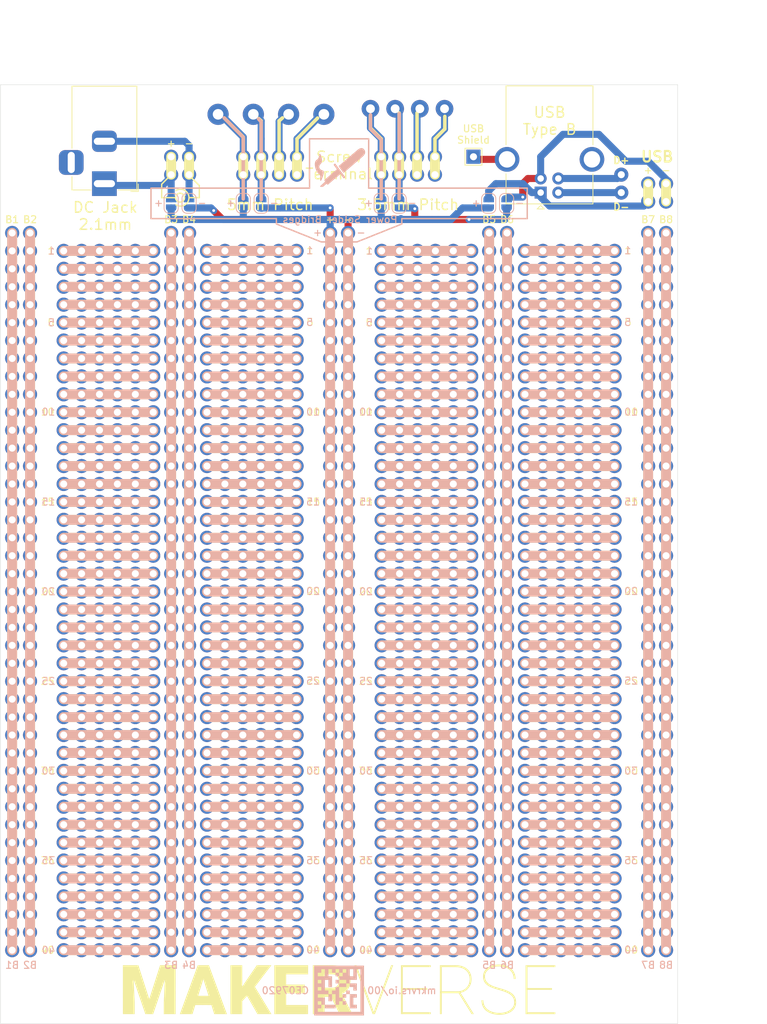
<source format=kicad_pcb>
(kicad_pcb (version 20171130) (host pcbnew "(5.1.10)-1")
  (title_block (title "Makerverse Proto Project Board") (date 2021-09-14) (rev 10) (comment 1 "Designed at Core Electronics by Brenton Schulz") (comment 2 "Makerverse and the makerverse logo are trademarks of Core Electronics Pty Ltd.") (comment 3 "License: CCASAv4.0 https://creativecommons.org/licenses/by-sa/4.0/"))
  (layers (0 F.Cu signal) (31 B.Cu signal) (34 B.Paste user) (35 F.Paste user) (36 B.SilkS user) (37 F.SilkS user) (38 B.Mask user) (39 F.Mask user) (44 Edge.Cuts user))
  (net 0 "")
  (module 777-PCB:CE07920 (layer B.Cu) (at 95.885 156.21 180)
    (fp_text reference G*** hide)
    (fp_text value LOGO hide)
  )
  (module 777-PCB:6-pin-row (layer F.Cu) (at 134.935 150.495)
    (fp_text reference REF**)
    (fp_text value 6-pin-row)
    (pad 1 thru_hole circle (at -12.7 0) (size 2 2) (drill 1) (layers *.Cu *.Mask))
    (pad 1 smd rect (at -6.35 0) (size 12.7 1) (layers B.Cu))
    (pad 1 thru_hole circle (at 0 0) (size 2 2) (drill 1) (layers *.Cu *.Mask))
    (pad 1 thru_hole circle (at -2.54 0) (size 2 2) (drill 1) (layers *.Cu *.Mask))
    (pad 1 thru_hole circle (at -5.08 0) (size 2 2) (drill 1) (layers *.Cu *.Mask))
    (pad 1 thru_hole circle (at -7.62 0) (size 2 2) (drill 1) (layers *.Cu *.Mask))
    (pad 1 thru_hole circle (at -10.16 0) (size 2 2) (drill 1) (layers *.Cu *.Mask))
  )
  (module 777-PCB:6-pin-row (layer F.Cu) (at 114.615 150.495)
    (fp_text reference REF**)
    (fp_text value 6-pin-row)
    (pad 1 thru_hole circle (at -12.7 0) (size 2 2) (drill 1) (layers *.Cu *.Mask))
    (pad 1 smd rect (at -6.35 0) (size 12.7 1) (layers B.Cu))
    (pad 1 thru_hole circle (at 0 0) (size 2 2) (drill 1) (layers *.Cu *.Mask))
    (pad 1 thru_hole circle (at -2.54 0) (size 2 2) (drill 1) (layers *.Cu *.Mask))
    (pad 1 thru_hole circle (at -5.08 0) (size 2 2) (drill 1) (layers *.Cu *.Mask))
    (pad 1 thru_hole circle (at -7.62 0) (size 2 2) (drill 1) (layers *.Cu *.Mask))
    (pad 1 thru_hole circle (at -10.16 0) (size 2 2) (drill 1) (layers *.Cu *.Mask))
  )
  (module 777-PCB:6-pin-row (layer F.Cu) (at 89.855 150.495)
    (fp_text reference REF**)
    (fp_text value 6-pin-row)
    (pad 1 thru_hole circle (at -12.7 0) (size 2 2) (drill 1) (layers *.Cu *.Mask))
    (pad 1 smd rect (at -6.35 0) (size 12.7 1) (layers B.Cu))
    (pad 1 thru_hole circle (at 0 0) (size 2 2) (drill 1) (layers *.Cu *.Mask))
    (pad 1 thru_hole circle (at -2.54 0) (size 2 2) (drill 1) (layers *.Cu *.Mask))
    (pad 1 thru_hole circle (at -5.08 0) (size 2 2) (drill 1) (layers *.Cu *.Mask))
    (pad 1 thru_hole circle (at -7.62 0) (size 2 2) (drill 1) (layers *.Cu *.Mask))
    (pad 1 thru_hole circle (at -10.16 0) (size 2 2) (drill 1) (layers *.Cu *.Mask))
  )
  (module 777-PCB:6-pin-row (layer F.Cu) (at 69.535 150.495)
    (fp_text reference REF**)
    (fp_text value 6-pin-row)
    (pad 1 thru_hole circle (at -12.7 0) (size 2 2) (drill 1) (layers *.Cu *.Mask))
    (pad 1 smd rect (at -6.35 0) (size 12.7 1) (layers B.Cu))
    (pad 1 thru_hole circle (at 0 0) (size 2 2) (drill 1) (layers *.Cu *.Mask))
    (pad 1 thru_hole circle (at -2.54 0) (size 2 2) (drill 1) (layers *.Cu *.Mask))
    (pad 1 thru_hole circle (at -5.08 0) (size 2 2) (drill 1) (layers *.Cu *.Mask))
    (pad 1 thru_hole circle (at -7.62 0) (size 2 2) (drill 1) (layers *.Cu *.Mask))
    (pad 1 thru_hole circle (at -10.16 0) (size 2 2) (drill 1) (layers *.Cu *.Mask))
  )
  (module 777-PCB:6-pin-row (layer F.Cu) (at 89.855 147.955)
    (fp_text reference REF**)
    (fp_text value 6-pin-row)
    (pad 1 thru_hole circle (at -12.7 0) (size 2 2) (drill 1) (layers *.Cu *.Mask))
    (pad 1 smd rect (at -6.35 0) (size 12.7 1) (layers B.Cu))
    (pad 1 thru_hole circle (at 0 0) (size 2 2) (drill 1) (layers *.Cu *.Mask))
    (pad 1 thru_hole circle (at -2.54 0) (size 2 2) (drill 1) (layers *.Cu *.Mask))
    (pad 1 thru_hole circle (at -5.08 0) (size 2 2) (drill 1) (layers *.Cu *.Mask))
    (pad 1 thru_hole circle (at -7.62 0) (size 2 2) (drill 1) (layers *.Cu *.Mask))
    (pad 1 thru_hole circle (at -10.16 0) (size 2 2) (drill 1) (layers *.Cu *.Mask))
  )
  (module 777-PCB:6-pin-row (layer F.Cu) (at 69.535 147.955)
    (fp_text reference REF**)
    (fp_text value 6-pin-row)
    (pad 1 thru_hole circle (at -12.7 0) (size 2 2) (drill 1) (layers *.Cu *.Mask))
    (pad 1 smd rect (at -6.35 0) (size 12.7 1) (layers B.Cu))
    (pad 1 thru_hole circle (at 0 0) (size 2 2) (drill 1) (layers *.Cu *.Mask))
    (pad 1 thru_hole circle (at -2.54 0) (size 2 2) (drill 1) (layers *.Cu *.Mask))
    (pad 1 thru_hole circle (at -5.08 0) (size 2 2) (drill 1) (layers *.Cu *.Mask))
    (pad 1 thru_hole circle (at -7.62 0) (size 2 2) (drill 1) (layers *.Cu *.Mask))
    (pad 1 thru_hole circle (at -10.16 0) (size 2 2) (drill 1) (layers *.Cu *.Mask))
  )
  (module 777-PCB:6-pin-row (layer F.Cu) (at 134.935 69.215)
    (fp_text reference REF**)
    (fp_text value 6-pin-row)
    (pad 1 thru_hole circle (at -12.7 0) (size 2 2) (drill 1) (layers *.Cu *.Mask))
    (pad 1 smd rect (at -6.35 0) (size 12.7 1) (layers B.Cu))
    (pad 1 thru_hole circle (at 0 0) (size 2 2) (drill 1) (layers *.Cu *.Mask))
    (pad 1 thru_hole circle (at -2.54 0) (size 2 2) (drill 1) (layers *.Cu *.Mask))
    (pad 1 thru_hole circle (at -5.08 0) (size 2 2) (drill 1) (layers *.Cu *.Mask))
    (pad 1 thru_hole circle (at -7.62 0) (size 2 2) (drill 1) (layers *.Cu *.Mask))
    (pad 1 thru_hole circle (at -10.16 0) (size 2 2) (drill 1) (layers *.Cu *.Mask))
  )
  (module 777-PCB:6-pin-row (layer F.Cu) (at 134.935 76.835)
    (fp_text reference REF**)
    (fp_text value 6-pin-row)
    (pad 1 thru_hole circle (at -12.7 0) (size 2 2) (drill 1) (layers *.Cu *.Mask))
    (pad 1 smd rect (at -6.35 0) (size 12.7 1) (layers B.Cu))
    (pad 1 thru_hole circle (at 0 0) (size 2 2) (drill 1) (layers *.Cu *.Mask))
    (pad 1 thru_hole circle (at -2.54 0) (size 2 2) (drill 1) (layers *.Cu *.Mask))
    (pad 1 thru_hole circle (at -5.08 0) (size 2 2) (drill 1) (layers *.Cu *.Mask))
    (pad 1 thru_hole circle (at -7.62 0) (size 2 2) (drill 1) (layers *.Cu *.Mask))
    (pad 1 thru_hole circle (at -10.16 0) (size 2 2) (drill 1) (layers *.Cu *.Mask))
  )
  (module 777-PCB:6-pin-row (layer F.Cu) (at 134.935 84.455)
    (fp_text reference REF**)
    (fp_text value 6-pin-row)
    (pad 1 thru_hole circle (at -12.7 0) (size 2 2) (drill 1) (layers *.Cu *.Mask))
    (pad 1 smd rect (at -6.35 0) (size 12.7 1) (layers B.Cu))
    (pad 1 thru_hole circle (at 0 0) (size 2 2) (drill 1) (layers *.Cu *.Mask))
    (pad 1 thru_hole circle (at -2.54 0) (size 2 2) (drill 1) (layers *.Cu *.Mask))
    (pad 1 thru_hole circle (at -5.08 0) (size 2 2) (drill 1) (layers *.Cu *.Mask))
    (pad 1 thru_hole circle (at -7.62 0) (size 2 2) (drill 1) (layers *.Cu *.Mask))
    (pad 1 thru_hole circle (at -10.16 0) (size 2 2) (drill 1) (layers *.Cu *.Mask))
  )
  (module 777-PCB:6-pin-row (layer F.Cu) (at 134.935 56.515)
    (fp_text reference REF**)
    (fp_text value 6-pin-row)
    (pad 1 thru_hole circle (at -12.7 0) (size 2 2) (drill 1) (layers *.Cu *.Mask))
    (pad 1 smd rect (at -6.35 0) (size 12.7 1) (layers B.Cu))
    (pad 1 thru_hole circle (at 0 0) (size 2 2) (drill 1) (layers *.Cu *.Mask))
    (pad 1 thru_hole circle (at -2.54 0) (size 2 2) (drill 1) (layers *.Cu *.Mask))
    (pad 1 thru_hole circle (at -5.08 0) (size 2 2) (drill 1) (layers *.Cu *.Mask))
    (pad 1 thru_hole circle (at -7.62 0) (size 2 2) (drill 1) (layers *.Cu *.Mask))
    (pad 1 thru_hole circle (at -10.16 0) (size 2 2) (drill 1) (layers *.Cu *.Mask))
  )
  (module 777-PCB:6-pin-row (layer F.Cu) (at 134.935 81.915)
    (fp_text reference REF**)
    (fp_text value 6-pin-row)
    (pad 1 thru_hole circle (at -12.7 0) (size 2 2) (drill 1) (layers *.Cu *.Mask))
    (pad 1 smd rect (at -6.35 0) (size 12.7 1) (layers B.Cu))
    (pad 1 thru_hole circle (at 0 0) (size 2 2) (drill 1) (layers *.Cu *.Mask))
    (pad 1 thru_hole circle (at -2.54 0) (size 2 2) (drill 1) (layers *.Cu *.Mask))
    (pad 1 thru_hole circle (at -5.08 0) (size 2 2) (drill 1) (layers *.Cu *.Mask))
    (pad 1 thru_hole circle (at -7.62 0) (size 2 2) (drill 1) (layers *.Cu *.Mask))
    (pad 1 thru_hole circle (at -10.16 0) (size 2 2) (drill 1) (layers *.Cu *.Mask))
  )
  (module 777-PCB:6-pin-row (layer F.Cu) (at 114.615 71.755)
    (fp_text reference REF**)
    (fp_text value 6-pin-row)
    (pad 1 thru_hole circle (at -12.7 0) (size 2 2) (drill 1) (layers *.Cu *.Mask))
    (pad 1 smd rect (at -6.35 0) (size 12.7 1) (layers B.Cu))
    (pad 1 thru_hole circle (at 0 0) (size 2 2) (drill 1) (layers *.Cu *.Mask))
    (pad 1 thru_hole circle (at -2.54 0) (size 2 2) (drill 1) (layers *.Cu *.Mask))
    (pad 1 thru_hole circle (at -5.08 0) (size 2 2) (drill 1) (layers *.Cu *.Mask))
    (pad 1 thru_hole circle (at -7.62 0) (size 2 2) (drill 1) (layers *.Cu *.Mask))
    (pad 1 thru_hole circle (at -10.16 0) (size 2 2) (drill 1) (layers *.Cu *.Mask))
  )
  (module 777-PCB:6-pin-row (layer F.Cu) (at 114.615 59.055)
    (fp_text reference REF**)
    (fp_text value 6-pin-row)
    (pad 1 thru_hole circle (at -12.7 0) (size 2 2) (drill 1) (layers *.Cu *.Mask))
    (pad 1 smd rect (at -6.35 0) (size 12.7 1) (layers B.Cu))
    (pad 1 thru_hole circle (at 0 0) (size 2 2) (drill 1) (layers *.Cu *.Mask))
    (pad 1 thru_hole circle (at -2.54 0) (size 2 2) (drill 1) (layers *.Cu *.Mask))
    (pad 1 thru_hole circle (at -5.08 0) (size 2 2) (drill 1) (layers *.Cu *.Mask))
    (pad 1 thru_hole circle (at -7.62 0) (size 2 2) (drill 1) (layers *.Cu *.Mask))
    (pad 1 thru_hole circle (at -10.16 0) (size 2 2) (drill 1) (layers *.Cu *.Mask))
  )
  (module 777-PCB:6-pin-row (layer F.Cu) (at 114.615 61.595)
    (fp_text reference REF**)
    (fp_text value 6-pin-row)
    (pad 1 thru_hole circle (at -12.7 0) (size 2 2) (drill 1) (layers *.Cu *.Mask))
    (pad 1 smd rect (at -6.35 0) (size 12.7 1) (layers B.Cu))
    (pad 1 thru_hole circle (at 0 0) (size 2 2) (drill 1) (layers *.Cu *.Mask))
    (pad 1 thru_hole circle (at -2.54 0) (size 2 2) (drill 1) (layers *.Cu *.Mask))
    (pad 1 thru_hole circle (at -5.08 0) (size 2 2) (drill 1) (layers *.Cu *.Mask))
    (pad 1 thru_hole circle (at -7.62 0) (size 2 2) (drill 1) (layers *.Cu *.Mask))
    (pad 1 thru_hole circle (at -10.16 0) (size 2 2) (drill 1) (layers *.Cu *.Mask))
  )
  (module 777-PCB:6-pin-row (layer F.Cu) (at 114.615 74.295)
    (fp_text reference REF**)
    (fp_text value 6-pin-row)
    (pad 1 thru_hole circle (at -12.7 0) (size 2 2) (drill 1) (layers *.Cu *.Mask))
    (pad 1 smd rect (at -6.35 0) (size 12.7 1) (layers B.Cu))
    (pad 1 thru_hole circle (at 0 0) (size 2 2) (drill 1) (layers *.Cu *.Mask))
    (pad 1 thru_hole circle (at -2.54 0) (size 2 2) (drill 1) (layers *.Cu *.Mask))
    (pad 1 thru_hole circle (at -5.08 0) (size 2 2) (drill 1) (layers *.Cu *.Mask))
    (pad 1 thru_hole circle (at -7.62 0) (size 2 2) (drill 1) (layers *.Cu *.Mask))
    (pad 1 thru_hole circle (at -10.16 0) (size 2 2) (drill 1) (layers *.Cu *.Mask))
  )
  (module 777-PCB:6-pin-row (layer F.Cu) (at 114.615 56.515)
    (fp_text reference REF**)
    (fp_text value 6-pin-row)
    (pad 1 thru_hole circle (at -12.7 0) (size 2 2) (drill 1) (layers *.Cu *.Mask))
    (pad 1 smd rect (at -6.35 0) (size 12.7 1) (layers B.Cu))
    (pad 1 thru_hole circle (at 0 0) (size 2 2) (drill 1) (layers *.Cu *.Mask))
    (pad 1 thru_hole circle (at -2.54 0) (size 2 2) (drill 1) (layers *.Cu *.Mask))
    (pad 1 thru_hole circle (at -5.08 0) (size 2 2) (drill 1) (layers *.Cu *.Mask))
    (pad 1 thru_hole circle (at -7.62 0) (size 2 2) (drill 1) (layers *.Cu *.Mask))
    (pad 1 thru_hole circle (at -10.16 0) (size 2 2) (drill 1) (layers *.Cu *.Mask))
  )
  (module 777-PCB:6-pin-row (layer F.Cu) (at 134.935 51.435)
    (fp_text reference REF**)
    (fp_text value 6-pin-row)
    (pad 1 thru_hole circle (at -12.7 0) (size 2 2) (drill 1) (layers *.Cu *.Mask))
    (pad 1 smd rect (at -6.35 0) (size 12.7 1) (layers B.Cu))
    (pad 1 thru_hole circle (at 0 0) (size 2 2) (drill 1) (layers *.Cu *.Mask))
    (pad 1 thru_hole circle (at -2.54 0) (size 2 2) (drill 1) (layers *.Cu *.Mask))
    (pad 1 thru_hole circle (at -5.08 0) (size 2 2) (drill 1) (layers *.Cu *.Mask))
    (pad 1 thru_hole circle (at -7.62 0) (size 2 2) (drill 1) (layers *.Cu *.Mask))
    (pad 1 thru_hole circle (at -10.16 0) (size 2 2) (drill 1) (layers *.Cu *.Mask))
  )
  (module 777-PCB:6-pin-row (layer F.Cu) (at 114.615 127.635)
    (fp_text reference REF**)
    (fp_text value 6-pin-row)
    (pad 1 thru_hole circle (at -12.7 0) (size 2 2) (drill 1) (layers *.Cu *.Mask))
    (pad 1 smd rect (at -6.35 0) (size 12.7 1) (layers B.Cu))
    (pad 1 thru_hole circle (at 0 0) (size 2 2) (drill 1) (layers *.Cu *.Mask))
    (pad 1 thru_hole circle (at -2.54 0) (size 2 2) (drill 1) (layers *.Cu *.Mask))
    (pad 1 thru_hole circle (at -5.08 0) (size 2 2) (drill 1) (layers *.Cu *.Mask))
    (pad 1 thru_hole circle (at -7.62 0) (size 2 2) (drill 1) (layers *.Cu *.Mask))
    (pad 1 thru_hole circle (at -10.16 0) (size 2 2) (drill 1) (layers *.Cu *.Mask))
  )
  (module 777-PCB:6-pin-row (layer F.Cu) (at 114.615 53.975)
    (fp_text reference REF**)
    (fp_text value 6-pin-row)
    (pad 1 thru_hole circle (at -12.7 0) (size 2 2) (drill 1) (layers *.Cu *.Mask))
    (pad 1 smd rect (at -6.35 0) (size 12.7 1) (layers B.Cu))
    (pad 1 thru_hole circle (at 0 0) (size 2 2) (drill 1) (layers *.Cu *.Mask))
    (pad 1 thru_hole circle (at -2.54 0) (size 2 2) (drill 1) (layers *.Cu *.Mask))
    (pad 1 thru_hole circle (at -5.08 0) (size 2 2) (drill 1) (layers *.Cu *.Mask))
    (pad 1 thru_hole circle (at -7.62 0) (size 2 2) (drill 1) (layers *.Cu *.Mask))
    (pad 1 thru_hole circle (at -10.16 0) (size 2 2) (drill 1) (layers *.Cu *.Mask))
  )
  (module 777-PCB:6-pin-row (layer F.Cu) (at 134.935 74.295)
    (fp_text reference REF**)
    (fp_text value 6-pin-row)
    (pad 1 thru_hole circle (at -12.7 0) (size 2 2) (drill 1) (layers *.Cu *.Mask))
    (pad 1 smd rect (at -6.35 0) (size 12.7 1) (layers B.Cu))
    (pad 1 thru_hole circle (at 0 0) (size 2 2) (drill 1) (layers *.Cu *.Mask))
    (pad 1 thru_hole circle (at -2.54 0) (size 2 2) (drill 1) (layers *.Cu *.Mask))
    (pad 1 thru_hole circle (at -5.08 0) (size 2 2) (drill 1) (layers *.Cu *.Mask))
    (pad 1 thru_hole circle (at -7.62 0) (size 2 2) (drill 1) (layers *.Cu *.Mask))
    (pad 1 thru_hole circle (at -10.16 0) (size 2 2) (drill 1) (layers *.Cu *.Mask))
  )
  (module 777-PCB:6-pin-row (layer F.Cu) (at 134.935 71.755)
    (fp_text reference REF**)
    (fp_text value 6-pin-row)
    (pad 1 thru_hole circle (at -12.7 0) (size 2 2) (drill 1) (layers *.Cu *.Mask))
    (pad 1 smd rect (at -6.35 0) (size 12.7 1) (layers B.Cu))
    (pad 1 thru_hole circle (at 0 0) (size 2 2) (drill 1) (layers *.Cu *.Mask))
    (pad 1 thru_hole circle (at -2.54 0) (size 2 2) (drill 1) (layers *.Cu *.Mask))
    (pad 1 thru_hole circle (at -5.08 0) (size 2 2) (drill 1) (layers *.Cu *.Mask))
    (pad 1 thru_hole circle (at -7.62 0) (size 2 2) (drill 1) (layers *.Cu *.Mask))
    (pad 1 thru_hole circle (at -10.16 0) (size 2 2) (drill 1) (layers *.Cu *.Mask))
  )
  (module 777-PCB:6-pin-row (layer F.Cu) (at 134.935 86.995)
    (fp_text reference REF**)
    (fp_text value 6-pin-row)
    (pad 1 thru_hole circle (at -12.7 0) (size 2 2) (drill 1) (layers *.Cu *.Mask))
    (pad 1 smd rect (at -6.35 0) (size 12.7 1) (layers B.Cu))
    (pad 1 thru_hole circle (at 0 0) (size 2 2) (drill 1) (layers *.Cu *.Mask))
    (pad 1 thru_hole circle (at -2.54 0) (size 2 2) (drill 1) (layers *.Cu *.Mask))
    (pad 1 thru_hole circle (at -5.08 0) (size 2 2) (drill 1) (layers *.Cu *.Mask))
    (pad 1 thru_hole circle (at -7.62 0) (size 2 2) (drill 1) (layers *.Cu *.Mask))
    (pad 1 thru_hole circle (at -10.16 0) (size 2 2) (drill 1) (layers *.Cu *.Mask))
  )
  (module 777-PCB:6-pin-row (layer F.Cu) (at 114.615 51.435)
    (fp_text reference REF**)
    (fp_text value 6-pin-row)
    (pad 1 thru_hole circle (at -12.7 0) (size 2 2) (drill 1) (layers *.Cu *.Mask))
    (pad 1 smd rect (at -6.35 0) (size 12.7 1) (layers B.Cu))
    (pad 1 thru_hole circle (at 0 0) (size 2 2) (drill 1) (layers *.Cu *.Mask))
    (pad 1 thru_hole circle (at -2.54 0) (size 2 2) (drill 1) (layers *.Cu *.Mask))
    (pad 1 thru_hole circle (at -5.08 0) (size 2 2) (drill 1) (layers *.Cu *.Mask))
    (pad 1 thru_hole circle (at -7.62 0) (size 2 2) (drill 1) (layers *.Cu *.Mask))
    (pad 1 thru_hole circle (at -10.16 0) (size 2 2) (drill 1) (layers *.Cu *.Mask))
  )
  (module 777-PCB:6-pin-row (layer F.Cu) (at 114.615 84.455)
    (fp_text reference REF**)
    (fp_text value 6-pin-row)
    (pad 1 thru_hole circle (at -12.7 0) (size 2 2) (drill 1) (layers *.Cu *.Mask))
    (pad 1 smd rect (at -6.35 0) (size 12.7 1) (layers B.Cu))
    (pad 1 thru_hole circle (at 0 0) (size 2 2) (drill 1) (layers *.Cu *.Mask))
    (pad 1 thru_hole circle (at -2.54 0) (size 2 2) (drill 1) (layers *.Cu *.Mask))
    (pad 1 thru_hole circle (at -5.08 0) (size 2 2) (drill 1) (layers *.Cu *.Mask))
    (pad 1 thru_hole circle (at -7.62 0) (size 2 2) (drill 1) (layers *.Cu *.Mask))
    (pad 1 thru_hole circle (at -10.16 0) (size 2 2) (drill 1) (layers *.Cu *.Mask))
  )
  (module 777-PCB:6-pin-row (layer F.Cu) (at 114.615 69.215)
    (fp_text reference REF**)
    (fp_text value 6-pin-row)
    (pad 1 thru_hole circle (at -12.7 0) (size 2 2) (drill 1) (layers *.Cu *.Mask))
    (pad 1 smd rect (at -6.35 0) (size 12.7 1) (layers B.Cu))
    (pad 1 thru_hole circle (at 0 0) (size 2 2) (drill 1) (layers *.Cu *.Mask))
    (pad 1 thru_hole circle (at -2.54 0) (size 2 2) (drill 1) (layers *.Cu *.Mask))
    (pad 1 thru_hole circle (at -5.08 0) (size 2 2) (drill 1) (layers *.Cu *.Mask))
    (pad 1 thru_hole circle (at -7.62 0) (size 2 2) (drill 1) (layers *.Cu *.Mask))
    (pad 1 thru_hole circle (at -10.16 0) (size 2 2) (drill 1) (layers *.Cu *.Mask))
  )
  (module 777-PCB:6-pin-row (layer F.Cu) (at 114.615 102.235)
    (fp_text reference REF**)
    (fp_text value 6-pin-row)
    (pad 1 thru_hole circle (at -12.7 0) (size 2 2) (drill 1) (layers *.Cu *.Mask))
    (pad 1 smd rect (at -6.35 0) (size 12.7 1) (layers B.Cu))
    (pad 1 thru_hole circle (at 0 0) (size 2 2) (drill 1) (layers *.Cu *.Mask))
    (pad 1 thru_hole circle (at -2.54 0) (size 2 2) (drill 1) (layers *.Cu *.Mask))
    (pad 1 thru_hole circle (at -5.08 0) (size 2 2) (drill 1) (layers *.Cu *.Mask))
    (pad 1 thru_hole circle (at -7.62 0) (size 2 2) (drill 1) (layers *.Cu *.Mask))
    (pad 1 thru_hole circle (at -10.16 0) (size 2 2) (drill 1) (layers *.Cu *.Mask))
  )
  (module 777-PCB:6-pin-row (layer F.Cu) (at 114.615 104.775)
    (fp_text reference REF**)
    (fp_text value 6-pin-row)
    (pad 1 thru_hole circle (at -12.7 0) (size 2 2) (drill 1) (layers *.Cu *.Mask))
    (pad 1 smd rect (at -6.35 0) (size 12.7 1) (layers B.Cu))
    (pad 1 thru_hole circle (at 0 0) (size 2 2) (drill 1) (layers *.Cu *.Mask))
    (pad 1 thru_hole circle (at -2.54 0) (size 2 2) (drill 1) (layers *.Cu *.Mask))
    (pad 1 thru_hole circle (at -5.08 0) (size 2 2) (drill 1) (layers *.Cu *.Mask))
    (pad 1 thru_hole circle (at -7.62 0) (size 2 2) (drill 1) (layers *.Cu *.Mask))
    (pad 1 thru_hole circle (at -10.16 0) (size 2 2) (drill 1) (layers *.Cu *.Mask))
  )
  (module 777-PCB:6-pin-row (layer F.Cu) (at 114.615 94.615)
    (fp_text reference REF**)
    (fp_text value 6-pin-row)
    (pad 1 thru_hole circle (at -12.7 0) (size 2 2) (drill 1) (layers *.Cu *.Mask))
    (pad 1 smd rect (at -6.35 0) (size 12.7 1) (layers B.Cu))
    (pad 1 thru_hole circle (at 0 0) (size 2 2) (drill 1) (layers *.Cu *.Mask))
    (pad 1 thru_hole circle (at -2.54 0) (size 2 2) (drill 1) (layers *.Cu *.Mask))
    (pad 1 thru_hole circle (at -5.08 0) (size 2 2) (drill 1) (layers *.Cu *.Mask))
    (pad 1 thru_hole circle (at -7.62 0) (size 2 2) (drill 1) (layers *.Cu *.Mask))
    (pad 1 thru_hole circle (at -10.16 0) (size 2 2) (drill 1) (layers *.Cu *.Mask))
  )
  (module 777-PCB:6-pin-row (layer F.Cu) (at 114.615 122.555)
    (fp_text reference REF**)
    (fp_text value 6-pin-row)
    (pad 1 thru_hole circle (at -12.7 0) (size 2 2) (drill 1) (layers *.Cu *.Mask))
    (pad 1 smd rect (at -6.35 0) (size 12.7 1) (layers B.Cu))
    (pad 1 thru_hole circle (at 0 0) (size 2 2) (drill 1) (layers *.Cu *.Mask))
    (pad 1 thru_hole circle (at -2.54 0) (size 2 2) (drill 1) (layers *.Cu *.Mask))
    (pad 1 thru_hole circle (at -5.08 0) (size 2 2) (drill 1) (layers *.Cu *.Mask))
    (pad 1 thru_hole circle (at -7.62 0) (size 2 2) (drill 1) (layers *.Cu *.Mask))
    (pad 1 thru_hole circle (at -10.16 0) (size 2 2) (drill 1) (layers *.Cu *.Mask))
  )
  (module 777-PCB:6-pin-row (layer F.Cu) (at 114.615 76.835)
    (fp_text reference REF**)
    (fp_text value 6-pin-row)
    (pad 1 thru_hole circle (at -12.7 0) (size 2 2) (drill 1) (layers *.Cu *.Mask))
    (pad 1 smd rect (at -6.35 0) (size 12.7 1) (layers B.Cu))
    (pad 1 thru_hole circle (at 0 0) (size 2 2) (drill 1) (layers *.Cu *.Mask))
    (pad 1 thru_hole circle (at -2.54 0) (size 2 2) (drill 1) (layers *.Cu *.Mask))
    (pad 1 thru_hole circle (at -5.08 0) (size 2 2) (drill 1) (layers *.Cu *.Mask))
    (pad 1 thru_hole circle (at -7.62 0) (size 2 2) (drill 1) (layers *.Cu *.Mask))
    (pad 1 thru_hole circle (at -10.16 0) (size 2 2) (drill 1) (layers *.Cu *.Mask))
  )
  (module 777-PCB:6-pin-row (layer F.Cu) (at 114.615 125.095)
    (fp_text reference REF**)
    (fp_text value 6-pin-row)
    (pad 1 thru_hole circle (at -12.7 0) (size 2 2) (drill 1) (layers *.Cu *.Mask))
    (pad 1 smd rect (at -6.35 0) (size 12.7 1) (layers B.Cu))
    (pad 1 thru_hole circle (at 0 0) (size 2 2) (drill 1) (layers *.Cu *.Mask))
    (pad 1 thru_hole circle (at -2.54 0) (size 2 2) (drill 1) (layers *.Cu *.Mask))
    (pad 1 thru_hole circle (at -5.08 0) (size 2 2) (drill 1) (layers *.Cu *.Mask))
    (pad 1 thru_hole circle (at -7.62 0) (size 2 2) (drill 1) (layers *.Cu *.Mask))
    (pad 1 thru_hole circle (at -10.16 0) (size 2 2) (drill 1) (layers *.Cu *.Mask))
  )
  (module 777-PCB:6-pin-row (layer F.Cu) (at 114.615 114.935)
    (fp_text reference REF**)
    (fp_text value 6-pin-row)
    (pad 1 thru_hole circle (at -12.7 0) (size 2 2) (drill 1) (layers *.Cu *.Mask))
    (pad 1 smd rect (at -6.35 0) (size 12.7 1) (layers B.Cu))
    (pad 1 thru_hole circle (at 0 0) (size 2 2) (drill 1) (layers *.Cu *.Mask))
    (pad 1 thru_hole circle (at -2.54 0) (size 2 2) (drill 1) (layers *.Cu *.Mask))
    (pad 1 thru_hole circle (at -5.08 0) (size 2 2) (drill 1) (layers *.Cu *.Mask))
    (pad 1 thru_hole circle (at -7.62 0) (size 2 2) (drill 1) (layers *.Cu *.Mask))
    (pad 1 thru_hole circle (at -10.16 0) (size 2 2) (drill 1) (layers *.Cu *.Mask))
  )
  (module 777-PCB:6-pin-row (layer F.Cu) (at 114.615 86.995)
    (fp_text reference REF**)
    (fp_text value 6-pin-row)
    (pad 1 thru_hole circle (at -12.7 0) (size 2 2) (drill 1) (layers *.Cu *.Mask))
    (pad 1 smd rect (at -6.35 0) (size 12.7 1) (layers B.Cu))
    (pad 1 thru_hole circle (at 0 0) (size 2 2) (drill 1) (layers *.Cu *.Mask))
    (pad 1 thru_hole circle (at -2.54 0) (size 2 2) (drill 1) (layers *.Cu *.Mask))
    (pad 1 thru_hole circle (at -5.08 0) (size 2 2) (drill 1) (layers *.Cu *.Mask))
    (pad 1 thru_hole circle (at -7.62 0) (size 2 2) (drill 1) (layers *.Cu *.Mask))
    (pad 1 thru_hole circle (at -10.16 0) (size 2 2) (drill 1) (layers *.Cu *.Mask))
  )
  (module 777-PCB:6-pin-row (layer F.Cu) (at 114.615 117.475)
    (fp_text reference REF**)
    (fp_text value 6-pin-row)
    (pad 1 thru_hole circle (at -12.7 0) (size 2 2) (drill 1) (layers *.Cu *.Mask))
    (pad 1 smd rect (at -6.35 0) (size 12.7 1) (layers B.Cu))
    (pad 1 thru_hole circle (at 0 0) (size 2 2) (drill 1) (layers *.Cu *.Mask))
    (pad 1 thru_hole circle (at -2.54 0) (size 2 2) (drill 1) (layers *.Cu *.Mask))
    (pad 1 thru_hole circle (at -5.08 0) (size 2 2) (drill 1) (layers *.Cu *.Mask))
    (pad 1 thru_hole circle (at -7.62 0) (size 2 2) (drill 1) (layers *.Cu *.Mask))
    (pad 1 thru_hole circle (at -10.16 0) (size 2 2) (drill 1) (layers *.Cu *.Mask))
  )
  (module 777-PCB:6-pin-row (layer F.Cu) (at 134.935 79.375)
    (fp_text reference REF**)
    (fp_text value 6-pin-row)
    (pad 1 thru_hole circle (at -12.7 0) (size 2 2) (drill 1) (layers *.Cu *.Mask))
    (pad 1 smd rect (at -6.35 0) (size 12.7 1) (layers B.Cu))
    (pad 1 thru_hole circle (at 0 0) (size 2 2) (drill 1) (layers *.Cu *.Mask))
    (pad 1 thru_hole circle (at -2.54 0) (size 2 2) (drill 1) (layers *.Cu *.Mask))
    (pad 1 thru_hole circle (at -5.08 0) (size 2 2) (drill 1) (layers *.Cu *.Mask))
    (pad 1 thru_hole circle (at -7.62 0) (size 2 2) (drill 1) (layers *.Cu *.Mask))
    (pad 1 thru_hole circle (at -10.16 0) (size 2 2) (drill 1) (layers *.Cu *.Mask))
  )
  (module 777-PCB:6-pin-row (layer F.Cu) (at 114.615 64.135)
    (fp_text reference REF**)
    (fp_text value 6-pin-row)
    (pad 1 thru_hole circle (at -12.7 0) (size 2 2) (drill 1) (layers *.Cu *.Mask))
    (pad 1 smd rect (at -6.35 0) (size 12.7 1) (layers B.Cu))
    (pad 1 thru_hole circle (at 0 0) (size 2 2) (drill 1) (layers *.Cu *.Mask))
    (pad 1 thru_hole circle (at -2.54 0) (size 2 2) (drill 1) (layers *.Cu *.Mask))
    (pad 1 thru_hole circle (at -5.08 0) (size 2 2) (drill 1) (layers *.Cu *.Mask))
    (pad 1 thru_hole circle (at -7.62 0) (size 2 2) (drill 1) (layers *.Cu *.Mask))
    (pad 1 thru_hole circle (at -10.16 0) (size 2 2) (drill 1) (layers *.Cu *.Mask))
  )
  (module 777-PCB:6-pin-row (layer F.Cu) (at 134.935 64.135)
    (fp_text reference REF**)
    (fp_text value 6-pin-row)
    (pad 1 thru_hole circle (at -12.7 0) (size 2 2) (drill 1) (layers *.Cu *.Mask))
    (pad 1 smd rect (at -6.35 0) (size 12.7 1) (layers B.Cu))
    (pad 1 thru_hole circle (at 0 0) (size 2 2) (drill 1) (layers *.Cu *.Mask))
    (pad 1 thru_hole circle (at -2.54 0) (size 2 2) (drill 1) (layers *.Cu *.Mask))
    (pad 1 thru_hole circle (at -5.08 0) (size 2 2) (drill 1) (layers *.Cu *.Mask))
    (pad 1 thru_hole circle (at -7.62 0) (size 2 2) (drill 1) (layers *.Cu *.Mask))
    (pad 1 thru_hole circle (at -10.16 0) (size 2 2) (drill 1) (layers *.Cu *.Mask))
  )
  (module 777-PCB:6-pin-row (layer F.Cu) (at 134.935 61.595)
    (fp_text reference REF**)
    (fp_text value 6-pin-row)
    (pad 1 thru_hole circle (at -12.7 0) (size 2 2) (drill 1) (layers *.Cu *.Mask))
    (pad 1 smd rect (at -6.35 0) (size 12.7 1) (layers B.Cu))
    (pad 1 thru_hole circle (at 0 0) (size 2 2) (drill 1) (layers *.Cu *.Mask))
    (pad 1 thru_hole circle (at -2.54 0) (size 2 2) (drill 1) (layers *.Cu *.Mask))
    (pad 1 thru_hole circle (at -5.08 0) (size 2 2) (drill 1) (layers *.Cu *.Mask))
    (pad 1 thru_hole circle (at -7.62 0) (size 2 2) (drill 1) (layers *.Cu *.Mask))
    (pad 1 thru_hole circle (at -10.16 0) (size 2 2) (drill 1) (layers *.Cu *.Mask))
  )
  (module 777-PCB:6-pin-row (layer F.Cu) (at 134.935 53.975)
    (fp_text reference REF**)
    (fp_text value 6-pin-row)
    (pad 1 thru_hole circle (at -12.7 0) (size 2 2) (drill 1) (layers *.Cu *.Mask))
    (pad 1 smd rect (at -6.35 0) (size 12.7 1) (layers B.Cu))
    (pad 1 thru_hole circle (at 0 0) (size 2 2) (drill 1) (layers *.Cu *.Mask))
    (pad 1 thru_hole circle (at -2.54 0) (size 2 2) (drill 1) (layers *.Cu *.Mask))
    (pad 1 thru_hole circle (at -5.08 0) (size 2 2) (drill 1) (layers *.Cu *.Mask))
    (pad 1 thru_hole circle (at -7.62 0) (size 2 2) (drill 1) (layers *.Cu *.Mask))
    (pad 1 thru_hole circle (at -10.16 0) (size 2 2) (drill 1) (layers *.Cu *.Mask))
  )
  (module 777-PCB:6-pin-row (layer F.Cu) (at 114.615 79.375)
    (fp_text reference REF**)
    (fp_text value 6-pin-row)
    (pad 1 thru_hole circle (at -12.7 0) (size 2 2) (drill 1) (layers *.Cu *.Mask))
    (pad 1 smd rect (at -6.35 0) (size 12.7 1) (layers B.Cu))
    (pad 1 thru_hole circle (at 0 0) (size 2 2) (drill 1) (layers *.Cu *.Mask))
    (pad 1 thru_hole circle (at -2.54 0) (size 2 2) (drill 1) (layers *.Cu *.Mask))
    (pad 1 thru_hole circle (at -5.08 0) (size 2 2) (drill 1) (layers *.Cu *.Mask))
    (pad 1 thru_hole circle (at -7.62 0) (size 2 2) (drill 1) (layers *.Cu *.Mask))
    (pad 1 thru_hole circle (at -10.16 0) (size 2 2) (drill 1) (layers *.Cu *.Mask))
  )
  (module 777-PCB:6-pin-row (layer F.Cu) (at 134.935 59.055)
    (fp_text reference REF**)
    (fp_text value 6-pin-row)
    (pad 1 thru_hole circle (at -12.7 0) (size 2 2) (drill 1) (layers *.Cu *.Mask))
    (pad 1 smd rect (at -6.35 0) (size 12.7 1) (layers B.Cu))
    (pad 1 thru_hole circle (at 0 0) (size 2 2) (drill 1) (layers *.Cu *.Mask))
    (pad 1 thru_hole circle (at -2.54 0) (size 2 2) (drill 1) (layers *.Cu *.Mask))
    (pad 1 thru_hole circle (at -5.08 0) (size 2 2) (drill 1) (layers *.Cu *.Mask))
    (pad 1 thru_hole circle (at -7.62 0) (size 2 2) (drill 1) (layers *.Cu *.Mask))
    (pad 1 thru_hole circle (at -10.16 0) (size 2 2) (drill 1) (layers *.Cu *.Mask))
  )
  (module 777-PCB:6-pin-row (layer F.Cu) (at 134.935 66.675)
    (fp_text reference REF**)
    (fp_text value 6-pin-row)
    (pad 1 thru_hole circle (at -12.7 0) (size 2 2) (drill 1) (layers *.Cu *.Mask))
    (pad 1 smd rect (at -6.35 0) (size 12.7 1) (layers B.Cu))
    (pad 1 thru_hole circle (at 0 0) (size 2 2) (drill 1) (layers *.Cu *.Mask))
    (pad 1 thru_hole circle (at -2.54 0) (size 2 2) (drill 1) (layers *.Cu *.Mask))
    (pad 1 thru_hole circle (at -5.08 0) (size 2 2) (drill 1) (layers *.Cu *.Mask))
    (pad 1 thru_hole circle (at -7.62 0) (size 2 2) (drill 1) (layers *.Cu *.Mask))
    (pad 1 thru_hole circle (at -10.16 0) (size 2 2) (drill 1) (layers *.Cu *.Mask))
  )
  (module 777-PCB:6-pin-row (layer F.Cu) (at 114.615 66.675)
    (fp_text reference REF**)
    (fp_text value 6-pin-row)
    (pad 1 thru_hole circle (at -12.7 0) (size 2 2) (drill 1) (layers *.Cu *.Mask))
    (pad 1 smd rect (at -6.35 0) (size 12.7 1) (layers B.Cu))
    (pad 1 thru_hole circle (at 0 0) (size 2 2) (drill 1) (layers *.Cu *.Mask))
    (pad 1 thru_hole circle (at -2.54 0) (size 2 2) (drill 1) (layers *.Cu *.Mask))
    (pad 1 thru_hole circle (at -5.08 0) (size 2 2) (drill 1) (layers *.Cu *.Mask))
    (pad 1 thru_hole circle (at -7.62 0) (size 2 2) (drill 1) (layers *.Cu *.Mask))
    (pad 1 thru_hole circle (at -10.16 0) (size 2 2) (drill 1) (layers *.Cu *.Mask))
  )
  (module 777-PCB:6-pin-row (layer F.Cu) (at 114.615 81.915)
    (fp_text reference REF**)
    (fp_text value 6-pin-row)
    (pad 1 thru_hole circle (at -12.7 0) (size 2 2) (drill 1) (layers *.Cu *.Mask))
    (pad 1 smd rect (at -6.35 0) (size 12.7 1) (layers B.Cu))
    (pad 1 thru_hole circle (at 0 0) (size 2 2) (drill 1) (layers *.Cu *.Mask))
    (pad 1 thru_hole circle (at -2.54 0) (size 2 2) (drill 1) (layers *.Cu *.Mask))
    (pad 1 thru_hole circle (at -5.08 0) (size 2 2) (drill 1) (layers *.Cu *.Mask))
    (pad 1 thru_hole circle (at -7.62 0) (size 2 2) (drill 1) (layers *.Cu *.Mask))
    (pad 1 thru_hole circle (at -10.16 0) (size 2 2) (drill 1) (layers *.Cu *.Mask))
  )
  (module 777-PCB:6-pin-row (layer F.Cu) (at 134.935 140.335)
    (fp_text reference REF**)
    (fp_text value 6-pin-row)
    (pad 1 thru_hole circle (at -12.7 0) (size 2 2) (drill 1) (layers *.Cu *.Mask))
    (pad 1 smd rect (at -6.35 0) (size 12.7 1) (layers B.Cu))
    (pad 1 thru_hole circle (at 0 0) (size 2 2) (drill 1) (layers *.Cu *.Mask))
    (pad 1 thru_hole circle (at -2.54 0) (size 2 2) (drill 1) (layers *.Cu *.Mask))
    (pad 1 thru_hole circle (at -5.08 0) (size 2 2) (drill 1) (layers *.Cu *.Mask))
    (pad 1 thru_hole circle (at -7.62 0) (size 2 2) (drill 1) (layers *.Cu *.Mask))
    (pad 1 thru_hole circle (at -10.16 0) (size 2 2) (drill 1) (layers *.Cu *.Mask))
  )
  (module 777-PCB:6-pin-row (layer F.Cu) (at 134.935 132.715)
    (fp_text reference REF**)
    (fp_text value 6-pin-row)
    (pad 1 thru_hole circle (at -12.7 0) (size 2 2) (drill 1) (layers *.Cu *.Mask))
    (pad 1 smd rect (at -6.35 0) (size 12.7 1) (layers B.Cu))
    (pad 1 thru_hole circle (at 0 0) (size 2 2) (drill 1) (layers *.Cu *.Mask))
    (pad 1 thru_hole circle (at -2.54 0) (size 2 2) (drill 1) (layers *.Cu *.Mask))
    (pad 1 thru_hole circle (at -5.08 0) (size 2 2) (drill 1) (layers *.Cu *.Mask))
    (pad 1 thru_hole circle (at -7.62 0) (size 2 2) (drill 1) (layers *.Cu *.Mask))
    (pad 1 thru_hole circle (at -10.16 0) (size 2 2) (drill 1) (layers *.Cu *.Mask))
  )
  (module 777-PCB:6-pin-row (layer F.Cu) (at 114.615 140.335)
    (fp_text reference REF**)
    (fp_text value 6-pin-row)
    (pad 1 thru_hole circle (at -12.7 0) (size 2 2) (drill 1) (layers *.Cu *.Mask))
    (pad 1 smd rect (at -6.35 0) (size 12.7 1) (layers B.Cu))
    (pad 1 thru_hole circle (at 0 0) (size 2 2) (drill 1) (layers *.Cu *.Mask))
    (pad 1 thru_hole circle (at -2.54 0) (size 2 2) (drill 1) (layers *.Cu *.Mask))
    (pad 1 thru_hole circle (at -5.08 0) (size 2 2) (drill 1) (layers *.Cu *.Mask))
    (pad 1 thru_hole circle (at -7.62 0) (size 2 2) (drill 1) (layers *.Cu *.Mask))
    (pad 1 thru_hole circle (at -10.16 0) (size 2 2) (drill 1) (layers *.Cu *.Mask))
  )
  (module 777-PCB:6-pin-row (layer F.Cu) (at 114.615 137.795)
    (fp_text reference REF**)
    (fp_text value 6-pin-row)
    (pad 1 thru_hole circle (at -12.7 0) (size 2 2) (drill 1) (layers *.Cu *.Mask))
    (pad 1 smd rect (at -6.35 0) (size 12.7 1) (layers B.Cu))
    (pad 1 thru_hole circle (at 0 0) (size 2 2) (drill 1) (layers *.Cu *.Mask))
    (pad 1 thru_hole circle (at -2.54 0) (size 2 2) (drill 1) (layers *.Cu *.Mask))
    (pad 1 thru_hole circle (at -5.08 0) (size 2 2) (drill 1) (layers *.Cu *.Mask))
    (pad 1 thru_hole circle (at -7.62 0) (size 2 2) (drill 1) (layers *.Cu *.Mask))
    (pad 1 thru_hole circle (at -10.16 0) (size 2 2) (drill 1) (layers *.Cu *.Mask))
  )
  (module 777-PCB:6-pin-row (layer F.Cu) (at 134.935 135.255)
    (fp_text reference REF**)
    (fp_text value 6-pin-row)
    (pad 1 thru_hole circle (at -12.7 0) (size 2 2) (drill 1) (layers *.Cu *.Mask))
    (pad 1 smd rect (at -6.35 0) (size 12.7 1) (layers B.Cu))
    (pad 1 thru_hole circle (at 0 0) (size 2 2) (drill 1) (layers *.Cu *.Mask))
    (pad 1 thru_hole circle (at -2.54 0) (size 2 2) (drill 1) (layers *.Cu *.Mask))
    (pad 1 thru_hole circle (at -5.08 0) (size 2 2) (drill 1) (layers *.Cu *.Mask))
    (pad 1 thru_hole circle (at -7.62 0) (size 2 2) (drill 1) (layers *.Cu *.Mask))
    (pad 1 thru_hole circle (at -10.16 0) (size 2 2) (drill 1) (layers *.Cu *.Mask))
  )
  (module 777-PCB:6-pin-row (layer F.Cu) (at 134.935 130.175)
    (fp_text reference REF**)
    (fp_text value 6-pin-row)
    (pad 1 thru_hole circle (at -12.7 0) (size 2 2) (drill 1) (layers *.Cu *.Mask))
    (pad 1 smd rect (at -6.35 0) (size 12.7 1) (layers B.Cu))
    (pad 1 thru_hole circle (at 0 0) (size 2 2) (drill 1) (layers *.Cu *.Mask))
    (pad 1 thru_hole circle (at -2.54 0) (size 2 2) (drill 1) (layers *.Cu *.Mask))
    (pad 1 thru_hole circle (at -5.08 0) (size 2 2) (drill 1) (layers *.Cu *.Mask))
    (pad 1 thru_hole circle (at -7.62 0) (size 2 2) (drill 1) (layers *.Cu *.Mask))
    (pad 1 thru_hole circle (at -10.16 0) (size 2 2) (drill 1) (layers *.Cu *.Mask))
  )
  (module 777-PCB:6-pin-row (layer F.Cu) (at 134.935 142.875)
    (fp_text reference REF**)
    (fp_text value 6-pin-row)
    (pad 1 thru_hole circle (at -12.7 0) (size 2 2) (drill 1) (layers *.Cu *.Mask))
    (pad 1 smd rect (at -6.35 0) (size 12.7 1) (layers B.Cu))
    (pad 1 thru_hole circle (at 0 0) (size 2 2) (drill 1) (layers *.Cu *.Mask))
    (pad 1 thru_hole circle (at -2.54 0) (size 2 2) (drill 1) (layers *.Cu *.Mask))
    (pad 1 thru_hole circle (at -5.08 0) (size 2 2) (drill 1) (layers *.Cu *.Mask))
    (pad 1 thru_hole circle (at -7.62 0) (size 2 2) (drill 1) (layers *.Cu *.Mask))
    (pad 1 thru_hole circle (at -10.16 0) (size 2 2) (drill 1) (layers *.Cu *.Mask))
  )
  (module 777-PCB:6-pin-row (layer F.Cu) (at 114.615 145.415)
    (fp_text reference REF**)
    (fp_text value 6-pin-row)
    (pad 1 thru_hole circle (at -12.7 0) (size 2 2) (drill 1) (layers *.Cu *.Mask))
    (pad 1 smd rect (at -6.35 0) (size 12.7 1) (layers B.Cu))
    (pad 1 thru_hole circle (at 0 0) (size 2 2) (drill 1) (layers *.Cu *.Mask))
    (pad 1 thru_hole circle (at -2.54 0) (size 2 2) (drill 1) (layers *.Cu *.Mask))
    (pad 1 thru_hole circle (at -5.08 0) (size 2 2) (drill 1) (layers *.Cu *.Mask))
    (pad 1 thru_hole circle (at -7.62 0) (size 2 2) (drill 1) (layers *.Cu *.Mask))
    (pad 1 thru_hole circle (at -10.16 0) (size 2 2) (drill 1) (layers *.Cu *.Mask))
  )
  (module 777-PCB:6-pin-row (layer F.Cu) (at 134.935 147.955)
    (fp_text reference REF**)
    (fp_text value 6-pin-row)
    (pad 1 thru_hole circle (at -12.7 0) (size 2 2) (drill 1) (layers *.Cu *.Mask))
    (pad 1 smd rect (at -6.35 0) (size 12.7 1) (layers B.Cu))
    (pad 1 thru_hole circle (at 0 0) (size 2 2) (drill 1) (layers *.Cu *.Mask))
    (pad 1 thru_hole circle (at -2.54 0) (size 2 2) (drill 1) (layers *.Cu *.Mask))
    (pad 1 thru_hole circle (at -5.08 0) (size 2 2) (drill 1) (layers *.Cu *.Mask))
    (pad 1 thru_hole circle (at -7.62 0) (size 2 2) (drill 1) (layers *.Cu *.Mask))
    (pad 1 thru_hole circle (at -10.16 0) (size 2 2) (drill 1) (layers *.Cu *.Mask))
  )
  (module 777-PCB:6-pin-row (layer F.Cu) (at 114.615 135.255)
    (fp_text reference REF**)
    (fp_text value 6-pin-row)
    (pad 1 thru_hole circle (at -12.7 0) (size 2 2) (drill 1) (layers *.Cu *.Mask))
    (pad 1 smd rect (at -6.35 0) (size 12.7 1) (layers B.Cu))
    (pad 1 thru_hole circle (at 0 0) (size 2 2) (drill 1) (layers *.Cu *.Mask))
    (pad 1 thru_hole circle (at -2.54 0) (size 2 2) (drill 1) (layers *.Cu *.Mask))
    (pad 1 thru_hole circle (at -5.08 0) (size 2 2) (drill 1) (layers *.Cu *.Mask))
    (pad 1 thru_hole circle (at -7.62 0) (size 2 2) (drill 1) (layers *.Cu *.Mask))
    (pad 1 thru_hole circle (at -10.16 0) (size 2 2) (drill 1) (layers *.Cu *.Mask))
  )
  (module 777-PCB:6-pin-row (layer F.Cu) (at 134.935 145.415)
    (fp_text reference REF**)
    (fp_text value 6-pin-row)
    (pad 1 thru_hole circle (at -12.7 0) (size 2 2) (drill 1) (layers *.Cu *.Mask))
    (pad 1 smd rect (at -6.35 0) (size 12.7 1) (layers B.Cu))
    (pad 1 thru_hole circle (at 0 0) (size 2 2) (drill 1) (layers *.Cu *.Mask))
    (pad 1 thru_hole circle (at -2.54 0) (size 2 2) (drill 1) (layers *.Cu *.Mask))
    (pad 1 thru_hole circle (at -5.08 0) (size 2 2) (drill 1) (layers *.Cu *.Mask))
    (pad 1 thru_hole circle (at -7.62 0) (size 2 2) (drill 1) (layers *.Cu *.Mask))
    (pad 1 thru_hole circle (at -10.16 0) (size 2 2) (drill 1) (layers *.Cu *.Mask))
  )
  (module 777-PCB:6-pin-row (layer F.Cu) (at 134.935 137.795)
    (fp_text reference REF**)
    (fp_text value 6-pin-row)
    (pad 1 thru_hole circle (at -12.7 0) (size 2 2) (drill 1) (layers *.Cu *.Mask))
    (pad 1 smd rect (at -6.35 0) (size 12.7 1) (layers B.Cu))
    (pad 1 thru_hole circle (at 0 0) (size 2 2) (drill 1) (layers *.Cu *.Mask))
    (pad 1 thru_hole circle (at -2.54 0) (size 2 2) (drill 1) (layers *.Cu *.Mask))
    (pad 1 thru_hole circle (at -5.08 0) (size 2 2) (drill 1) (layers *.Cu *.Mask))
    (pad 1 thru_hole circle (at -7.62 0) (size 2 2) (drill 1) (layers *.Cu *.Mask))
    (pad 1 thru_hole circle (at -10.16 0) (size 2 2) (drill 1) (layers *.Cu *.Mask))
  )
  (module 777-PCB:6-pin-row (layer F.Cu) (at 114.615 130.175)
    (fp_text reference REF**)
    (fp_text value 6-pin-row)
    (pad 1 thru_hole circle (at -12.7 0) (size 2 2) (drill 1) (layers *.Cu *.Mask))
    (pad 1 smd rect (at -6.35 0) (size 12.7 1) (layers B.Cu))
    (pad 1 thru_hole circle (at 0 0) (size 2 2) (drill 1) (layers *.Cu *.Mask))
    (pad 1 thru_hole circle (at -2.54 0) (size 2 2) (drill 1) (layers *.Cu *.Mask))
    (pad 1 thru_hole circle (at -5.08 0) (size 2 2) (drill 1) (layers *.Cu *.Mask))
    (pad 1 thru_hole circle (at -7.62 0) (size 2 2) (drill 1) (layers *.Cu *.Mask))
    (pad 1 thru_hole circle (at -10.16 0) (size 2 2) (drill 1) (layers *.Cu *.Mask))
  )
  (module 777-PCB:6-pin-row (layer F.Cu) (at 134.935 104.775)
    (fp_text reference REF**)
    (fp_text value 6-pin-row)
    (pad 1 thru_hole circle (at -12.7 0) (size 2 2) (drill 1) (layers *.Cu *.Mask))
    (pad 1 smd rect (at -6.35 0) (size 12.7 1) (layers B.Cu))
    (pad 1 thru_hole circle (at 0 0) (size 2 2) (drill 1) (layers *.Cu *.Mask))
    (pad 1 thru_hole circle (at -2.54 0) (size 2 2) (drill 1) (layers *.Cu *.Mask))
    (pad 1 thru_hole circle (at -5.08 0) (size 2 2) (drill 1) (layers *.Cu *.Mask))
    (pad 1 thru_hole circle (at -7.62 0) (size 2 2) (drill 1) (layers *.Cu *.Mask))
    (pad 1 thru_hole circle (at -10.16 0) (size 2 2) (drill 1) (layers *.Cu *.Mask))
  )
  (module 777-PCB:6-pin-row (layer F.Cu) (at 114.615 112.395)
    (fp_text reference REF**)
    (fp_text value 6-pin-row)
    (pad 1 thru_hole circle (at -12.7 0) (size 2 2) (drill 1) (layers *.Cu *.Mask))
    (pad 1 smd rect (at -6.35 0) (size 12.7 1) (layers B.Cu))
    (pad 1 thru_hole circle (at 0 0) (size 2 2) (drill 1) (layers *.Cu *.Mask))
    (pad 1 thru_hole circle (at -2.54 0) (size 2 2) (drill 1) (layers *.Cu *.Mask))
    (pad 1 thru_hole circle (at -5.08 0) (size 2 2) (drill 1) (layers *.Cu *.Mask))
    (pad 1 thru_hole circle (at -7.62 0) (size 2 2) (drill 1) (layers *.Cu *.Mask))
    (pad 1 thru_hole circle (at -10.16 0) (size 2 2) (drill 1) (layers *.Cu *.Mask))
  )
  (module 777-PCB:6-pin-row (layer F.Cu) (at 114.615 109.855)
    (fp_text reference REF**)
    (fp_text value 6-pin-row)
    (pad 1 thru_hole circle (at -12.7 0) (size 2 2) (drill 1) (layers *.Cu *.Mask))
    (pad 1 smd rect (at -6.35 0) (size 12.7 1) (layers B.Cu))
    (pad 1 thru_hole circle (at 0 0) (size 2 2) (drill 1) (layers *.Cu *.Mask))
    (pad 1 thru_hole circle (at -2.54 0) (size 2 2) (drill 1) (layers *.Cu *.Mask))
    (pad 1 thru_hole circle (at -5.08 0) (size 2 2) (drill 1) (layers *.Cu *.Mask))
    (pad 1 thru_hole circle (at -7.62 0) (size 2 2) (drill 1) (layers *.Cu *.Mask))
    (pad 1 thru_hole circle (at -10.16 0) (size 2 2) (drill 1) (layers *.Cu *.Mask))
  )
  (module 777-PCB:6-pin-row (layer F.Cu) (at 114.615 147.955)
    (fp_text reference REF**)
    (fp_text value 6-pin-row)
    (pad 1 thru_hole circle (at -12.7 0) (size 2 2) (drill 1) (layers *.Cu *.Mask))
    (pad 1 smd rect (at -6.35 0) (size 12.7 1) (layers B.Cu))
    (pad 1 thru_hole circle (at 0 0) (size 2 2) (drill 1) (layers *.Cu *.Mask))
    (pad 1 thru_hole circle (at -2.54 0) (size 2 2) (drill 1) (layers *.Cu *.Mask))
    (pad 1 thru_hole circle (at -5.08 0) (size 2 2) (drill 1) (layers *.Cu *.Mask))
    (pad 1 thru_hole circle (at -7.62 0) (size 2 2) (drill 1) (layers *.Cu *.Mask))
    (pad 1 thru_hole circle (at -10.16 0) (size 2 2) (drill 1) (layers *.Cu *.Mask))
  )
  (module 777-PCB:6-pin-row (layer F.Cu) (at 134.935 117.475)
    (fp_text reference REF**)
    (fp_text value 6-pin-row)
    (pad 1 thru_hole circle (at -12.7 0) (size 2 2) (drill 1) (layers *.Cu *.Mask))
    (pad 1 smd rect (at -6.35 0) (size 12.7 1) (layers B.Cu))
    (pad 1 thru_hole circle (at 0 0) (size 2 2) (drill 1) (layers *.Cu *.Mask))
    (pad 1 thru_hole circle (at -2.54 0) (size 2 2) (drill 1) (layers *.Cu *.Mask))
    (pad 1 thru_hole circle (at -5.08 0) (size 2 2) (drill 1) (layers *.Cu *.Mask))
    (pad 1 thru_hole circle (at -7.62 0) (size 2 2) (drill 1) (layers *.Cu *.Mask))
    (pad 1 thru_hole circle (at -10.16 0) (size 2 2) (drill 1) (layers *.Cu *.Mask))
  )
  (module 777-PCB:6-pin-row (layer F.Cu) (at 114.615 92.075)
    (fp_text reference REF**)
    (fp_text value 6-pin-row)
    (pad 1 thru_hole circle (at -12.7 0) (size 2 2) (drill 1) (layers *.Cu *.Mask))
    (pad 1 smd rect (at -6.35 0) (size 12.7 1) (layers B.Cu))
    (pad 1 thru_hole circle (at 0 0) (size 2 2) (drill 1) (layers *.Cu *.Mask))
    (pad 1 thru_hole circle (at -2.54 0) (size 2 2) (drill 1) (layers *.Cu *.Mask))
    (pad 1 thru_hole circle (at -5.08 0) (size 2 2) (drill 1) (layers *.Cu *.Mask))
    (pad 1 thru_hole circle (at -7.62 0) (size 2 2) (drill 1) (layers *.Cu *.Mask))
    (pad 1 thru_hole circle (at -10.16 0) (size 2 2) (drill 1) (layers *.Cu *.Mask))
  )
  (module 777-PCB:6-pin-row (layer F.Cu) (at 134.935 120.015)
    (fp_text reference REF**)
    (fp_text value 6-pin-row)
    (pad 1 thru_hole circle (at -12.7 0) (size 2 2) (drill 1) (layers *.Cu *.Mask))
    (pad 1 smd rect (at -6.35 0) (size 12.7 1) (layers B.Cu))
    (pad 1 thru_hole circle (at 0 0) (size 2 2) (drill 1) (layers *.Cu *.Mask))
    (pad 1 thru_hole circle (at -2.54 0) (size 2 2) (drill 1) (layers *.Cu *.Mask))
    (pad 1 thru_hole circle (at -5.08 0) (size 2 2) (drill 1) (layers *.Cu *.Mask))
    (pad 1 thru_hole circle (at -7.62 0) (size 2 2) (drill 1) (layers *.Cu *.Mask))
    (pad 1 thru_hole circle (at -10.16 0) (size 2 2) (drill 1) (layers *.Cu *.Mask))
  )
  (module 777-PCB:6-pin-row (layer F.Cu) (at 114.615 132.715)
    (fp_text reference REF**)
    (fp_text value 6-pin-row)
    (pad 1 thru_hole circle (at -12.7 0) (size 2 2) (drill 1) (layers *.Cu *.Mask))
    (pad 1 smd rect (at -6.35 0) (size 12.7 1) (layers B.Cu))
    (pad 1 thru_hole circle (at 0 0) (size 2 2) (drill 1) (layers *.Cu *.Mask))
    (pad 1 thru_hole circle (at -2.54 0) (size 2 2) (drill 1) (layers *.Cu *.Mask))
    (pad 1 thru_hole circle (at -5.08 0) (size 2 2) (drill 1) (layers *.Cu *.Mask))
    (pad 1 thru_hole circle (at -7.62 0) (size 2 2) (drill 1) (layers *.Cu *.Mask))
    (pad 1 thru_hole circle (at -10.16 0) (size 2 2) (drill 1) (layers *.Cu *.Mask))
  )
  (module 777-PCB:6-pin-row (layer F.Cu) (at 134.935 122.555)
    (fp_text reference REF**)
    (fp_text value 6-pin-row)
    (pad 1 thru_hole circle (at -12.7 0) (size 2 2) (drill 1) (layers *.Cu *.Mask))
    (pad 1 smd rect (at -6.35 0) (size 12.7 1) (layers B.Cu))
    (pad 1 thru_hole circle (at 0 0) (size 2 2) (drill 1) (layers *.Cu *.Mask))
    (pad 1 thru_hole circle (at -2.54 0) (size 2 2) (drill 1) (layers *.Cu *.Mask))
    (pad 1 thru_hole circle (at -5.08 0) (size 2 2) (drill 1) (layers *.Cu *.Mask))
    (pad 1 thru_hole circle (at -7.62 0) (size 2 2) (drill 1) (layers *.Cu *.Mask))
    (pad 1 thru_hole circle (at -10.16 0) (size 2 2) (drill 1) (layers *.Cu *.Mask))
  )
  (module 777-PCB:6-pin-row (layer F.Cu) (at 134.935 89.535)
    (fp_text reference REF**)
    (fp_text value 6-pin-row)
    (pad 1 thru_hole circle (at -12.7 0) (size 2 2) (drill 1) (layers *.Cu *.Mask))
    (pad 1 smd rect (at -6.35 0) (size 12.7 1) (layers B.Cu))
    (pad 1 thru_hole circle (at 0 0) (size 2 2) (drill 1) (layers *.Cu *.Mask))
    (pad 1 thru_hole circle (at -2.54 0) (size 2 2) (drill 1) (layers *.Cu *.Mask))
    (pad 1 thru_hole circle (at -5.08 0) (size 2 2) (drill 1) (layers *.Cu *.Mask))
    (pad 1 thru_hole circle (at -7.62 0) (size 2 2) (drill 1) (layers *.Cu *.Mask))
    (pad 1 thru_hole circle (at -10.16 0) (size 2 2) (drill 1) (layers *.Cu *.Mask))
  )
  (module 777-PCB:6-pin-row (layer F.Cu) (at 114.615 120.015)
    (fp_text reference REF**)
    (fp_text value 6-pin-row)
    (pad 1 thru_hole circle (at -12.7 0) (size 2 2) (drill 1) (layers *.Cu *.Mask))
    (pad 1 smd rect (at -6.35 0) (size 12.7 1) (layers B.Cu))
    (pad 1 thru_hole circle (at 0 0) (size 2 2) (drill 1) (layers *.Cu *.Mask))
    (pad 1 thru_hole circle (at -2.54 0) (size 2 2) (drill 1) (layers *.Cu *.Mask))
    (pad 1 thru_hole circle (at -5.08 0) (size 2 2) (drill 1) (layers *.Cu *.Mask))
    (pad 1 thru_hole circle (at -7.62 0) (size 2 2) (drill 1) (layers *.Cu *.Mask))
    (pad 1 thru_hole circle (at -10.16 0) (size 2 2) (drill 1) (layers *.Cu *.Mask))
  )
  (module 777-PCB:6-pin-row (layer F.Cu) (at 114.615 142.875)
    (fp_text reference REF**)
    (fp_text value 6-pin-row)
    (pad 1 thru_hole circle (at -12.7 0) (size 2 2) (drill 1) (layers *.Cu *.Mask))
    (pad 1 smd rect (at -6.35 0) (size 12.7 1) (layers B.Cu))
    (pad 1 thru_hole circle (at 0 0) (size 2 2) (drill 1) (layers *.Cu *.Mask))
    (pad 1 thru_hole circle (at -2.54 0) (size 2 2) (drill 1) (layers *.Cu *.Mask))
    (pad 1 thru_hole circle (at -5.08 0) (size 2 2) (drill 1) (layers *.Cu *.Mask))
    (pad 1 thru_hole circle (at -7.62 0) (size 2 2) (drill 1) (layers *.Cu *.Mask))
    (pad 1 thru_hole circle (at -10.16 0) (size 2 2) (drill 1) (layers *.Cu *.Mask))
  )
  (module 777-PCB:6-pin-row (layer F.Cu) (at 134.935 102.235)
    (fp_text reference REF**)
    (fp_text value 6-pin-row)
    (pad 1 thru_hole circle (at -12.7 0) (size 2 2) (drill 1) (layers *.Cu *.Mask))
    (pad 1 smd rect (at -6.35 0) (size 12.7 1) (layers B.Cu))
    (pad 1 thru_hole circle (at 0 0) (size 2 2) (drill 1) (layers *.Cu *.Mask))
    (pad 1 thru_hole circle (at -2.54 0) (size 2 2) (drill 1) (layers *.Cu *.Mask))
    (pad 1 thru_hole circle (at -5.08 0) (size 2 2) (drill 1) (layers *.Cu *.Mask))
    (pad 1 thru_hole circle (at -7.62 0) (size 2 2) (drill 1) (layers *.Cu *.Mask))
    (pad 1 thru_hole circle (at -10.16 0) (size 2 2) (drill 1) (layers *.Cu *.Mask))
  )
  (module 777-PCB:6-pin-row (layer F.Cu) (at 114.615 99.695)
    (fp_text reference REF**)
    (fp_text value 6-pin-row)
    (pad 1 thru_hole circle (at -12.7 0) (size 2 2) (drill 1) (layers *.Cu *.Mask))
    (pad 1 smd rect (at -6.35 0) (size 12.7 1) (layers B.Cu))
    (pad 1 thru_hole circle (at 0 0) (size 2 2) (drill 1) (layers *.Cu *.Mask))
    (pad 1 thru_hole circle (at -2.54 0) (size 2 2) (drill 1) (layers *.Cu *.Mask))
    (pad 1 thru_hole circle (at -5.08 0) (size 2 2) (drill 1) (layers *.Cu *.Mask))
    (pad 1 thru_hole circle (at -7.62 0) (size 2 2) (drill 1) (layers *.Cu *.Mask))
    (pad 1 thru_hole circle (at -10.16 0) (size 2 2) (drill 1) (layers *.Cu *.Mask))
  )
  (module 777-PCB:6-pin-row (layer F.Cu) (at 134.935 99.695)
    (fp_text reference REF**)
    (fp_text value 6-pin-row)
    (pad 1 thru_hole circle (at -12.7 0) (size 2 2) (drill 1) (layers *.Cu *.Mask))
    (pad 1 smd rect (at -6.35 0) (size 12.7 1) (layers B.Cu))
    (pad 1 thru_hole circle (at 0 0) (size 2 2) (drill 1) (layers *.Cu *.Mask))
    (pad 1 thru_hole circle (at -2.54 0) (size 2 2) (drill 1) (layers *.Cu *.Mask))
    (pad 1 thru_hole circle (at -5.08 0) (size 2 2) (drill 1) (layers *.Cu *.Mask))
    (pad 1 thru_hole circle (at -7.62 0) (size 2 2) (drill 1) (layers *.Cu *.Mask))
    (pad 1 thru_hole circle (at -10.16 0) (size 2 2) (drill 1) (layers *.Cu *.Mask))
  )
  (module 777-PCB:6-pin-row (layer F.Cu) (at 114.615 89.535)
    (fp_text reference REF**)
    (fp_text value 6-pin-row)
    (pad 1 thru_hole circle (at -12.7 0) (size 2 2) (drill 1) (layers *.Cu *.Mask))
    (pad 1 smd rect (at -6.35 0) (size 12.7 1) (layers B.Cu))
    (pad 1 thru_hole circle (at 0 0) (size 2 2) (drill 1) (layers *.Cu *.Mask))
    (pad 1 thru_hole circle (at -2.54 0) (size 2 2) (drill 1) (layers *.Cu *.Mask))
    (pad 1 thru_hole circle (at -5.08 0) (size 2 2) (drill 1) (layers *.Cu *.Mask))
    (pad 1 thru_hole circle (at -7.62 0) (size 2 2) (drill 1) (layers *.Cu *.Mask))
    (pad 1 thru_hole circle (at -10.16 0) (size 2 2) (drill 1) (layers *.Cu *.Mask))
  )
  (module 777-PCB:6-pin-row (layer F.Cu) (at 134.935 127.635)
    (fp_text reference REF**)
    (fp_text value 6-pin-row)
    (pad 1 thru_hole circle (at -12.7 0) (size 2 2) (drill 1) (layers *.Cu *.Mask))
    (pad 1 smd rect (at -6.35 0) (size 12.7 1) (layers B.Cu))
    (pad 1 thru_hole circle (at 0 0) (size 2 2) (drill 1) (layers *.Cu *.Mask))
    (pad 1 thru_hole circle (at -2.54 0) (size 2 2) (drill 1) (layers *.Cu *.Mask))
    (pad 1 thru_hole circle (at -5.08 0) (size 2 2) (drill 1) (layers *.Cu *.Mask))
    (pad 1 thru_hole circle (at -7.62 0) (size 2 2) (drill 1) (layers *.Cu *.Mask))
    (pad 1 thru_hole circle (at -10.16 0) (size 2 2) (drill 1) (layers *.Cu *.Mask))
  )
  (module 777-PCB:6-pin-row (layer F.Cu) (at 134.935 109.855)
    (fp_text reference REF**)
    (fp_text value 6-pin-row)
    (pad 1 thru_hole circle (at -12.7 0) (size 2 2) (drill 1) (layers *.Cu *.Mask))
    (pad 1 smd rect (at -6.35 0) (size 12.7 1) (layers B.Cu))
    (pad 1 thru_hole circle (at 0 0) (size 2 2) (drill 1) (layers *.Cu *.Mask))
    (pad 1 thru_hole circle (at -2.54 0) (size 2 2) (drill 1) (layers *.Cu *.Mask))
    (pad 1 thru_hole circle (at -5.08 0) (size 2 2) (drill 1) (layers *.Cu *.Mask))
    (pad 1 thru_hole circle (at -7.62 0) (size 2 2) (drill 1) (layers *.Cu *.Mask))
    (pad 1 thru_hole circle (at -10.16 0) (size 2 2) (drill 1) (layers *.Cu *.Mask))
  )
  (module 777-PCB:6-pin-row (layer F.Cu) (at 134.935 107.315)
    (fp_text reference REF**)
    (fp_text value 6-pin-row)
    (pad 1 thru_hole circle (at -12.7 0) (size 2 2) (drill 1) (layers *.Cu *.Mask))
    (pad 1 smd rect (at -6.35 0) (size 12.7 1) (layers B.Cu))
    (pad 1 thru_hole circle (at 0 0) (size 2 2) (drill 1) (layers *.Cu *.Mask))
    (pad 1 thru_hole circle (at -2.54 0) (size 2 2) (drill 1) (layers *.Cu *.Mask))
    (pad 1 thru_hole circle (at -5.08 0) (size 2 2) (drill 1) (layers *.Cu *.Mask))
    (pad 1 thru_hole circle (at -7.62 0) (size 2 2) (drill 1) (layers *.Cu *.Mask))
    (pad 1 thru_hole circle (at -10.16 0) (size 2 2) (drill 1) (layers *.Cu *.Mask))
  )
  (module 777-PCB:6-pin-row (layer F.Cu) (at 134.935 92.075)
    (fp_text reference REF**)
    (fp_text value 6-pin-row)
    (pad 1 thru_hole circle (at -12.7 0) (size 2 2) (drill 1) (layers *.Cu *.Mask))
    (pad 1 smd rect (at -6.35 0) (size 12.7 1) (layers B.Cu))
    (pad 1 thru_hole circle (at 0 0) (size 2 2) (drill 1) (layers *.Cu *.Mask))
    (pad 1 thru_hole circle (at -2.54 0) (size 2 2) (drill 1) (layers *.Cu *.Mask))
    (pad 1 thru_hole circle (at -5.08 0) (size 2 2) (drill 1) (layers *.Cu *.Mask))
    (pad 1 thru_hole circle (at -7.62 0) (size 2 2) (drill 1) (layers *.Cu *.Mask))
    (pad 1 thru_hole circle (at -10.16 0) (size 2 2) (drill 1) (layers *.Cu *.Mask))
  )
  (module 777-PCB:6-pin-row (layer F.Cu) (at 114.615 107.315)
    (fp_text reference REF**)
    (fp_text value 6-pin-row)
    (pad 1 thru_hole circle (at -12.7 0) (size 2 2) (drill 1) (layers *.Cu *.Mask))
    (pad 1 smd rect (at -6.35 0) (size 12.7 1) (layers B.Cu))
    (pad 1 thru_hole circle (at 0 0) (size 2 2) (drill 1) (layers *.Cu *.Mask))
    (pad 1 thru_hole circle (at -2.54 0) (size 2 2) (drill 1) (layers *.Cu *.Mask))
    (pad 1 thru_hole circle (at -5.08 0) (size 2 2) (drill 1) (layers *.Cu *.Mask))
    (pad 1 thru_hole circle (at -7.62 0) (size 2 2) (drill 1) (layers *.Cu *.Mask))
    (pad 1 thru_hole circle (at -10.16 0) (size 2 2) (drill 1) (layers *.Cu *.Mask))
  )
  (module 777-PCB:6-pin-row (layer F.Cu) (at 134.935 125.095)
    (fp_text reference REF**)
    (fp_text value 6-pin-row)
    (pad 1 thru_hole circle (at -12.7 0) (size 2 2) (drill 1) (layers *.Cu *.Mask))
    (pad 1 smd rect (at -6.35 0) (size 12.7 1) (layers B.Cu))
    (pad 1 thru_hole circle (at 0 0) (size 2 2) (drill 1) (layers *.Cu *.Mask))
    (pad 1 thru_hole circle (at -2.54 0) (size 2 2) (drill 1) (layers *.Cu *.Mask))
    (pad 1 thru_hole circle (at -5.08 0) (size 2 2) (drill 1) (layers *.Cu *.Mask))
    (pad 1 thru_hole circle (at -7.62 0) (size 2 2) (drill 1) (layers *.Cu *.Mask))
    (pad 1 thru_hole circle (at -10.16 0) (size 2 2) (drill 1) (layers *.Cu *.Mask))
  )
  (module 777-PCB:6-pin-row (layer F.Cu) (at 114.615 97.155)
    (fp_text reference REF**)
    (fp_text value 6-pin-row)
    (pad 1 thru_hole circle (at -12.7 0) (size 2 2) (drill 1) (layers *.Cu *.Mask))
    (pad 1 smd rect (at -6.35 0) (size 12.7 1) (layers B.Cu))
    (pad 1 thru_hole circle (at 0 0) (size 2 2) (drill 1) (layers *.Cu *.Mask))
    (pad 1 thru_hole circle (at -2.54 0) (size 2 2) (drill 1) (layers *.Cu *.Mask))
    (pad 1 thru_hole circle (at -5.08 0) (size 2 2) (drill 1) (layers *.Cu *.Mask))
    (pad 1 thru_hole circle (at -7.62 0) (size 2 2) (drill 1) (layers *.Cu *.Mask))
    (pad 1 thru_hole circle (at -10.16 0) (size 2 2) (drill 1) (layers *.Cu *.Mask))
  )
  (module 777-PCB:6-pin-row (layer F.Cu) (at 134.935 112.395)
    (fp_text reference REF**)
    (fp_text value 6-pin-row)
    (pad 1 thru_hole circle (at -12.7 0) (size 2 2) (drill 1) (layers *.Cu *.Mask))
    (pad 1 smd rect (at -6.35 0) (size 12.7 1) (layers B.Cu))
    (pad 1 thru_hole circle (at 0 0) (size 2 2) (drill 1) (layers *.Cu *.Mask))
    (pad 1 thru_hole circle (at -2.54 0) (size 2 2) (drill 1) (layers *.Cu *.Mask))
    (pad 1 thru_hole circle (at -5.08 0) (size 2 2) (drill 1) (layers *.Cu *.Mask))
    (pad 1 thru_hole circle (at -7.62 0) (size 2 2) (drill 1) (layers *.Cu *.Mask))
    (pad 1 thru_hole circle (at -10.16 0) (size 2 2) (drill 1) (layers *.Cu *.Mask))
  )
  (module 777-PCB:6-pin-row (layer F.Cu) (at 134.935 94.615)
    (fp_text reference REF**)
    (fp_text value 6-pin-row)
    (pad 1 thru_hole circle (at -12.7 0) (size 2 2) (drill 1) (layers *.Cu *.Mask))
    (pad 1 smd rect (at -6.35 0) (size 12.7 1) (layers B.Cu))
    (pad 1 thru_hole circle (at 0 0) (size 2 2) (drill 1) (layers *.Cu *.Mask))
    (pad 1 thru_hole circle (at -2.54 0) (size 2 2) (drill 1) (layers *.Cu *.Mask))
    (pad 1 thru_hole circle (at -5.08 0) (size 2 2) (drill 1) (layers *.Cu *.Mask))
    (pad 1 thru_hole circle (at -7.62 0) (size 2 2) (drill 1) (layers *.Cu *.Mask))
    (pad 1 thru_hole circle (at -10.16 0) (size 2 2) (drill 1) (layers *.Cu *.Mask))
  )
  (module 777-PCB:6-pin-row (layer F.Cu) (at 134.935 114.935)
    (fp_text reference REF**)
    (fp_text value 6-pin-row)
    (pad 1 thru_hole circle (at -12.7 0) (size 2 2) (drill 1) (layers *.Cu *.Mask))
    (pad 1 smd rect (at -6.35 0) (size 12.7 1) (layers B.Cu))
    (pad 1 thru_hole circle (at 0 0) (size 2 2) (drill 1) (layers *.Cu *.Mask))
    (pad 1 thru_hole circle (at -2.54 0) (size 2 2) (drill 1) (layers *.Cu *.Mask))
    (pad 1 thru_hole circle (at -5.08 0) (size 2 2) (drill 1) (layers *.Cu *.Mask))
    (pad 1 thru_hole circle (at -7.62 0) (size 2 2) (drill 1) (layers *.Cu *.Mask))
    (pad 1 thru_hole circle (at -10.16 0) (size 2 2) (drill 1) (layers *.Cu *.Mask))
  )
  (module 777-PCB:6-pin-row (layer F.Cu) (at 134.935 97.155)
    (fp_text reference REF**)
    (fp_text value 6-pin-row)
    (pad 1 thru_hole circle (at -12.7 0) (size 2 2) (drill 1) (layers *.Cu *.Mask))
    (pad 1 smd rect (at -6.35 0) (size 12.7 1) (layers B.Cu))
    (pad 1 thru_hole circle (at 0 0) (size 2 2) (drill 1) (layers *.Cu *.Mask))
    (pad 1 thru_hole circle (at -2.54 0) (size 2 2) (drill 1) (layers *.Cu *.Mask))
    (pad 1 thru_hole circle (at -5.08 0) (size 2 2) (drill 1) (layers *.Cu *.Mask))
    (pad 1 thru_hole circle (at -7.62 0) (size 2 2) (drill 1) (layers *.Cu *.Mask))
    (pad 1 thru_hole circle (at -10.16 0) (size 2 2) (drill 1) (layers *.Cu *.Mask))
  )
  (module 777-PCB:6-pin-row (layer F.Cu) (at 69.535 135.255)
    (fp_text reference REF**)
    (fp_text value 6-pin-row)
    (pad 1 thru_hole circle (at -12.7 0) (size 2 2) (drill 1) (layers *.Cu *.Mask))
    (pad 1 smd rect (at -6.35 0) (size 12.7 1) (layers B.Cu))
    (pad 1 thru_hole circle (at 0 0) (size 2 2) (drill 1) (layers *.Cu *.Mask))
    (pad 1 thru_hole circle (at -2.54 0) (size 2 2) (drill 1) (layers *.Cu *.Mask))
    (pad 1 thru_hole circle (at -5.08 0) (size 2 2) (drill 1) (layers *.Cu *.Mask))
    (pad 1 thru_hole circle (at -7.62 0) (size 2 2) (drill 1) (layers *.Cu *.Mask))
    (pad 1 thru_hole circle (at -10.16 0) (size 2 2) (drill 1) (layers *.Cu *.Mask))
  )
  (module 777-PCB:6-pin-row (layer F.Cu) (at 69.535 140.335)
    (fp_text reference REF**)
    (fp_text value 6-pin-row)
    (pad 1 thru_hole circle (at -12.7 0) (size 2 2) (drill 1) (layers *.Cu *.Mask))
    (pad 1 smd rect (at -6.35 0) (size 12.7 1) (layers B.Cu))
    (pad 1 thru_hole circle (at 0 0) (size 2 2) (drill 1) (layers *.Cu *.Mask))
    (pad 1 thru_hole circle (at -2.54 0) (size 2 2) (drill 1) (layers *.Cu *.Mask))
    (pad 1 thru_hole circle (at -5.08 0) (size 2 2) (drill 1) (layers *.Cu *.Mask))
    (pad 1 thru_hole circle (at -7.62 0) (size 2 2) (drill 1) (layers *.Cu *.Mask))
    (pad 1 thru_hole circle (at -10.16 0) (size 2 2) (drill 1) (layers *.Cu *.Mask))
  )
  (module 777-PCB:6-pin-row (layer F.Cu) (at 69.535 130.175)
    (fp_text reference REF**)
    (fp_text value 6-pin-row)
    (pad 1 thru_hole circle (at -12.7 0) (size 2 2) (drill 1) (layers *.Cu *.Mask))
    (pad 1 smd rect (at -6.35 0) (size 12.7 1) (layers B.Cu))
    (pad 1 thru_hole circle (at 0 0) (size 2 2) (drill 1) (layers *.Cu *.Mask))
    (pad 1 thru_hole circle (at -2.54 0) (size 2 2) (drill 1) (layers *.Cu *.Mask))
    (pad 1 thru_hole circle (at -5.08 0) (size 2 2) (drill 1) (layers *.Cu *.Mask))
    (pad 1 thru_hole circle (at -7.62 0) (size 2 2) (drill 1) (layers *.Cu *.Mask))
    (pad 1 thru_hole circle (at -10.16 0) (size 2 2) (drill 1) (layers *.Cu *.Mask))
  )
  (module 777-PCB:6-pin-row (layer F.Cu) (at 69.535 132.715)
    (fp_text reference REF**)
    (fp_text value 6-pin-row)
    (pad 1 thru_hole circle (at -12.7 0) (size 2 2) (drill 1) (layers *.Cu *.Mask))
    (pad 1 smd rect (at -6.35 0) (size 12.7 1) (layers B.Cu))
    (pad 1 thru_hole circle (at 0 0) (size 2 2) (drill 1) (layers *.Cu *.Mask))
    (pad 1 thru_hole circle (at -2.54 0) (size 2 2) (drill 1) (layers *.Cu *.Mask))
    (pad 1 thru_hole circle (at -5.08 0) (size 2 2) (drill 1) (layers *.Cu *.Mask))
    (pad 1 thru_hole circle (at -7.62 0) (size 2 2) (drill 1) (layers *.Cu *.Mask))
    (pad 1 thru_hole circle (at -10.16 0) (size 2 2) (drill 1) (layers *.Cu *.Mask))
  )
  (module 777-PCB:6-pin-row (layer F.Cu) (at 69.535 142.875)
    (fp_text reference REF**)
    (fp_text value 6-pin-row)
    (pad 1 thru_hole circle (at -12.7 0) (size 2 2) (drill 1) (layers *.Cu *.Mask))
    (pad 1 smd rect (at -6.35 0) (size 12.7 1) (layers B.Cu))
    (pad 1 thru_hole circle (at 0 0) (size 2 2) (drill 1) (layers *.Cu *.Mask))
    (pad 1 thru_hole circle (at -2.54 0) (size 2 2) (drill 1) (layers *.Cu *.Mask))
    (pad 1 thru_hole circle (at -5.08 0) (size 2 2) (drill 1) (layers *.Cu *.Mask))
    (pad 1 thru_hole circle (at -7.62 0) (size 2 2) (drill 1) (layers *.Cu *.Mask))
    (pad 1 thru_hole circle (at -10.16 0) (size 2 2) (drill 1) (layers *.Cu *.Mask))
  )
  (module 777-PCB:6-pin-row (layer F.Cu) (at 69.535 145.415)
    (fp_text reference REF**)
    (fp_text value 6-pin-row)
    (pad 1 thru_hole circle (at -12.7 0) (size 2 2) (drill 1) (layers *.Cu *.Mask))
    (pad 1 smd rect (at -6.35 0) (size 12.7 1) (layers B.Cu))
    (pad 1 thru_hole circle (at 0 0) (size 2 2) (drill 1) (layers *.Cu *.Mask))
    (pad 1 thru_hole circle (at -2.54 0) (size 2 2) (drill 1) (layers *.Cu *.Mask))
    (pad 1 thru_hole circle (at -5.08 0) (size 2 2) (drill 1) (layers *.Cu *.Mask))
    (pad 1 thru_hole circle (at -7.62 0) (size 2 2) (drill 1) (layers *.Cu *.Mask))
    (pad 1 thru_hole circle (at -10.16 0) (size 2 2) (drill 1) (layers *.Cu *.Mask))
  )
  (module 777-PCB:6-pin-row (layer F.Cu) (at 69.535 137.795)
    (fp_text reference REF**)
    (fp_text value 6-pin-row)
    (pad 1 thru_hole circle (at -12.7 0) (size 2 2) (drill 1) (layers *.Cu *.Mask))
    (pad 1 smd rect (at -6.35 0) (size 12.7 1) (layers B.Cu))
    (pad 1 thru_hole circle (at 0 0) (size 2 2) (drill 1) (layers *.Cu *.Mask))
    (pad 1 thru_hole circle (at -2.54 0) (size 2 2) (drill 1) (layers *.Cu *.Mask))
    (pad 1 thru_hole circle (at -5.08 0) (size 2 2) (drill 1) (layers *.Cu *.Mask))
    (pad 1 thru_hole circle (at -7.62 0) (size 2 2) (drill 1) (layers *.Cu *.Mask))
    (pad 1 thru_hole circle (at -10.16 0) (size 2 2) (drill 1) (layers *.Cu *.Mask))
  )
  (module 777-PCB:6-pin-row (layer F.Cu) (at 89.855 145.415)
    (fp_text reference REF**)
    (fp_text value 6-pin-row)
    (pad 1 thru_hole circle (at -12.7 0) (size 2 2) (drill 1) (layers *.Cu *.Mask))
    (pad 1 smd rect (at -6.35 0) (size 12.7 1) (layers B.Cu))
    (pad 1 thru_hole circle (at 0 0) (size 2 2) (drill 1) (layers *.Cu *.Mask))
    (pad 1 thru_hole circle (at -2.54 0) (size 2 2) (drill 1) (layers *.Cu *.Mask))
    (pad 1 thru_hole circle (at -5.08 0) (size 2 2) (drill 1) (layers *.Cu *.Mask))
    (pad 1 thru_hole circle (at -7.62 0) (size 2 2) (drill 1) (layers *.Cu *.Mask))
    (pad 1 thru_hole circle (at -10.16 0) (size 2 2) (drill 1) (layers *.Cu *.Mask))
  )
  (module 777-PCB:6-pin-row (layer F.Cu) (at 89.855 140.335)
    (fp_text reference REF**)
    (fp_text value 6-pin-row)
    (pad 1 thru_hole circle (at -12.7 0) (size 2 2) (drill 1) (layers *.Cu *.Mask))
    (pad 1 smd rect (at -6.35 0) (size 12.7 1) (layers B.Cu))
    (pad 1 thru_hole circle (at 0 0) (size 2 2) (drill 1) (layers *.Cu *.Mask))
    (pad 1 thru_hole circle (at -2.54 0) (size 2 2) (drill 1) (layers *.Cu *.Mask))
    (pad 1 thru_hole circle (at -5.08 0) (size 2 2) (drill 1) (layers *.Cu *.Mask))
    (pad 1 thru_hole circle (at -7.62 0) (size 2 2) (drill 1) (layers *.Cu *.Mask))
    (pad 1 thru_hole circle (at -10.16 0) (size 2 2) (drill 1) (layers *.Cu *.Mask))
  )
  (module 777-PCB:6-pin-row (layer F.Cu) (at 89.855 142.875)
    (fp_text reference REF**)
    (fp_text value 6-pin-row)
    (pad 1 thru_hole circle (at -12.7 0) (size 2 2) (drill 1) (layers *.Cu *.Mask))
    (pad 1 smd rect (at -6.35 0) (size 12.7 1) (layers B.Cu))
    (pad 1 thru_hole circle (at 0 0) (size 2 2) (drill 1) (layers *.Cu *.Mask))
    (pad 1 thru_hole circle (at -2.54 0) (size 2 2) (drill 1) (layers *.Cu *.Mask))
    (pad 1 thru_hole circle (at -5.08 0) (size 2 2) (drill 1) (layers *.Cu *.Mask))
    (pad 1 thru_hole circle (at -7.62 0) (size 2 2) (drill 1) (layers *.Cu *.Mask))
    (pad 1 thru_hole circle (at -10.16 0) (size 2 2) (drill 1) (layers *.Cu *.Mask))
  )
  (module 777-PCB:6-pin-row (layer F.Cu) (at 89.855 130.175)
    (fp_text reference REF**)
    (fp_text value 6-pin-row)
    (pad 1 thru_hole circle (at -12.7 0) (size 2 2) (drill 1) (layers *.Cu *.Mask))
    (pad 1 smd rect (at -6.35 0) (size 12.7 1) (layers B.Cu))
    (pad 1 thru_hole circle (at 0 0) (size 2 2) (drill 1) (layers *.Cu *.Mask))
    (pad 1 thru_hole circle (at -2.54 0) (size 2 2) (drill 1) (layers *.Cu *.Mask))
    (pad 1 thru_hole circle (at -5.08 0) (size 2 2) (drill 1) (layers *.Cu *.Mask))
    (pad 1 thru_hole circle (at -7.62 0) (size 2 2) (drill 1) (layers *.Cu *.Mask))
    (pad 1 thru_hole circle (at -10.16 0) (size 2 2) (drill 1) (layers *.Cu *.Mask))
  )
  (module 777-PCB:6-pin-row (layer F.Cu) (at 89.855 137.795)
    (fp_text reference REF**)
    (fp_text value 6-pin-row)
    (pad 1 thru_hole circle (at -12.7 0) (size 2 2) (drill 1) (layers *.Cu *.Mask))
    (pad 1 smd rect (at -6.35 0) (size 12.7 1) (layers B.Cu))
    (pad 1 thru_hole circle (at 0 0) (size 2 2) (drill 1) (layers *.Cu *.Mask))
    (pad 1 thru_hole circle (at -2.54 0) (size 2 2) (drill 1) (layers *.Cu *.Mask))
    (pad 1 thru_hole circle (at -5.08 0) (size 2 2) (drill 1) (layers *.Cu *.Mask))
    (pad 1 thru_hole circle (at -7.62 0) (size 2 2) (drill 1) (layers *.Cu *.Mask))
    (pad 1 thru_hole circle (at -10.16 0) (size 2 2) (drill 1) (layers *.Cu *.Mask))
  )
  (module 777-PCB:6-pin-row (layer F.Cu) (at 89.855 135.255)
    (fp_text reference REF**)
    (fp_text value 6-pin-row)
    (pad 1 thru_hole circle (at -12.7 0) (size 2 2) (drill 1) (layers *.Cu *.Mask))
    (pad 1 smd rect (at -6.35 0) (size 12.7 1) (layers B.Cu))
    (pad 1 thru_hole circle (at 0 0) (size 2 2) (drill 1) (layers *.Cu *.Mask))
    (pad 1 thru_hole circle (at -2.54 0) (size 2 2) (drill 1) (layers *.Cu *.Mask))
    (pad 1 thru_hole circle (at -5.08 0) (size 2 2) (drill 1) (layers *.Cu *.Mask))
    (pad 1 thru_hole circle (at -7.62 0) (size 2 2) (drill 1) (layers *.Cu *.Mask))
    (pad 1 thru_hole circle (at -10.16 0) (size 2 2) (drill 1) (layers *.Cu *.Mask))
  )
  (module 777-PCB:6-pin-row (layer F.Cu) (at 89.855 132.715)
    (fp_text reference REF**)
    (fp_text value 6-pin-row)
    (pad 1 thru_hole circle (at -12.7 0) (size 2 2) (drill 1) (layers *.Cu *.Mask))
    (pad 1 smd rect (at -6.35 0) (size 12.7 1) (layers B.Cu))
    (pad 1 thru_hole circle (at 0 0) (size 2 2) (drill 1) (layers *.Cu *.Mask))
    (pad 1 thru_hole circle (at -2.54 0) (size 2 2) (drill 1) (layers *.Cu *.Mask))
    (pad 1 thru_hole circle (at -5.08 0) (size 2 2) (drill 1) (layers *.Cu *.Mask))
    (pad 1 thru_hole circle (at -7.62 0) (size 2 2) (drill 1) (layers *.Cu *.Mask))
    (pad 1 thru_hole circle (at -10.16 0) (size 2 2) (drill 1) (layers *.Cu *.Mask))
  )
  (module 777-PCB:6-pin-row (layer F.Cu) (at 89.855 127.635)
    (fp_text reference REF**)
    (fp_text value 6-pin-row)
    (pad 1 thru_hole circle (at -12.7 0) (size 2 2) (drill 1) (layers *.Cu *.Mask))
    (pad 1 smd rect (at -6.35 0) (size 12.7 1) (layers B.Cu))
    (pad 1 thru_hole circle (at 0 0) (size 2 2) (drill 1) (layers *.Cu *.Mask))
    (pad 1 thru_hole circle (at -2.54 0) (size 2 2) (drill 1) (layers *.Cu *.Mask))
    (pad 1 thru_hole circle (at -5.08 0) (size 2 2) (drill 1) (layers *.Cu *.Mask))
    (pad 1 thru_hole circle (at -7.62 0) (size 2 2) (drill 1) (layers *.Cu *.Mask))
    (pad 1 thru_hole circle (at -10.16 0) (size 2 2) (drill 1) (layers *.Cu *.Mask))
  )
  (module 777-PCB:6-pin-row (layer F.Cu) (at 89.855 120.015)
    (fp_text reference REF**)
    (fp_text value 6-pin-row)
    (pad 1 thru_hole circle (at -12.7 0) (size 2 2) (drill 1) (layers *.Cu *.Mask))
    (pad 1 smd rect (at -6.35 0) (size 12.7 1) (layers B.Cu))
    (pad 1 thru_hole circle (at 0 0) (size 2 2) (drill 1) (layers *.Cu *.Mask))
    (pad 1 thru_hole circle (at -2.54 0) (size 2 2) (drill 1) (layers *.Cu *.Mask))
    (pad 1 thru_hole circle (at -5.08 0) (size 2 2) (drill 1) (layers *.Cu *.Mask))
    (pad 1 thru_hole circle (at -7.62 0) (size 2 2) (drill 1) (layers *.Cu *.Mask))
    (pad 1 thru_hole circle (at -10.16 0) (size 2 2) (drill 1) (layers *.Cu *.Mask))
  )
  (module 777-PCB:6-pin-row (layer F.Cu) (at 89.855 114.935)
    (fp_text reference REF**)
    (fp_text value 6-pin-row)
    (pad 1 thru_hole circle (at -12.7 0) (size 2 2) (drill 1) (layers *.Cu *.Mask))
    (pad 1 smd rect (at -6.35 0) (size 12.7 1) (layers B.Cu))
    (pad 1 thru_hole circle (at 0 0) (size 2 2) (drill 1) (layers *.Cu *.Mask))
    (pad 1 thru_hole circle (at -2.54 0) (size 2 2) (drill 1) (layers *.Cu *.Mask))
    (pad 1 thru_hole circle (at -5.08 0) (size 2 2) (drill 1) (layers *.Cu *.Mask))
    (pad 1 thru_hole circle (at -7.62 0) (size 2 2) (drill 1) (layers *.Cu *.Mask))
    (pad 1 thru_hole circle (at -10.16 0) (size 2 2) (drill 1) (layers *.Cu *.Mask))
  )
  (module 777-PCB:6-pin-row (layer F.Cu) (at 89.855 117.475)
    (fp_text reference REF**)
    (fp_text value 6-pin-row)
    (pad 1 thru_hole circle (at -12.7 0) (size 2 2) (drill 1) (layers *.Cu *.Mask))
    (pad 1 smd rect (at -6.35 0) (size 12.7 1) (layers B.Cu))
    (pad 1 thru_hole circle (at 0 0) (size 2 2) (drill 1) (layers *.Cu *.Mask))
    (pad 1 thru_hole circle (at -2.54 0) (size 2 2) (drill 1) (layers *.Cu *.Mask))
    (pad 1 thru_hole circle (at -5.08 0) (size 2 2) (drill 1) (layers *.Cu *.Mask))
    (pad 1 thru_hole circle (at -7.62 0) (size 2 2) (drill 1) (layers *.Cu *.Mask))
    (pad 1 thru_hole circle (at -10.16 0) (size 2 2) (drill 1) (layers *.Cu *.Mask))
  )
  (module 777-PCB:6-pin-row (layer F.Cu) (at 89.855 112.395)
    (fp_text reference REF**)
    (fp_text value 6-pin-row)
    (pad 1 thru_hole circle (at -12.7 0) (size 2 2) (drill 1) (layers *.Cu *.Mask))
    (pad 1 smd rect (at -6.35 0) (size 12.7 1) (layers B.Cu))
    (pad 1 thru_hole circle (at 0 0) (size 2 2) (drill 1) (layers *.Cu *.Mask))
    (pad 1 thru_hole circle (at -2.54 0) (size 2 2) (drill 1) (layers *.Cu *.Mask))
    (pad 1 thru_hole circle (at -5.08 0) (size 2 2) (drill 1) (layers *.Cu *.Mask))
    (pad 1 thru_hole circle (at -7.62 0) (size 2 2) (drill 1) (layers *.Cu *.Mask))
    (pad 1 thru_hole circle (at -10.16 0) (size 2 2) (drill 1) (layers *.Cu *.Mask))
  )
  (module 777-PCB:6-pin-row (layer F.Cu) (at 89.855 109.855)
    (fp_text reference REF**)
    (fp_text value 6-pin-row)
    (pad 1 thru_hole circle (at -12.7 0) (size 2 2) (drill 1) (layers *.Cu *.Mask))
    (pad 1 smd rect (at -6.35 0) (size 12.7 1) (layers B.Cu))
    (pad 1 thru_hole circle (at 0 0) (size 2 2) (drill 1) (layers *.Cu *.Mask))
    (pad 1 thru_hole circle (at -2.54 0) (size 2 2) (drill 1) (layers *.Cu *.Mask))
    (pad 1 thru_hole circle (at -5.08 0) (size 2 2) (drill 1) (layers *.Cu *.Mask))
    (pad 1 thru_hole circle (at -7.62 0) (size 2 2) (drill 1) (layers *.Cu *.Mask))
    (pad 1 thru_hole circle (at -10.16 0) (size 2 2) (drill 1) (layers *.Cu *.Mask))
  )
  (module 777-PCB:6-pin-row (layer F.Cu) (at 89.855 122.555)
    (fp_text reference REF**)
    (fp_text value 6-pin-row)
    (pad 1 thru_hole circle (at -12.7 0) (size 2 2) (drill 1) (layers *.Cu *.Mask))
    (pad 1 smd rect (at -6.35 0) (size 12.7 1) (layers B.Cu))
    (pad 1 thru_hole circle (at 0 0) (size 2 2) (drill 1) (layers *.Cu *.Mask))
    (pad 1 thru_hole circle (at -2.54 0) (size 2 2) (drill 1) (layers *.Cu *.Mask))
    (pad 1 thru_hole circle (at -5.08 0) (size 2 2) (drill 1) (layers *.Cu *.Mask))
    (pad 1 thru_hole circle (at -7.62 0) (size 2 2) (drill 1) (layers *.Cu *.Mask))
    (pad 1 thru_hole circle (at -10.16 0) (size 2 2) (drill 1) (layers *.Cu *.Mask))
  )
  (module 777-PCB:6-pin-row (layer F.Cu) (at 89.855 125.095)
    (fp_text reference REF**)
    (fp_text value 6-pin-row)
    (pad 1 thru_hole circle (at -12.7 0) (size 2 2) (drill 1) (layers *.Cu *.Mask))
    (pad 1 smd rect (at -6.35 0) (size 12.7 1) (layers B.Cu))
    (pad 1 thru_hole circle (at 0 0) (size 2 2) (drill 1) (layers *.Cu *.Mask))
    (pad 1 thru_hole circle (at -2.54 0) (size 2 2) (drill 1) (layers *.Cu *.Mask))
    (pad 1 thru_hole circle (at -5.08 0) (size 2 2) (drill 1) (layers *.Cu *.Mask))
    (pad 1 thru_hole circle (at -7.62 0) (size 2 2) (drill 1) (layers *.Cu *.Mask))
    (pad 1 thru_hole circle (at -10.16 0) (size 2 2) (drill 1) (layers *.Cu *.Mask))
  )
  (module 777-PCB:6-pin-row (layer F.Cu) (at 89.855 89.535)
    (fp_text reference REF**)
    (fp_text value 6-pin-row)
    (pad 1 thru_hole circle (at -12.7 0) (size 2 2) (drill 1) (layers *.Cu *.Mask))
    (pad 1 smd rect (at -6.35 0) (size 12.7 1) (layers B.Cu))
    (pad 1 thru_hole circle (at 0 0) (size 2 2) (drill 1) (layers *.Cu *.Mask))
    (pad 1 thru_hole circle (at -2.54 0) (size 2 2) (drill 1) (layers *.Cu *.Mask))
    (pad 1 thru_hole circle (at -5.08 0) (size 2 2) (drill 1) (layers *.Cu *.Mask))
    (pad 1 thru_hole circle (at -7.62 0) (size 2 2) (drill 1) (layers *.Cu *.Mask))
    (pad 1 thru_hole circle (at -10.16 0) (size 2 2) (drill 1) (layers *.Cu *.Mask))
  )
  (module 777-PCB:6-pin-row (layer F.Cu) (at 89.855 107.315)
    (fp_text reference REF**)
    (fp_text value 6-pin-row)
    (pad 1 thru_hole circle (at -12.7 0) (size 2 2) (drill 1) (layers *.Cu *.Mask))
    (pad 1 smd rect (at -6.35 0) (size 12.7 1) (layers B.Cu))
    (pad 1 thru_hole circle (at 0 0) (size 2 2) (drill 1) (layers *.Cu *.Mask))
    (pad 1 thru_hole circle (at -2.54 0) (size 2 2) (drill 1) (layers *.Cu *.Mask))
    (pad 1 thru_hole circle (at -5.08 0) (size 2 2) (drill 1) (layers *.Cu *.Mask))
    (pad 1 thru_hole circle (at -7.62 0) (size 2 2) (drill 1) (layers *.Cu *.Mask))
    (pad 1 thru_hole circle (at -10.16 0) (size 2 2) (drill 1) (layers *.Cu *.Mask))
  )
  (module 777-PCB:6-pin-row (layer F.Cu) (at 69.535 109.855)
    (fp_text reference REF**)
    (fp_text value 6-pin-row)
    (pad 1 thru_hole circle (at -12.7 0) (size 2 2) (drill 1) (layers *.Cu *.Mask))
    (pad 1 smd rect (at -6.35 0) (size 12.7 1) (layers B.Cu))
    (pad 1 thru_hole circle (at 0 0) (size 2 2) (drill 1) (layers *.Cu *.Mask))
    (pad 1 thru_hole circle (at -2.54 0) (size 2 2) (drill 1) (layers *.Cu *.Mask))
    (pad 1 thru_hole circle (at -5.08 0) (size 2 2) (drill 1) (layers *.Cu *.Mask))
    (pad 1 thru_hole circle (at -7.62 0) (size 2 2) (drill 1) (layers *.Cu *.Mask))
    (pad 1 thru_hole circle (at -10.16 0) (size 2 2) (drill 1) (layers *.Cu *.Mask))
  )
  (module 777-PCB:6-pin-row (layer F.Cu) (at 89.855 97.155)
    (fp_text reference REF**)
    (fp_text value 6-pin-row)
    (pad 1 thru_hole circle (at -12.7 0) (size 2 2) (drill 1) (layers *.Cu *.Mask))
    (pad 1 smd rect (at -6.35 0) (size 12.7 1) (layers B.Cu))
    (pad 1 thru_hole circle (at 0 0) (size 2 2) (drill 1) (layers *.Cu *.Mask))
    (pad 1 thru_hole circle (at -2.54 0) (size 2 2) (drill 1) (layers *.Cu *.Mask))
    (pad 1 thru_hole circle (at -5.08 0) (size 2 2) (drill 1) (layers *.Cu *.Mask))
    (pad 1 thru_hole circle (at -7.62 0) (size 2 2) (drill 1) (layers *.Cu *.Mask))
    (pad 1 thru_hole circle (at -10.16 0) (size 2 2) (drill 1) (layers *.Cu *.Mask))
  )
  (module 777-PCB:6-pin-row (layer F.Cu) (at 89.855 104.775)
    (fp_text reference REF**)
    (fp_text value 6-pin-row)
    (pad 1 thru_hole circle (at -12.7 0) (size 2 2) (drill 1) (layers *.Cu *.Mask))
    (pad 1 smd rect (at -6.35 0) (size 12.7 1) (layers B.Cu))
    (pad 1 thru_hole circle (at 0 0) (size 2 2) (drill 1) (layers *.Cu *.Mask))
    (pad 1 thru_hole circle (at -2.54 0) (size 2 2) (drill 1) (layers *.Cu *.Mask))
    (pad 1 thru_hole circle (at -5.08 0) (size 2 2) (drill 1) (layers *.Cu *.Mask))
    (pad 1 thru_hole circle (at -7.62 0) (size 2 2) (drill 1) (layers *.Cu *.Mask))
    (pad 1 thru_hole circle (at -10.16 0) (size 2 2) (drill 1) (layers *.Cu *.Mask))
  )
  (module 777-PCB:6-pin-row (layer F.Cu) (at 89.855 99.695)
    (fp_text reference REF**)
    (fp_text value 6-pin-row)
    (pad 1 thru_hole circle (at -12.7 0) (size 2 2) (drill 1) (layers *.Cu *.Mask))
    (pad 1 smd rect (at -6.35 0) (size 12.7 1) (layers B.Cu))
    (pad 1 thru_hole circle (at 0 0) (size 2 2) (drill 1) (layers *.Cu *.Mask))
    (pad 1 thru_hole circle (at -2.54 0) (size 2 2) (drill 1) (layers *.Cu *.Mask))
    (pad 1 thru_hole circle (at -5.08 0) (size 2 2) (drill 1) (layers *.Cu *.Mask))
    (pad 1 thru_hole circle (at -7.62 0) (size 2 2) (drill 1) (layers *.Cu *.Mask))
    (pad 1 thru_hole circle (at -10.16 0) (size 2 2) (drill 1) (layers *.Cu *.Mask))
  )
  (module 777-PCB:6-pin-row (layer F.Cu) (at 89.855 92.075)
    (fp_text reference REF**)
    (fp_text value 6-pin-row)
    (pad 1 thru_hole circle (at -12.7 0) (size 2 2) (drill 1) (layers *.Cu *.Mask))
    (pad 1 smd rect (at -6.35 0) (size 12.7 1) (layers B.Cu))
    (pad 1 thru_hole circle (at 0 0) (size 2 2) (drill 1) (layers *.Cu *.Mask))
    (pad 1 thru_hole circle (at -2.54 0) (size 2 2) (drill 1) (layers *.Cu *.Mask))
    (pad 1 thru_hole circle (at -5.08 0) (size 2 2) (drill 1) (layers *.Cu *.Mask))
    (pad 1 thru_hole circle (at -7.62 0) (size 2 2) (drill 1) (layers *.Cu *.Mask))
    (pad 1 thru_hole circle (at -10.16 0) (size 2 2) (drill 1) (layers *.Cu *.Mask))
  )
  (module 777-PCB:6-pin-row (layer F.Cu) (at 89.855 102.235)
    (fp_text reference REF**)
    (fp_text value 6-pin-row)
    (pad 1 thru_hole circle (at -12.7 0) (size 2 2) (drill 1) (layers *.Cu *.Mask))
    (pad 1 smd rect (at -6.35 0) (size 12.7 1) (layers B.Cu))
    (pad 1 thru_hole circle (at 0 0) (size 2 2) (drill 1) (layers *.Cu *.Mask))
    (pad 1 thru_hole circle (at -2.54 0) (size 2 2) (drill 1) (layers *.Cu *.Mask))
    (pad 1 thru_hole circle (at -5.08 0) (size 2 2) (drill 1) (layers *.Cu *.Mask))
    (pad 1 thru_hole circle (at -7.62 0) (size 2 2) (drill 1) (layers *.Cu *.Mask))
    (pad 1 thru_hole circle (at -10.16 0) (size 2 2) (drill 1) (layers *.Cu *.Mask))
  )
  (module 777-PCB:6-pin-row (layer F.Cu) (at 89.855 94.615)
    (fp_text reference REF**)
    (fp_text value 6-pin-row)
    (pad 1 thru_hole circle (at -12.7 0) (size 2 2) (drill 1) (layers *.Cu *.Mask))
    (pad 1 smd rect (at -6.35 0) (size 12.7 1) (layers B.Cu))
    (pad 1 thru_hole circle (at 0 0) (size 2 2) (drill 1) (layers *.Cu *.Mask))
    (pad 1 thru_hole circle (at -2.54 0) (size 2 2) (drill 1) (layers *.Cu *.Mask))
    (pad 1 thru_hole circle (at -5.08 0) (size 2 2) (drill 1) (layers *.Cu *.Mask))
    (pad 1 thru_hole circle (at -7.62 0) (size 2 2) (drill 1) (layers *.Cu *.Mask))
    (pad 1 thru_hole circle (at -10.16 0) (size 2 2) (drill 1) (layers *.Cu *.Mask))
  )
  (module 777-PCB:6-pin-row (layer F.Cu) (at 69.535 89.535)
    (fp_text reference REF**)
    (fp_text value 6-pin-row)
    (pad 1 thru_hole circle (at -12.7 0) (size 2 2) (drill 1) (layers *.Cu *.Mask))
    (pad 1 smd rect (at -6.35 0) (size 12.7 1) (layers B.Cu))
    (pad 1 thru_hole circle (at 0 0) (size 2 2) (drill 1) (layers *.Cu *.Mask))
    (pad 1 thru_hole circle (at -2.54 0) (size 2 2) (drill 1) (layers *.Cu *.Mask))
    (pad 1 thru_hole circle (at -5.08 0) (size 2 2) (drill 1) (layers *.Cu *.Mask))
    (pad 1 thru_hole circle (at -7.62 0) (size 2 2) (drill 1) (layers *.Cu *.Mask))
    (pad 1 thru_hole circle (at -10.16 0) (size 2 2) (drill 1) (layers *.Cu *.Mask))
  )
  (module 777-PCB:6-pin-row (layer F.Cu) (at 69.535 107.315)
    (fp_text reference REF**)
    (fp_text value 6-pin-row)
    (pad 1 thru_hole circle (at -12.7 0) (size 2 2) (drill 1) (layers *.Cu *.Mask))
    (pad 1 smd rect (at -6.35 0) (size 12.7 1) (layers B.Cu))
    (pad 1 thru_hole circle (at 0 0) (size 2 2) (drill 1) (layers *.Cu *.Mask))
    (pad 1 thru_hole circle (at -2.54 0) (size 2 2) (drill 1) (layers *.Cu *.Mask))
    (pad 1 thru_hole circle (at -5.08 0) (size 2 2) (drill 1) (layers *.Cu *.Mask))
    (pad 1 thru_hole circle (at -7.62 0) (size 2 2) (drill 1) (layers *.Cu *.Mask))
    (pad 1 thru_hole circle (at -10.16 0) (size 2 2) (drill 1) (layers *.Cu *.Mask))
  )
  (module 777-PCB:6-pin-row (layer F.Cu) (at 69.535 97.155)
    (fp_text reference REF**)
    (fp_text value 6-pin-row)
    (pad 1 thru_hole circle (at -12.7 0) (size 2 2) (drill 1) (layers *.Cu *.Mask))
    (pad 1 smd rect (at -6.35 0) (size 12.7 1) (layers B.Cu))
    (pad 1 thru_hole circle (at 0 0) (size 2 2) (drill 1) (layers *.Cu *.Mask))
    (pad 1 thru_hole circle (at -2.54 0) (size 2 2) (drill 1) (layers *.Cu *.Mask))
    (pad 1 thru_hole circle (at -5.08 0) (size 2 2) (drill 1) (layers *.Cu *.Mask))
    (pad 1 thru_hole circle (at -7.62 0) (size 2 2) (drill 1) (layers *.Cu *.Mask))
    (pad 1 thru_hole circle (at -10.16 0) (size 2 2) (drill 1) (layers *.Cu *.Mask))
  )
  (module 777-PCB:6-pin-row (layer F.Cu) (at 69.535 99.695)
    (fp_text reference REF**)
    (fp_text value 6-pin-row)
    (pad 1 thru_hole circle (at -12.7 0) (size 2 2) (drill 1) (layers *.Cu *.Mask))
    (pad 1 smd rect (at -6.35 0) (size 12.7 1) (layers B.Cu))
    (pad 1 thru_hole circle (at 0 0) (size 2 2) (drill 1) (layers *.Cu *.Mask))
    (pad 1 thru_hole circle (at -2.54 0) (size 2 2) (drill 1) (layers *.Cu *.Mask))
    (pad 1 thru_hole circle (at -5.08 0) (size 2 2) (drill 1) (layers *.Cu *.Mask))
    (pad 1 thru_hole circle (at -7.62 0) (size 2 2) (drill 1) (layers *.Cu *.Mask))
    (pad 1 thru_hole circle (at -10.16 0) (size 2 2) (drill 1) (layers *.Cu *.Mask))
  )
  (module 777-PCB:6-pin-row (layer F.Cu) (at 69.535 92.075)
    (fp_text reference REF**)
    (fp_text value 6-pin-row)
    (pad 1 thru_hole circle (at -12.7 0) (size 2 2) (drill 1) (layers *.Cu *.Mask))
    (pad 1 smd rect (at -6.35 0) (size 12.7 1) (layers B.Cu))
    (pad 1 thru_hole circle (at 0 0) (size 2 2) (drill 1) (layers *.Cu *.Mask))
    (pad 1 thru_hole circle (at -2.54 0) (size 2 2) (drill 1) (layers *.Cu *.Mask))
    (pad 1 thru_hole circle (at -5.08 0) (size 2 2) (drill 1) (layers *.Cu *.Mask))
    (pad 1 thru_hole circle (at -7.62 0) (size 2 2) (drill 1) (layers *.Cu *.Mask))
    (pad 1 thru_hole circle (at -10.16 0) (size 2 2) (drill 1) (layers *.Cu *.Mask))
  )
  (module 777-PCB:6-pin-row (layer F.Cu) (at 69.535 120.015)
    (fp_text reference REF**)
    (fp_text value 6-pin-row)
    (pad 1 thru_hole circle (at -12.7 0) (size 2 2) (drill 1) (layers *.Cu *.Mask))
    (pad 1 smd rect (at -6.35 0) (size 12.7 1) (layers B.Cu))
    (pad 1 thru_hole circle (at 0 0) (size 2 2) (drill 1) (layers *.Cu *.Mask))
    (pad 1 thru_hole circle (at -2.54 0) (size 2 2) (drill 1) (layers *.Cu *.Mask))
    (pad 1 thru_hole circle (at -5.08 0) (size 2 2) (drill 1) (layers *.Cu *.Mask))
    (pad 1 thru_hole circle (at -7.62 0) (size 2 2) (drill 1) (layers *.Cu *.Mask))
    (pad 1 thru_hole circle (at -10.16 0) (size 2 2) (drill 1) (layers *.Cu *.Mask))
  )
  (module 777-PCB:6-pin-row (layer F.Cu) (at 69.535 112.395)
    (fp_text reference REF**)
    (fp_text value 6-pin-row)
    (pad 1 thru_hole circle (at -12.7 0) (size 2 2) (drill 1) (layers *.Cu *.Mask))
    (pad 1 smd rect (at -6.35 0) (size 12.7 1) (layers B.Cu))
    (pad 1 thru_hole circle (at 0 0) (size 2 2) (drill 1) (layers *.Cu *.Mask))
    (pad 1 thru_hole circle (at -2.54 0) (size 2 2) (drill 1) (layers *.Cu *.Mask))
    (pad 1 thru_hole circle (at -5.08 0) (size 2 2) (drill 1) (layers *.Cu *.Mask))
    (pad 1 thru_hole circle (at -7.62 0) (size 2 2) (drill 1) (layers *.Cu *.Mask))
    (pad 1 thru_hole circle (at -10.16 0) (size 2 2) (drill 1) (layers *.Cu *.Mask))
  )
  (module 777-PCB:6-pin-row (layer F.Cu) (at 69.535 102.235)
    (fp_text reference REF**)
    (fp_text value 6-pin-row)
    (pad 1 thru_hole circle (at -12.7 0) (size 2 2) (drill 1) (layers *.Cu *.Mask))
    (pad 1 smd rect (at -6.35 0) (size 12.7 1) (layers B.Cu))
    (pad 1 thru_hole circle (at 0 0) (size 2 2) (drill 1) (layers *.Cu *.Mask))
    (pad 1 thru_hole circle (at -2.54 0) (size 2 2) (drill 1) (layers *.Cu *.Mask))
    (pad 1 thru_hole circle (at -5.08 0) (size 2 2) (drill 1) (layers *.Cu *.Mask))
    (pad 1 thru_hole circle (at -7.62 0) (size 2 2) (drill 1) (layers *.Cu *.Mask))
    (pad 1 thru_hole circle (at -10.16 0) (size 2 2) (drill 1) (layers *.Cu *.Mask))
  )
  (module 777-PCB:6-pin-row (layer F.Cu) (at 69.535 104.775)
    (fp_text reference REF**)
    (fp_text value 6-pin-row)
    (pad 1 thru_hole circle (at -12.7 0) (size 2 2) (drill 1) (layers *.Cu *.Mask))
    (pad 1 smd rect (at -6.35 0) (size 12.7 1) (layers B.Cu))
    (pad 1 thru_hole circle (at 0 0) (size 2 2) (drill 1) (layers *.Cu *.Mask))
    (pad 1 thru_hole circle (at -2.54 0) (size 2 2) (drill 1) (layers *.Cu *.Mask))
    (pad 1 thru_hole circle (at -5.08 0) (size 2 2) (drill 1) (layers *.Cu *.Mask))
    (pad 1 thru_hole circle (at -7.62 0) (size 2 2) (drill 1) (layers *.Cu *.Mask))
    (pad 1 thru_hole circle (at -10.16 0) (size 2 2) (drill 1) (layers *.Cu *.Mask))
  )
  (module 777-PCB:6-pin-row (layer F.Cu) (at 69.535 94.615)
    (fp_text reference REF**)
    (fp_text value 6-pin-row)
    (pad 1 thru_hole circle (at -12.7 0) (size 2 2) (drill 1) (layers *.Cu *.Mask))
    (pad 1 smd rect (at -6.35 0) (size 12.7 1) (layers B.Cu))
    (pad 1 thru_hole circle (at 0 0) (size 2 2) (drill 1) (layers *.Cu *.Mask))
    (pad 1 thru_hole circle (at -2.54 0) (size 2 2) (drill 1) (layers *.Cu *.Mask))
    (pad 1 thru_hole circle (at -5.08 0) (size 2 2) (drill 1) (layers *.Cu *.Mask))
    (pad 1 thru_hole circle (at -7.62 0) (size 2 2) (drill 1) (layers *.Cu *.Mask))
    (pad 1 thru_hole circle (at -10.16 0) (size 2 2) (drill 1) (layers *.Cu *.Mask))
  )
  (module 777-PCB:6-pin-row (layer F.Cu) (at 69.535 122.555)
    (fp_text reference REF**)
    (fp_text value 6-pin-row)
    (pad 1 thru_hole circle (at -12.7 0) (size 2 2) (drill 1) (layers *.Cu *.Mask))
    (pad 1 smd rect (at -6.35 0) (size 12.7 1) (layers B.Cu))
    (pad 1 thru_hole circle (at 0 0) (size 2 2) (drill 1) (layers *.Cu *.Mask))
    (pad 1 thru_hole circle (at -2.54 0) (size 2 2) (drill 1) (layers *.Cu *.Mask))
    (pad 1 thru_hole circle (at -5.08 0) (size 2 2) (drill 1) (layers *.Cu *.Mask))
    (pad 1 thru_hole circle (at -7.62 0) (size 2 2) (drill 1) (layers *.Cu *.Mask))
    (pad 1 thru_hole circle (at -10.16 0) (size 2 2) (drill 1) (layers *.Cu *.Mask))
  )
  (module 777-PCB:6-pin-row (layer F.Cu) (at 69.535 125.095)
    (fp_text reference REF**)
    (fp_text value 6-pin-row)
    (pad 1 thru_hole circle (at -12.7 0) (size 2 2) (drill 1) (layers *.Cu *.Mask))
    (pad 1 smd rect (at -6.35 0) (size 12.7 1) (layers B.Cu))
    (pad 1 thru_hole circle (at 0 0) (size 2 2) (drill 1) (layers *.Cu *.Mask))
    (pad 1 thru_hole circle (at -2.54 0) (size 2 2) (drill 1) (layers *.Cu *.Mask))
    (pad 1 thru_hole circle (at -5.08 0) (size 2 2) (drill 1) (layers *.Cu *.Mask))
    (pad 1 thru_hole circle (at -7.62 0) (size 2 2) (drill 1) (layers *.Cu *.Mask))
    (pad 1 thru_hole circle (at -10.16 0) (size 2 2) (drill 1) (layers *.Cu *.Mask))
  )
  (module 777-PCB:6-pin-row (layer F.Cu) (at 69.535 114.935)
    (fp_text reference REF**)
    (fp_text value 6-pin-row)
    (pad 1 thru_hole circle (at -12.7 0) (size 2 2) (drill 1) (layers *.Cu *.Mask))
    (pad 1 smd rect (at -6.35 0) (size 12.7 1) (layers B.Cu))
    (pad 1 thru_hole circle (at 0 0) (size 2 2) (drill 1) (layers *.Cu *.Mask))
    (pad 1 thru_hole circle (at -2.54 0) (size 2 2) (drill 1) (layers *.Cu *.Mask))
    (pad 1 thru_hole circle (at -5.08 0) (size 2 2) (drill 1) (layers *.Cu *.Mask))
    (pad 1 thru_hole circle (at -7.62 0) (size 2 2) (drill 1) (layers *.Cu *.Mask))
    (pad 1 thru_hole circle (at -10.16 0) (size 2 2) (drill 1) (layers *.Cu *.Mask))
  )
  (module 777-PCB:6-pin-row (layer F.Cu) (at 69.535 117.475)
    (fp_text reference REF**)
    (fp_text value 6-pin-row)
    (pad 1 thru_hole circle (at -12.7 0) (size 2 2) (drill 1) (layers *.Cu *.Mask))
    (pad 1 smd rect (at -6.35 0) (size 12.7 1) (layers B.Cu))
    (pad 1 thru_hole circle (at 0 0) (size 2 2) (drill 1) (layers *.Cu *.Mask))
    (pad 1 thru_hole circle (at -2.54 0) (size 2 2) (drill 1) (layers *.Cu *.Mask))
    (pad 1 thru_hole circle (at -5.08 0) (size 2 2) (drill 1) (layers *.Cu *.Mask))
    (pad 1 thru_hole circle (at -7.62 0) (size 2 2) (drill 1) (layers *.Cu *.Mask))
    (pad 1 thru_hole circle (at -10.16 0) (size 2 2) (drill 1) (layers *.Cu *.Mask))
  )
  (module 777-PCB:6-pin-row (layer F.Cu) (at 69.535 127.635)
    (fp_text reference REF**)
    (fp_text value 6-pin-row)
    (pad 1 thru_hole circle (at -12.7 0) (size 2 2) (drill 1) (layers *.Cu *.Mask))
    (pad 1 smd rect (at -6.35 0) (size 12.7 1) (layers B.Cu))
    (pad 1 thru_hole circle (at 0 0) (size 2 2) (drill 1) (layers *.Cu *.Mask))
    (pad 1 thru_hole circle (at -2.54 0) (size 2 2) (drill 1) (layers *.Cu *.Mask))
    (pad 1 thru_hole circle (at -5.08 0) (size 2 2) (drill 1) (layers *.Cu *.Mask))
    (pad 1 thru_hole circle (at -7.62 0) (size 2 2) (drill 1) (layers *.Cu *.Mask))
    (pad 1 thru_hole circle (at -10.16 0) (size 2 2) (drill 1) (layers *.Cu *.Mask))
  )
  (module 777-PCB:6-pin-row (layer F.Cu) (at 89.855 69.215)
    (fp_text reference REF**)
    (fp_text value 6-pin-row)
    (pad 1 thru_hole circle (at -12.7 0) (size 2 2) (drill 1) (layers *.Cu *.Mask))
    (pad 1 smd rect (at -6.35 0) (size 12.7 1) (layers B.Cu))
    (pad 1 thru_hole circle (at 0 0) (size 2 2) (drill 1) (layers *.Cu *.Mask))
    (pad 1 thru_hole circle (at -2.54 0) (size 2 2) (drill 1) (layers *.Cu *.Mask))
    (pad 1 thru_hole circle (at -5.08 0) (size 2 2) (drill 1) (layers *.Cu *.Mask))
    (pad 1 thru_hole circle (at -7.62 0) (size 2 2) (drill 1) (layers *.Cu *.Mask))
    (pad 1 thru_hole circle (at -10.16 0) (size 2 2) (drill 1) (layers *.Cu *.Mask))
  )
  (module 777-PCB:6-pin-row (layer F.Cu) (at 89.855 86.995)
    (fp_text reference REF**)
    (fp_text value 6-pin-row)
    (pad 1 thru_hole circle (at -12.7 0) (size 2 2) (drill 1) (layers *.Cu *.Mask))
    (pad 1 smd rect (at -6.35 0) (size 12.7 1) (layers B.Cu))
    (pad 1 thru_hole circle (at 0 0) (size 2 2) (drill 1) (layers *.Cu *.Mask))
    (pad 1 thru_hole circle (at -2.54 0) (size 2 2) (drill 1) (layers *.Cu *.Mask))
    (pad 1 thru_hole circle (at -5.08 0) (size 2 2) (drill 1) (layers *.Cu *.Mask))
    (pad 1 thru_hole circle (at -7.62 0) (size 2 2) (drill 1) (layers *.Cu *.Mask))
    (pad 1 thru_hole circle (at -10.16 0) (size 2 2) (drill 1) (layers *.Cu *.Mask))
  )
  (module 777-PCB:6-pin-row (layer F.Cu) (at 89.855 76.835)
    (fp_text reference REF**)
    (fp_text value 6-pin-row)
    (pad 1 thru_hole circle (at -12.7 0) (size 2 2) (drill 1) (layers *.Cu *.Mask))
    (pad 1 smd rect (at -6.35 0) (size 12.7 1) (layers B.Cu))
    (pad 1 thru_hole circle (at 0 0) (size 2 2) (drill 1) (layers *.Cu *.Mask))
    (pad 1 thru_hole circle (at -2.54 0) (size 2 2) (drill 1) (layers *.Cu *.Mask))
    (pad 1 thru_hole circle (at -5.08 0) (size 2 2) (drill 1) (layers *.Cu *.Mask))
    (pad 1 thru_hole circle (at -7.62 0) (size 2 2) (drill 1) (layers *.Cu *.Mask))
    (pad 1 thru_hole circle (at -10.16 0) (size 2 2) (drill 1) (layers *.Cu *.Mask))
  )
  (module 777-PCB:6-pin-row (layer F.Cu) (at 89.855 84.455)
    (fp_text reference REF**)
    (fp_text value 6-pin-row)
    (pad 1 thru_hole circle (at -12.7 0) (size 2 2) (drill 1) (layers *.Cu *.Mask))
    (pad 1 smd rect (at -6.35 0) (size 12.7 1) (layers B.Cu))
    (pad 1 thru_hole circle (at 0 0) (size 2 2) (drill 1) (layers *.Cu *.Mask))
    (pad 1 thru_hole circle (at -2.54 0) (size 2 2) (drill 1) (layers *.Cu *.Mask))
    (pad 1 thru_hole circle (at -5.08 0) (size 2 2) (drill 1) (layers *.Cu *.Mask))
    (pad 1 thru_hole circle (at -7.62 0) (size 2 2) (drill 1) (layers *.Cu *.Mask))
    (pad 1 thru_hole circle (at -10.16 0) (size 2 2) (drill 1) (layers *.Cu *.Mask))
  )
  (module 777-PCB:6-pin-row (layer F.Cu) (at 89.855 79.375)
    (fp_text reference REF**)
    (fp_text value 6-pin-row)
    (pad 1 thru_hole circle (at -12.7 0) (size 2 2) (drill 1) (layers *.Cu *.Mask))
    (pad 1 smd rect (at -6.35 0) (size 12.7 1) (layers B.Cu))
    (pad 1 thru_hole circle (at 0 0) (size 2 2) (drill 1) (layers *.Cu *.Mask))
    (pad 1 thru_hole circle (at -2.54 0) (size 2 2) (drill 1) (layers *.Cu *.Mask))
    (pad 1 thru_hole circle (at -5.08 0) (size 2 2) (drill 1) (layers *.Cu *.Mask))
    (pad 1 thru_hole circle (at -7.62 0) (size 2 2) (drill 1) (layers *.Cu *.Mask))
    (pad 1 thru_hole circle (at -10.16 0) (size 2 2) (drill 1) (layers *.Cu *.Mask))
  )
  (module 777-PCB:6-pin-row (layer F.Cu) (at 89.855 71.755)
    (fp_text reference REF**)
    (fp_text value 6-pin-row)
    (pad 1 thru_hole circle (at -12.7 0) (size 2 2) (drill 1) (layers *.Cu *.Mask))
    (pad 1 smd rect (at -6.35 0) (size 12.7 1) (layers B.Cu))
    (pad 1 thru_hole circle (at 0 0) (size 2 2) (drill 1) (layers *.Cu *.Mask))
    (pad 1 thru_hole circle (at -2.54 0) (size 2 2) (drill 1) (layers *.Cu *.Mask))
    (pad 1 thru_hole circle (at -5.08 0) (size 2 2) (drill 1) (layers *.Cu *.Mask))
    (pad 1 thru_hole circle (at -7.62 0) (size 2 2) (drill 1) (layers *.Cu *.Mask))
    (pad 1 thru_hole circle (at -10.16 0) (size 2 2) (drill 1) (layers *.Cu *.Mask))
  )
  (module 777-PCB:6-pin-row (layer F.Cu) (at 89.855 81.915)
    (fp_text reference REF**)
    (fp_text value 6-pin-row)
    (pad 1 thru_hole circle (at -12.7 0) (size 2 2) (drill 1) (layers *.Cu *.Mask))
    (pad 1 smd rect (at -6.35 0) (size 12.7 1) (layers B.Cu))
    (pad 1 thru_hole circle (at 0 0) (size 2 2) (drill 1) (layers *.Cu *.Mask))
    (pad 1 thru_hole circle (at -2.54 0) (size 2 2) (drill 1) (layers *.Cu *.Mask))
    (pad 1 thru_hole circle (at -5.08 0) (size 2 2) (drill 1) (layers *.Cu *.Mask))
    (pad 1 thru_hole circle (at -7.62 0) (size 2 2) (drill 1) (layers *.Cu *.Mask))
    (pad 1 thru_hole circle (at -10.16 0) (size 2 2) (drill 1) (layers *.Cu *.Mask))
  )
  (module 777-PCB:6-pin-row (layer F.Cu) (at 89.855 74.295)
    (fp_text reference REF**)
    (fp_text value 6-pin-row)
    (pad 1 thru_hole circle (at -12.7 0) (size 2 2) (drill 1) (layers *.Cu *.Mask))
    (pad 1 smd rect (at -6.35 0) (size 12.7 1) (layers B.Cu))
    (pad 1 thru_hole circle (at 0 0) (size 2 2) (drill 1) (layers *.Cu *.Mask))
    (pad 1 thru_hole circle (at -2.54 0) (size 2 2) (drill 1) (layers *.Cu *.Mask))
    (pad 1 thru_hole circle (at -5.08 0) (size 2 2) (drill 1) (layers *.Cu *.Mask))
    (pad 1 thru_hole circle (at -7.62 0) (size 2 2) (drill 1) (layers *.Cu *.Mask))
    (pad 1 thru_hole circle (at -10.16 0) (size 2 2) (drill 1) (layers *.Cu *.Mask))
  )
  (module 777-PCB:6-pin-row (layer F.Cu) (at 89.855 66.675)
    (fp_text reference REF**)
    (fp_text value 6-pin-row)
    (pad 1 thru_hole circle (at -12.7 0) (size 2 2) (drill 1) (layers *.Cu *.Mask))
    (pad 1 smd rect (at -6.35 0) (size 12.7 1) (layers B.Cu))
    (pad 1 thru_hole circle (at 0 0) (size 2 2) (drill 1) (layers *.Cu *.Mask))
    (pad 1 thru_hole circle (at -2.54 0) (size 2 2) (drill 1) (layers *.Cu *.Mask))
    (pad 1 thru_hole circle (at -5.08 0) (size 2 2) (drill 1) (layers *.Cu *.Mask))
    (pad 1 thru_hole circle (at -7.62 0) (size 2 2) (drill 1) (layers *.Cu *.Mask))
    (pad 1 thru_hole circle (at -10.16 0) (size 2 2) (drill 1) (layers *.Cu *.Mask))
  )
  (module 777-PCB:6-pin-row (layer F.Cu) (at 89.855 56.515)
    (fp_text reference REF**)
    (fp_text value 6-pin-row)
    (pad 1 thru_hole circle (at -12.7 0) (size 2 2) (drill 1) (layers *.Cu *.Mask))
    (pad 1 smd rect (at -6.35 0) (size 12.7 1) (layers B.Cu))
    (pad 1 thru_hole circle (at 0 0) (size 2 2) (drill 1) (layers *.Cu *.Mask))
    (pad 1 thru_hole circle (at -2.54 0) (size 2 2) (drill 1) (layers *.Cu *.Mask))
    (pad 1 thru_hole circle (at -5.08 0) (size 2 2) (drill 1) (layers *.Cu *.Mask))
    (pad 1 thru_hole circle (at -7.62 0) (size 2 2) (drill 1) (layers *.Cu *.Mask))
    (pad 1 thru_hole circle (at -10.16 0) (size 2 2) (drill 1) (layers *.Cu *.Mask))
  )
  (module 777-PCB:6-pin-row (layer F.Cu) (at 89.855 59.055)
    (fp_text reference REF**)
    (fp_text value 6-pin-row)
    (pad 1 thru_hole circle (at -12.7 0) (size 2 2) (drill 1) (layers *.Cu *.Mask))
    (pad 1 smd rect (at -6.35 0) (size 12.7 1) (layers B.Cu))
    (pad 1 thru_hole circle (at 0 0) (size 2 2) (drill 1) (layers *.Cu *.Mask))
    (pad 1 thru_hole circle (at -2.54 0) (size 2 2) (drill 1) (layers *.Cu *.Mask))
    (pad 1 thru_hole circle (at -5.08 0) (size 2 2) (drill 1) (layers *.Cu *.Mask))
    (pad 1 thru_hole circle (at -7.62 0) (size 2 2) (drill 1) (layers *.Cu *.Mask))
    (pad 1 thru_hole circle (at -10.16 0) (size 2 2) (drill 1) (layers *.Cu *.Mask))
  )
  (module 777-PCB:6-pin-row (layer F.Cu) (at 89.855 51.435)
    (fp_text reference REF**)
    (fp_text value 6-pin-row)
    (pad 1 thru_hole circle (at -12.7 0) (size 2 2) (drill 1) (layers *.Cu *.Mask))
    (pad 1 smd rect (at -6.35 0) (size 12.7 1) (layers B.Cu))
    (pad 1 thru_hole circle (at 0 0) (size 2 2) (drill 1) (layers *.Cu *.Mask))
    (pad 1 thru_hole circle (at -2.54 0) (size 2 2) (drill 1) (layers *.Cu *.Mask))
    (pad 1 thru_hole circle (at -5.08 0) (size 2 2) (drill 1) (layers *.Cu *.Mask))
    (pad 1 thru_hole circle (at -7.62 0) (size 2 2) (drill 1) (layers *.Cu *.Mask))
    (pad 1 thru_hole circle (at -10.16 0) (size 2 2) (drill 1) (layers *.Cu *.Mask))
  )
  (module 777-PCB:6-pin-row (layer F.Cu) (at 89.855 61.595)
    (fp_text reference REF**)
    (fp_text value 6-pin-row)
    (pad 1 thru_hole circle (at -12.7 0) (size 2 2) (drill 1) (layers *.Cu *.Mask))
    (pad 1 smd rect (at -6.35 0) (size 12.7 1) (layers B.Cu))
    (pad 1 thru_hole circle (at 0 0) (size 2 2) (drill 1) (layers *.Cu *.Mask))
    (pad 1 thru_hole circle (at -2.54 0) (size 2 2) (drill 1) (layers *.Cu *.Mask))
    (pad 1 thru_hole circle (at -5.08 0) (size 2 2) (drill 1) (layers *.Cu *.Mask))
    (pad 1 thru_hole circle (at -7.62 0) (size 2 2) (drill 1) (layers *.Cu *.Mask))
    (pad 1 thru_hole circle (at -10.16 0) (size 2 2) (drill 1) (layers *.Cu *.Mask))
  )
  (module 777-PCB:6-pin-row (layer F.Cu) (at 89.855 64.135)
    (fp_text reference REF**)
    (fp_text value 6-pin-row)
    (pad 1 thru_hole circle (at -12.7 0) (size 2 2) (drill 1) (layers *.Cu *.Mask))
    (pad 1 smd rect (at -6.35 0) (size 12.7 1) (layers B.Cu))
    (pad 1 thru_hole circle (at 0 0) (size 2 2) (drill 1) (layers *.Cu *.Mask))
    (pad 1 thru_hole circle (at -2.54 0) (size 2 2) (drill 1) (layers *.Cu *.Mask))
    (pad 1 thru_hole circle (at -5.08 0) (size 2 2) (drill 1) (layers *.Cu *.Mask))
    (pad 1 thru_hole circle (at -7.62 0) (size 2 2) (drill 1) (layers *.Cu *.Mask))
    (pad 1 thru_hole circle (at -10.16 0) (size 2 2) (drill 1) (layers *.Cu *.Mask))
  )
  (module 777-PCB:6-pin-row (layer F.Cu) (at 89.855 53.975)
    (fp_text reference REF**)
    (fp_text value 6-pin-row)
    (pad 1 thru_hole circle (at -12.7 0) (size 2 2) (drill 1) (layers *.Cu *.Mask))
    (pad 1 smd rect (at -6.35 0) (size 12.7 1) (layers B.Cu))
    (pad 1 thru_hole circle (at 0 0) (size 2 2) (drill 1) (layers *.Cu *.Mask))
    (pad 1 thru_hole circle (at -2.54 0) (size 2 2) (drill 1) (layers *.Cu *.Mask))
    (pad 1 thru_hole circle (at -5.08 0) (size 2 2) (drill 1) (layers *.Cu *.Mask))
    (pad 1 thru_hole circle (at -7.62 0) (size 2 2) (drill 1) (layers *.Cu *.Mask))
    (pad 1 thru_hole circle (at -10.16 0) (size 2 2) (drill 1) (layers *.Cu *.Mask))
  )
  (module 777-PCB:6-pin-row (layer F.Cu) (at 69.535 59.055)
    (fp_text reference REF**)
    (fp_text value 6-pin-row)
    (pad 1 thru_hole circle (at -12.7 0) (size 2 2) (drill 1) (layers *.Cu *.Mask))
    (pad 1 smd rect (at -6.35 0) (size 12.7 1) (layers B.Cu))
    (pad 1 thru_hole circle (at 0 0) (size 2 2) (drill 1) (layers *.Cu *.Mask))
    (pad 1 thru_hole circle (at -2.54 0) (size 2 2) (drill 1) (layers *.Cu *.Mask))
    (pad 1 thru_hole circle (at -5.08 0) (size 2 2) (drill 1) (layers *.Cu *.Mask))
    (pad 1 thru_hole circle (at -7.62 0) (size 2 2) (drill 1) (layers *.Cu *.Mask))
    (pad 1 thru_hole circle (at -10.16 0) (size 2 2) (drill 1) (layers *.Cu *.Mask))
  )
  (module 777-PCB:6-pin-row (layer F.Cu) (at 69.535 51.435)
    (fp_text reference REF**)
    (fp_text value 6-pin-row)
    (pad 1 thru_hole circle (at -12.7 0) (size 2 2) (drill 1) (layers *.Cu *.Mask))
    (pad 1 smd rect (at -6.35 0) (size 12.7 1) (layers B.Cu))
    (pad 1 thru_hole circle (at 0 0) (size 2 2) (drill 1) (layers *.Cu *.Mask))
    (pad 1 thru_hole circle (at -2.54 0) (size 2 2) (drill 1) (layers *.Cu *.Mask))
    (pad 1 thru_hole circle (at -5.08 0) (size 2 2) (drill 1) (layers *.Cu *.Mask))
    (pad 1 thru_hole circle (at -7.62 0) (size 2 2) (drill 1) (layers *.Cu *.Mask))
    (pad 1 thru_hole circle (at -10.16 0) (size 2 2) (drill 1) (layers *.Cu *.Mask))
  )
  (module 777-PCB:6-pin-row (layer F.Cu) (at 69.535 61.595)
    (fp_text reference REF**)
    (fp_text value 6-pin-row)
    (pad 1 thru_hole circle (at -12.7 0) (size 2 2) (drill 1) (layers *.Cu *.Mask))
    (pad 1 smd rect (at -6.35 0) (size 12.7 1) (layers B.Cu))
    (pad 1 thru_hole circle (at 0 0) (size 2 2) (drill 1) (layers *.Cu *.Mask))
    (pad 1 thru_hole circle (at -2.54 0) (size 2 2) (drill 1) (layers *.Cu *.Mask))
    (pad 1 thru_hole circle (at -5.08 0) (size 2 2) (drill 1) (layers *.Cu *.Mask))
    (pad 1 thru_hole circle (at -7.62 0) (size 2 2) (drill 1) (layers *.Cu *.Mask))
    (pad 1 thru_hole circle (at -10.16 0) (size 2 2) (drill 1) (layers *.Cu *.Mask))
  )
  (module 777-PCB:6-pin-row (layer F.Cu) (at 69.535 64.135)
    (fp_text reference REF**)
    (fp_text value 6-pin-row)
    (pad 1 thru_hole circle (at -12.7 0) (size 2 2) (drill 1) (layers *.Cu *.Mask))
    (pad 1 smd rect (at -6.35 0) (size 12.7 1) (layers B.Cu))
    (pad 1 thru_hole circle (at 0 0) (size 2 2) (drill 1) (layers *.Cu *.Mask))
    (pad 1 thru_hole circle (at -2.54 0) (size 2 2) (drill 1) (layers *.Cu *.Mask))
    (pad 1 thru_hole circle (at -5.08 0) (size 2 2) (drill 1) (layers *.Cu *.Mask))
    (pad 1 thru_hole circle (at -7.62 0) (size 2 2) (drill 1) (layers *.Cu *.Mask))
    (pad 1 thru_hole circle (at -10.16 0) (size 2 2) (drill 1) (layers *.Cu *.Mask))
  )
  (module 777-PCB:6-pin-row (layer F.Cu) (at 69.535 53.975)
    (fp_text reference REF**)
    (fp_text value 6-pin-row)
    (pad 1 thru_hole circle (at -12.7 0) (size 2 2) (drill 1) (layers *.Cu *.Mask))
    (pad 1 smd rect (at -6.35 0) (size 12.7 1) (layers B.Cu))
    (pad 1 thru_hole circle (at 0 0) (size 2 2) (drill 1) (layers *.Cu *.Mask))
    (pad 1 thru_hole circle (at -2.54 0) (size 2 2) (drill 1) (layers *.Cu *.Mask))
    (pad 1 thru_hole circle (at -5.08 0) (size 2 2) (drill 1) (layers *.Cu *.Mask))
    (pad 1 thru_hole circle (at -7.62 0) (size 2 2) (drill 1) (layers *.Cu *.Mask))
    (pad 1 thru_hole circle (at -10.16 0) (size 2 2) (drill 1) (layers *.Cu *.Mask))
  )
  (module 777-PCB:6-pin-row (layer F.Cu) (at 69.535 56.515)
    (fp_text reference REF**)
    (fp_text value 6-pin-row)
    (pad 1 thru_hole circle (at -12.7 0) (size 2 2) (drill 1) (layers *.Cu *.Mask))
    (pad 1 smd rect (at -6.35 0) (size 12.7 1) (layers B.Cu))
    (pad 1 thru_hole circle (at 0 0) (size 2 2) (drill 1) (layers *.Cu *.Mask))
    (pad 1 thru_hole circle (at -2.54 0) (size 2 2) (drill 1) (layers *.Cu *.Mask))
    (pad 1 thru_hole circle (at -5.08 0) (size 2 2) (drill 1) (layers *.Cu *.Mask))
    (pad 1 thru_hole circle (at -7.62 0) (size 2 2) (drill 1) (layers *.Cu *.Mask))
    (pad 1 thru_hole circle (at -10.16 0) (size 2 2) (drill 1) (layers *.Cu *.Mask))
  )
  (module 777-PCB:6-pin-row (layer F.Cu) (at 69.535 66.675)
    (fp_text reference REF**)
    (fp_text value 6-pin-row)
    (pad 1 thru_hole circle (at -12.7 0) (size 2 2) (drill 1) (layers *.Cu *.Mask))
    (pad 1 smd rect (at -6.35 0) (size 12.7 1) (layers B.Cu))
    (pad 1 thru_hole circle (at 0 0) (size 2 2) (drill 1) (layers *.Cu *.Mask))
    (pad 1 thru_hole circle (at -2.54 0) (size 2 2) (drill 1) (layers *.Cu *.Mask))
    (pad 1 thru_hole circle (at -5.08 0) (size 2 2) (drill 1) (layers *.Cu *.Mask))
    (pad 1 thru_hole circle (at -7.62 0) (size 2 2) (drill 1) (layers *.Cu *.Mask))
    (pad 1 thru_hole circle (at -10.16 0) (size 2 2) (drill 1) (layers *.Cu *.Mask))
  )
  (module 777-PCB:6-pin-row (layer F.Cu) (at 69.535 79.375)
    (fp_text reference REF**)
    (fp_text value 6-pin-row)
    (pad 1 thru_hole circle (at -12.7 0) (size 2 2) (drill 1) (layers *.Cu *.Mask))
    (pad 1 smd rect (at -6.35 0) (size 12.7 1) (layers B.Cu))
    (pad 1 thru_hole circle (at 0 0) (size 2 2) (drill 1) (layers *.Cu *.Mask))
    (pad 1 thru_hole circle (at -2.54 0) (size 2 2) (drill 1) (layers *.Cu *.Mask))
    (pad 1 thru_hole circle (at -5.08 0) (size 2 2) (drill 1) (layers *.Cu *.Mask))
    (pad 1 thru_hole circle (at -7.62 0) (size 2 2) (drill 1) (layers *.Cu *.Mask))
    (pad 1 thru_hole circle (at -10.16 0) (size 2 2) (drill 1) (layers *.Cu *.Mask))
  )
  (module 777-PCB:6-pin-row (layer F.Cu) (at 69.535 81.915)
    (fp_text reference REF**)
    (fp_text value 6-pin-row)
    (pad 1 thru_hole circle (at -12.7 0) (size 2 2) (drill 1) (layers *.Cu *.Mask))
    (pad 1 smd rect (at -6.35 0) (size 12.7 1) (layers B.Cu))
    (pad 1 thru_hole circle (at 0 0) (size 2 2) (drill 1) (layers *.Cu *.Mask))
    (pad 1 thru_hole circle (at -2.54 0) (size 2 2) (drill 1) (layers *.Cu *.Mask))
    (pad 1 thru_hole circle (at -5.08 0) (size 2 2) (drill 1) (layers *.Cu *.Mask))
    (pad 1 thru_hole circle (at -7.62 0) (size 2 2) (drill 1) (layers *.Cu *.Mask))
    (pad 1 thru_hole circle (at -10.16 0) (size 2 2) (drill 1) (layers *.Cu *.Mask))
  )
  (module 777-PCB:6-pin-row (layer F.Cu) (at 69.535 84.455)
    (fp_text reference REF**)
    (fp_text value 6-pin-row)
    (pad 1 thru_hole circle (at -12.7 0) (size 2 2) (drill 1) (layers *.Cu *.Mask))
    (pad 1 smd rect (at -6.35 0) (size 12.7 1) (layers B.Cu))
    (pad 1 thru_hole circle (at 0 0) (size 2 2) (drill 1) (layers *.Cu *.Mask))
    (pad 1 thru_hole circle (at -2.54 0) (size 2 2) (drill 1) (layers *.Cu *.Mask))
    (pad 1 thru_hole circle (at -5.08 0) (size 2 2) (drill 1) (layers *.Cu *.Mask))
    (pad 1 thru_hole circle (at -7.62 0) (size 2 2) (drill 1) (layers *.Cu *.Mask))
    (pad 1 thru_hole circle (at -10.16 0) (size 2 2) (drill 1) (layers *.Cu *.Mask))
  )
  (module 777-PCB:6-pin-row (layer F.Cu) (at 69.535 86.995)
    (fp_text reference REF**)
    (fp_text value 6-pin-row)
    (pad 1 thru_hole circle (at -12.7 0) (size 2 2) (drill 1) (layers *.Cu *.Mask))
    (pad 1 smd rect (at -6.35 0) (size 12.7 1) (layers B.Cu))
    (pad 1 thru_hole circle (at 0 0) (size 2 2) (drill 1) (layers *.Cu *.Mask))
    (pad 1 thru_hole circle (at -2.54 0) (size 2 2) (drill 1) (layers *.Cu *.Mask))
    (pad 1 thru_hole circle (at -5.08 0) (size 2 2) (drill 1) (layers *.Cu *.Mask))
    (pad 1 thru_hole circle (at -7.62 0) (size 2 2) (drill 1) (layers *.Cu *.Mask))
    (pad 1 thru_hole circle (at -10.16 0) (size 2 2) (drill 1) (layers *.Cu *.Mask))
  )
  (module 777-PCB:6-pin-row (layer F.Cu) (at 69.535 74.295)
    (fp_text reference REF**)
    (fp_text value 6-pin-row)
    (pad 1 thru_hole circle (at -12.7 0) (size 2 2) (drill 1) (layers *.Cu *.Mask))
    (pad 1 smd rect (at -6.35 0) (size 12.7 1) (layers B.Cu))
    (pad 1 thru_hole circle (at 0 0) (size 2 2) (drill 1) (layers *.Cu *.Mask))
    (pad 1 thru_hole circle (at -2.54 0) (size 2 2) (drill 1) (layers *.Cu *.Mask))
    (pad 1 thru_hole circle (at -5.08 0) (size 2 2) (drill 1) (layers *.Cu *.Mask))
    (pad 1 thru_hole circle (at -7.62 0) (size 2 2) (drill 1) (layers *.Cu *.Mask))
    (pad 1 thru_hole circle (at -10.16 0) (size 2 2) (drill 1) (layers *.Cu *.Mask))
  )
  (module 777-PCB:6-pin-row (layer F.Cu) (at 69.535 76.835)
    (fp_text reference REF**)
    (fp_text value 6-pin-row)
    (pad 1 thru_hole circle (at -12.7 0) (size 2 2) (drill 1) (layers *.Cu *.Mask))
    (pad 1 smd rect (at -6.35 0) (size 12.7 1) (layers B.Cu))
    (pad 1 thru_hole circle (at 0 0) (size 2 2) (drill 1) (layers *.Cu *.Mask))
    (pad 1 thru_hole circle (at -2.54 0) (size 2 2) (drill 1) (layers *.Cu *.Mask))
    (pad 1 thru_hole circle (at -5.08 0) (size 2 2) (drill 1) (layers *.Cu *.Mask))
    (pad 1 thru_hole circle (at -7.62 0) (size 2 2) (drill 1) (layers *.Cu *.Mask))
    (pad 1 thru_hole circle (at -10.16 0) (size 2 2) (drill 1) (layers *.Cu *.Mask))
  )
  (module 777-PCB:6-pin-row (layer F.Cu) (at 69.535 71.755)
    (fp_text reference REF**)
    (fp_text value 6-pin-row)
    (pad 1 thru_hole circle (at -12.7 0) (size 2 2) (drill 1) (layers *.Cu *.Mask))
    (pad 1 smd rect (at -6.35 0) (size 12.7 1) (layers B.Cu))
    (pad 1 thru_hole circle (at 0 0) (size 2 2) (drill 1) (layers *.Cu *.Mask))
    (pad 1 thru_hole circle (at -2.54 0) (size 2 2) (drill 1) (layers *.Cu *.Mask))
    (pad 1 thru_hole circle (at -5.08 0) (size 2 2) (drill 1) (layers *.Cu *.Mask))
    (pad 1 thru_hole circle (at -7.62 0) (size 2 2) (drill 1) (layers *.Cu *.Mask))
    (pad 1 thru_hole circle (at -10.16 0) (size 2 2) (drill 1) (layers *.Cu *.Mask))
  )
  (module 777-PCB:6-pin-row (layer F.Cu) (at 69.535 69.215)
    (fp_text reference REF**)
    (fp_text value 6-pin-row)
    (pad 1 thru_hole circle (at -12.7 0) (size 2 2) (drill 1) (layers *.Cu *.Mask))
    (pad 1 smd rect (at -6.35 0) (size 12.7 1) (layers B.Cu))
    (pad 1 thru_hole circle (at 0 0) (size 2 2) (drill 1) (layers *.Cu *.Mask))
    (pad 1 thru_hole circle (at -2.54 0) (size 2 2) (drill 1) (layers *.Cu *.Mask))
    (pad 1 thru_hole circle (at -5.08 0) (size 2 2) (drill 1) (layers *.Cu *.Mask))
    (pad 1 thru_hole circle (at -7.62 0) (size 2 2) (drill 1) (layers *.Cu *.Mask))
    (pad 1 thru_hole circle (at -10.16 0) (size 2 2) (drill 1) (layers *.Cu *.Mask))
  )
  (module 777-PCB:BusRail (layer F.Cu) (at 52.07 109.855)
    (fp_text reference REF** hide)
    (fp_text value BusRail)
    (pad 1 thru_hole circle (at 0 40.64) (size 2 2) (drill 1) (layers *.Cu *.Mask))
    (pad 2 smd rect (at 0 -10.16) (size 1 101.6) (layers B.Cu))
    (pad 1 thru_hole circle (at 0 -48.26) (size 2 2) (drill 1) (layers *.Cu *.Mask))
    (pad 1 thru_hole circle (at 0 -50.8) (size 2 2) (drill 1) (layers *.Cu *.Mask))
    (pad 1 thru_hole circle (at 0 -43.18) (size 2 2) (drill 1) (layers *.Cu *.Mask))
    (pad 1 thru_hole circle (at 0 -45.72) (size 2 2) (drill 1) (layers *.Cu *.Mask))
    (pad 1 thru_hole circle (at 0 -60.96) (size 2 2) (drill 1) (layers *.Cu *.Mask))
    (pad 1 thru_hole circle (at 0 -55.88) (size 2 2) (drill 1) (layers *.Cu *.Mask))
    (pad 1 thru_hole circle (at 0 -58.42) (size 2 2) (drill 1) (layers *.Cu *.Mask))
    (pad 1 thru_hole circle (at 0 -53.34) (size 2 2) (drill 1) (layers *.Cu *.Mask))
    (pad 1 thru_hole circle (at 0 -10.16) (size 2 2) (drill 1) (layers *.Cu *.Mask))
    (pad 1 thru_hole circle (at 0 -27.94) (size 2 2) (drill 1) (layers *.Cu *.Mask))
    (pad 1 thru_hole circle (at 0 -30.48) (size 2 2) (drill 1) (layers *.Cu *.Mask))
    (pad 1 thru_hole circle (at 0 -38.1) (size 2 2) (drill 1) (layers *.Cu *.Mask))
    (pad 1 thru_hole circle (at 0 -2.54) (size 2 2) (drill 1) (layers *.Cu *.Mask))
    (pad 1 thru_hole circle (at 0 -7.62) (size 2 2) (drill 1) (layers *.Cu *.Mask))
    (pad 1 thru_hole circle (at 0 -17.78) (size 2 2) (drill 1) (layers *.Cu *.Mask))
    (pad 1 thru_hole circle (at 0 -35.56) (size 2 2) (drill 1) (layers *.Cu *.Mask))
    (pad 1 thru_hole circle (at 0 -33.02) (size 2 2) (drill 1) (layers *.Cu *.Mask))
    (pad 1 thru_hole circle (at 0 -22.86) (size 2 2) (drill 1) (layers *.Cu *.Mask))
    (pad 1 thru_hole circle (at 0 -40.64) (size 2 2) (drill 1) (layers *.Cu *.Mask))
    (pad 1 thru_hole circle (at 0 -25.4) (size 2 2) (drill 1) (layers *.Cu *.Mask))
    (pad 1 thru_hole circle (at 0 -15.24) (size 2 2) (drill 1) (layers *.Cu *.Mask))
    (pad 1 thru_hole circle (at 0 -12.7) (size 2 2) (drill 1) (layers *.Cu *.Mask))
    (pad 1 thru_hole circle (at 0 -20.32) (size 2 2) (drill 1) (layers *.Cu *.Mask))
    (pad 1 thru_hole circle (at 0 -5.08) (size 2 2) (drill 1) (layers *.Cu *.Mask))
    (pad 1 thru_hole circle (at 0 33.02) (size 2 2) (drill 1) (layers *.Cu *.Mask))
    (pad 1 thru_hole circle (at 0 30.48) (size 2 2) (drill 1) (layers *.Cu *.Mask))
    (pad 1 thru_hole circle (at 0 22.86) (size 2 2) (drill 1) (layers *.Cu *.Mask))
    (pad 1 thru_hole circle (at 0 25.4) (size 2 2) (drill 1) (layers *.Cu *.Mask))
    (pad 1 thru_hole circle (at 0 27.94) (size 2 2) (drill 1) (layers *.Cu *.Mask))
    (pad 1 thru_hole circle (at 0 38.1) (size 2 2) (drill 1) (layers *.Cu *.Mask))
    (pad 1 thru_hole circle (at 0 20.32) (size 2 2) (drill 1) (layers *.Cu *.Mask))
    (pad 1 thru_hole circle (at 0 35.56) (size 2 2) (drill 1) (layers *.Cu *.Mask))
    (pad 1 thru_hole circle (at 0 12.7) (size 2 2) (drill 1) (layers *.Cu *.Mask))
    (pad 1 thru_hole circle (at 0 15.24) (size 2 2) (drill 1) (layers *.Cu *.Mask))
    (pad 1 thru_hole circle (at 0 17.78) (size 2 2) (drill 1) (layers *.Cu *.Mask))
    (pad 1 thru_hole circle (at 0 10.16) (size 2 2) (drill 1) (layers *.Cu *.Mask))
    (pad 1 thru_hole circle (at 0 7.62) (size 2 2) (drill 1) (layers *.Cu *.Mask))
    (pad 1 thru_hole circle (at 0 5.08) (size 2 2) (drill 1) (layers *.Cu *.Mask))
    (pad 1 thru_hole circle (at 0 2.54) (size 2 2) (drill 1) (layers *.Cu *.Mask))
    (pad 1 thru_hole circle (at 0 0) (size 2 2) (drill 1) (layers *.Cu *.Mask))
  )
  (module 777-PCB:BusRail (layer F.Cu) (at 49.535 109.855)
    (fp_text reference REF** hide)
    (fp_text value BusRail)
    (pad 1 thru_hole circle (at 0 40.64) (size 2 2) (drill 1) (layers *.Cu *.Mask))
    (pad 2 smd rect (at 0 -10.16) (size 1 101.6) (layers B.Cu))
    (pad 1 thru_hole circle (at 0 -48.26) (size 2 2) (drill 1) (layers *.Cu *.Mask))
    (pad 1 thru_hole circle (at 0 -50.8) (size 2 2) (drill 1) (layers *.Cu *.Mask))
    (pad 1 thru_hole circle (at 0 -43.18) (size 2 2) (drill 1) (layers *.Cu *.Mask))
    (pad 1 thru_hole circle (at 0 -45.72) (size 2 2) (drill 1) (layers *.Cu *.Mask))
    (pad 1 thru_hole circle (at 0 -60.96) (size 2 2) (drill 1) (layers *.Cu *.Mask))
    (pad 1 thru_hole circle (at 0 -55.88) (size 2 2) (drill 1) (layers *.Cu *.Mask))
    (pad 1 thru_hole circle (at 0 -58.42) (size 2 2) (drill 1) (layers *.Cu *.Mask))
    (pad 1 thru_hole circle (at 0 -53.34) (size 2 2) (drill 1) (layers *.Cu *.Mask))
    (pad 1 thru_hole circle (at 0 -10.16) (size 2 2) (drill 1) (layers *.Cu *.Mask))
    (pad 1 thru_hole circle (at 0 -27.94) (size 2 2) (drill 1) (layers *.Cu *.Mask))
    (pad 1 thru_hole circle (at 0 -30.48) (size 2 2) (drill 1) (layers *.Cu *.Mask))
    (pad 1 thru_hole circle (at 0 -38.1) (size 2 2) (drill 1) (layers *.Cu *.Mask))
    (pad 1 thru_hole circle (at 0 -2.54) (size 2 2) (drill 1) (layers *.Cu *.Mask))
    (pad 1 thru_hole circle (at 0 -7.62) (size 2 2) (drill 1) (layers *.Cu *.Mask))
    (pad 1 thru_hole circle (at 0 -17.78) (size 2 2) (drill 1) (layers *.Cu *.Mask))
    (pad 1 thru_hole circle (at 0 -35.56) (size 2 2) (drill 1) (layers *.Cu *.Mask))
    (pad 1 thru_hole circle (at 0 -33.02) (size 2 2) (drill 1) (layers *.Cu *.Mask))
    (pad 1 thru_hole circle (at 0 -22.86) (size 2 2) (drill 1) (layers *.Cu *.Mask))
    (pad 1 thru_hole circle (at 0 -40.64) (size 2 2) (drill 1) (layers *.Cu *.Mask))
    (pad 1 thru_hole circle (at 0 -25.4) (size 2 2) (drill 1) (layers *.Cu *.Mask))
    (pad 1 thru_hole circle (at 0 -15.24) (size 2 2) (drill 1) (layers *.Cu *.Mask))
    (pad 1 thru_hole circle (at 0 -12.7) (size 2 2) (drill 1) (layers *.Cu *.Mask))
    (pad 1 thru_hole circle (at 0 -20.32) (size 2 2) (drill 1) (layers *.Cu *.Mask))
    (pad 1 thru_hole circle (at 0 -5.08) (size 2 2) (drill 1) (layers *.Cu *.Mask))
    (pad 1 thru_hole circle (at 0 33.02) (size 2 2) (drill 1) (layers *.Cu *.Mask))
    (pad 1 thru_hole circle (at 0 30.48) (size 2 2) (drill 1) (layers *.Cu *.Mask))
    (pad 1 thru_hole circle (at 0 22.86) (size 2 2) (drill 1) (layers *.Cu *.Mask))
    (pad 1 thru_hole circle (at 0 25.4) (size 2 2) (drill 1) (layers *.Cu *.Mask))
    (pad 1 thru_hole circle (at 0 27.94) (size 2 2) (drill 1) (layers *.Cu *.Mask))
    (pad 1 thru_hole circle (at 0 38.1) (size 2 2) (drill 1) (layers *.Cu *.Mask))
    (pad 1 thru_hole circle (at 0 20.32) (size 2 2) (drill 1) (layers *.Cu *.Mask))
    (pad 1 thru_hole circle (at 0 35.56) (size 2 2) (drill 1) (layers *.Cu *.Mask))
    (pad 1 thru_hole circle (at 0 12.7) (size 2 2) (drill 1) (layers *.Cu *.Mask))
    (pad 1 thru_hole circle (at 0 15.24) (size 2 2) (drill 1) (layers *.Cu *.Mask))
    (pad 1 thru_hole circle (at 0 17.78) (size 2 2) (drill 1) (layers *.Cu *.Mask))
    (pad 1 thru_hole circle (at 0 10.16) (size 2 2) (drill 1) (layers *.Cu *.Mask))
    (pad 1 thru_hole circle (at 0 7.62) (size 2 2) (drill 1) (layers *.Cu *.Mask))
    (pad 1 thru_hole circle (at 0 5.08) (size 2 2) (drill 1) (layers *.Cu *.Mask))
    (pad 1 thru_hole circle (at 0 2.54) (size 2 2) (drill 1) (layers *.Cu *.Mask))
    (pad 1 thru_hole circle (at 0 0) (size 2 2) (drill 1) (layers *.Cu *.Mask))
  )
  (module 777-PCB:BusRail (layer F.Cu) (at 97.155 109.855)
    (fp_text reference REF** hide)
    (fp_text value BusRail)
    (pad 1 thru_hole circle (at 0 40.64) (size 2 2) (drill 1) (layers *.Cu *.Mask))
    (pad 2 smd rect (at 0 -10.16) (size 1 101.6) (layers B.Cu))
    (pad 1 thru_hole circle (at 0 -48.26) (size 2 2) (drill 1) (layers *.Cu *.Mask))
    (pad 1 thru_hole circle (at 0 -50.8) (size 2 2) (drill 1) (layers *.Cu *.Mask))
    (pad 1 thru_hole circle (at 0 -43.18) (size 2 2) (drill 1) (layers *.Cu *.Mask))
    (pad 1 thru_hole circle (at 0 -45.72) (size 2 2) (drill 1) (layers *.Cu *.Mask))
    (pad 1 thru_hole circle (at 0 -60.96) (size 2 2) (drill 1) (layers *.Cu *.Mask))
    (pad 1 thru_hole circle (at 0 -55.88) (size 2 2) (drill 1) (layers *.Cu *.Mask))
    (pad 1 thru_hole circle (at 0 -58.42) (size 2 2) (drill 1) (layers *.Cu *.Mask))
    (pad 1 thru_hole circle (at 0 -53.34) (size 2 2) (drill 1) (layers *.Cu *.Mask))
    (pad 1 thru_hole circle (at 0 -10.16) (size 2 2) (drill 1) (layers *.Cu *.Mask))
    (pad 1 thru_hole circle (at 0 -27.94) (size 2 2) (drill 1) (layers *.Cu *.Mask))
    (pad 1 thru_hole circle (at 0 -30.48) (size 2 2) (drill 1) (layers *.Cu *.Mask))
    (pad 1 thru_hole circle (at 0 -38.1) (size 2 2) (drill 1) (layers *.Cu *.Mask))
    (pad 1 thru_hole circle (at 0 -2.54) (size 2 2) (drill 1) (layers *.Cu *.Mask))
    (pad 1 thru_hole circle (at 0 -7.62) (size 2 2) (drill 1) (layers *.Cu *.Mask))
    (pad 1 thru_hole circle (at 0 -17.78) (size 2 2) (drill 1) (layers *.Cu *.Mask))
    (pad 1 thru_hole circle (at 0 -35.56) (size 2 2) (drill 1) (layers *.Cu *.Mask))
    (pad 1 thru_hole circle (at 0 -33.02) (size 2 2) (drill 1) (layers *.Cu *.Mask))
    (pad 1 thru_hole circle (at 0 -22.86) (size 2 2) (drill 1) (layers *.Cu *.Mask))
    (pad 1 thru_hole circle (at 0 -40.64) (size 2 2) (drill 1) (layers *.Cu *.Mask))
    (pad 1 thru_hole circle (at 0 -25.4) (size 2 2) (drill 1) (layers *.Cu *.Mask))
    (pad 1 thru_hole circle (at 0 -15.24) (size 2 2) (drill 1) (layers *.Cu *.Mask))
    (pad 1 thru_hole circle (at 0 -12.7) (size 2 2) (drill 1) (layers *.Cu *.Mask))
    (pad 1 thru_hole circle (at 0 -20.32) (size 2 2) (drill 1) (layers *.Cu *.Mask))
    (pad 1 thru_hole circle (at 0 -5.08) (size 2 2) (drill 1) (layers *.Cu *.Mask))
    (pad 1 thru_hole circle (at 0 33.02) (size 2 2) (drill 1) (layers *.Cu *.Mask))
    (pad 1 thru_hole circle (at 0 30.48) (size 2 2) (drill 1) (layers *.Cu *.Mask))
    (pad 1 thru_hole circle (at 0 22.86) (size 2 2) (drill 1) (layers *.Cu *.Mask))
    (pad 1 thru_hole circle (at 0 25.4) (size 2 2) (drill 1) (layers *.Cu *.Mask))
    (pad 1 thru_hole circle (at 0 27.94) (size 2 2) (drill 1) (layers *.Cu *.Mask))
    (pad 1 thru_hole circle (at 0 38.1) (size 2 2) (drill 1) (layers *.Cu *.Mask))
    (pad 1 thru_hole circle (at 0 20.32) (size 2 2) (drill 1) (layers *.Cu *.Mask))
    (pad 1 thru_hole circle (at 0 35.56) (size 2 2) (drill 1) (layers *.Cu *.Mask))
    (pad 1 thru_hole circle (at 0 12.7) (size 2 2) (drill 1) (layers *.Cu *.Mask))
    (pad 1 thru_hole circle (at 0 15.24) (size 2 2) (drill 1) (layers *.Cu *.Mask))
    (pad 1 thru_hole circle (at 0 17.78) (size 2 2) (drill 1) (layers *.Cu *.Mask))
    (pad 1 thru_hole circle (at 0 10.16) (size 2 2) (drill 1) (layers *.Cu *.Mask))
    (pad 1 thru_hole circle (at 0 7.62) (size 2 2) (drill 1) (layers *.Cu *.Mask))
    (pad 1 thru_hole circle (at 0 5.08) (size 2 2) (drill 1) (layers *.Cu *.Mask))
    (pad 1 thru_hole circle (at 0 2.54) (size 2 2) (drill 1) (layers *.Cu *.Mask))
    (pad 1 thru_hole circle (at 0 0) (size 2 2) (drill 1) (layers *.Cu *.Mask))
  )
  (module 777-PCB:BusRail (layer F.Cu) (at 139.7 109.855)
    (fp_text reference REF** hide)
    (fp_text value BusRail)
    (pad 1 thru_hole circle (at 0 40.64) (size 2 2) (drill 1) (layers *.Cu *.Mask))
    (pad 2 smd rect (at 0 -10.16) (size 1 101.6) (layers B.Cu))
    (pad 1 thru_hole circle (at 0 -48.26) (size 2 2) (drill 1) (layers *.Cu *.Mask))
    (pad 1 thru_hole circle (at 0 -50.8) (size 2 2) (drill 1) (layers *.Cu *.Mask))
    (pad 1 thru_hole circle (at 0 -43.18) (size 2 2) (drill 1) (layers *.Cu *.Mask))
    (pad 1 thru_hole circle (at 0 -45.72) (size 2 2) (drill 1) (layers *.Cu *.Mask))
    (pad 1 thru_hole circle (at 0 -60.96) (size 2 2) (drill 1) (layers *.Cu *.Mask))
    (pad 1 thru_hole circle (at 0 -55.88) (size 2 2) (drill 1) (layers *.Cu *.Mask))
    (pad 1 thru_hole circle (at 0 -58.42) (size 2 2) (drill 1) (layers *.Cu *.Mask))
    (pad 1 thru_hole circle (at 0 -53.34) (size 2 2) (drill 1) (layers *.Cu *.Mask))
    (pad 1 thru_hole circle (at 0 -10.16) (size 2 2) (drill 1) (layers *.Cu *.Mask))
    (pad 1 thru_hole circle (at 0 -27.94) (size 2 2) (drill 1) (layers *.Cu *.Mask))
    (pad 1 thru_hole circle (at 0 -30.48) (size 2 2) (drill 1) (layers *.Cu *.Mask))
    (pad 1 thru_hole circle (at 0 -38.1) (size 2 2) (drill 1) (layers *.Cu *.Mask))
    (pad 1 thru_hole circle (at 0 -2.54) (size 2 2) (drill 1) (layers *.Cu *.Mask))
    (pad 1 thru_hole circle (at 0 -7.62) (size 2 2) (drill 1) (layers *.Cu *.Mask))
    (pad 1 thru_hole circle (at 0 -17.78) (size 2 2) (drill 1) (layers *.Cu *.Mask))
    (pad 1 thru_hole circle (at 0 -35.56) (size 2 2) (drill 1) (layers *.Cu *.Mask))
    (pad 1 thru_hole circle (at 0 -33.02) (size 2 2) (drill 1) (layers *.Cu *.Mask))
    (pad 1 thru_hole circle (at 0 -22.86) (size 2 2) (drill 1) (layers *.Cu *.Mask))
    (pad 1 thru_hole circle (at 0 -40.64) (size 2 2) (drill 1) (layers *.Cu *.Mask))
    (pad 1 thru_hole circle (at 0 -25.4) (size 2 2) (drill 1) (layers *.Cu *.Mask))
    (pad 1 thru_hole circle (at 0 -15.24) (size 2 2) (drill 1) (layers *.Cu *.Mask))
    (pad 1 thru_hole circle (at 0 -12.7) (size 2 2) (drill 1) (layers *.Cu *.Mask))
    (pad 1 thru_hole circle (at 0 -20.32) (size 2 2) (drill 1) (layers *.Cu *.Mask))
    (pad 1 thru_hole circle (at 0 -5.08) (size 2 2) (drill 1) (layers *.Cu *.Mask))
    (pad 1 thru_hole circle (at 0 33.02) (size 2 2) (drill 1) (layers *.Cu *.Mask))
    (pad 1 thru_hole circle (at 0 30.48) (size 2 2) (drill 1) (layers *.Cu *.Mask))
    (pad 1 thru_hole circle (at 0 22.86) (size 2 2) (drill 1) (layers *.Cu *.Mask))
    (pad 1 thru_hole circle (at 0 25.4) (size 2 2) (drill 1) (layers *.Cu *.Mask))
    (pad 1 thru_hole circle (at 0 27.94) (size 2 2) (drill 1) (layers *.Cu *.Mask))
    (pad 1 thru_hole circle (at 0 38.1) (size 2 2) (drill 1) (layers *.Cu *.Mask))
    (pad 1 thru_hole circle (at 0 20.32) (size 2 2) (drill 1) (layers *.Cu *.Mask))
    (pad 1 thru_hole circle (at 0 35.56) (size 2 2) (drill 1) (layers *.Cu *.Mask))
    (pad 1 thru_hole circle (at 0 12.7) (size 2 2) (drill 1) (layers *.Cu *.Mask))
    (pad 1 thru_hole circle (at 0 15.24) (size 2 2) (drill 1) (layers *.Cu *.Mask))
    (pad 1 thru_hole circle (at 0 17.78) (size 2 2) (drill 1) (layers *.Cu *.Mask))
    (pad 1 thru_hole circle (at 0 10.16) (size 2 2) (drill 1) (layers *.Cu *.Mask))
    (pad 1 thru_hole circle (at 0 7.62) (size 2 2) (drill 1) (layers *.Cu *.Mask))
    (pad 1 thru_hole circle (at 0 5.08) (size 2 2) (drill 1) (layers *.Cu *.Mask))
    (pad 1 thru_hole circle (at 0 2.54) (size 2 2) (drill 1) (layers *.Cu *.Mask))
    (pad 1 thru_hole circle (at 0 0) (size 2 2) (drill 1) (layers *.Cu *.Mask))
  )
  (module 777-PCB:BusRail (layer F.Cu) (at 94.615 109.855)
    (fp_text reference REF** hide)
    (fp_text value BusRail)
    (pad 1 thru_hole circle (at 0 40.64) (size 2 2) (drill 1) (layers *.Cu *.Mask))
    (pad 2 smd rect (at 0 -10.16) (size 1 101.6) (layers B.Cu))
    (pad 1 thru_hole circle (at 0 -48.26) (size 2 2) (drill 1) (layers *.Cu *.Mask))
    (pad 1 thru_hole circle (at 0 -50.8) (size 2 2) (drill 1) (layers *.Cu *.Mask))
    (pad 1 thru_hole circle (at 0 -43.18) (size 2 2) (drill 1) (layers *.Cu *.Mask))
    (pad 1 thru_hole circle (at 0 -45.72) (size 2 2) (drill 1) (layers *.Cu *.Mask))
    (pad 1 thru_hole circle (at 0 -60.96) (size 2 2) (drill 1) (layers *.Cu *.Mask))
    (pad 1 thru_hole circle (at 0 -55.88) (size 2 2) (drill 1) (layers *.Cu *.Mask))
    (pad 1 thru_hole circle (at 0 -58.42) (size 2 2) (drill 1) (layers *.Cu *.Mask))
    (pad 1 thru_hole circle (at 0 -53.34) (size 2 2) (drill 1) (layers *.Cu *.Mask))
    (pad 1 thru_hole circle (at 0 -10.16) (size 2 2) (drill 1) (layers *.Cu *.Mask))
    (pad 1 thru_hole circle (at 0 -27.94) (size 2 2) (drill 1) (layers *.Cu *.Mask))
    (pad 1 thru_hole circle (at 0 -30.48) (size 2 2) (drill 1) (layers *.Cu *.Mask))
    (pad 1 thru_hole circle (at 0 -38.1) (size 2 2) (drill 1) (layers *.Cu *.Mask))
    (pad 1 thru_hole circle (at 0 -2.54) (size 2 2) (drill 1) (layers *.Cu *.Mask))
    (pad 1 thru_hole circle (at 0 -7.62) (size 2 2) (drill 1) (layers *.Cu *.Mask))
    (pad 1 thru_hole circle (at 0 -17.78) (size 2 2) (drill 1) (layers *.Cu *.Mask))
    (pad 1 thru_hole circle (at 0 -35.56) (size 2 2) (drill 1) (layers *.Cu *.Mask))
    (pad 1 thru_hole circle (at 0 -33.02) (size 2 2) (drill 1) (layers *.Cu *.Mask))
    (pad 1 thru_hole circle (at 0 -22.86) (size 2 2) (drill 1) (layers *.Cu *.Mask))
    (pad 1 thru_hole circle (at 0 -40.64) (size 2 2) (drill 1) (layers *.Cu *.Mask))
    (pad 1 thru_hole circle (at 0 -25.4) (size 2 2) (drill 1) (layers *.Cu *.Mask))
    (pad 1 thru_hole circle (at 0 -15.24) (size 2 2) (drill 1) (layers *.Cu *.Mask))
    (pad 1 thru_hole circle (at 0 -12.7) (size 2 2) (drill 1) (layers *.Cu *.Mask))
    (pad 1 thru_hole circle (at 0 -20.32) (size 2 2) (drill 1) (layers *.Cu *.Mask))
    (pad 1 thru_hole circle (at 0 -5.08) (size 2 2) (drill 1) (layers *.Cu *.Mask))
    (pad 1 thru_hole circle (at 0 33.02) (size 2 2) (drill 1) (layers *.Cu *.Mask))
    (pad 1 thru_hole circle (at 0 30.48) (size 2 2) (drill 1) (layers *.Cu *.Mask))
    (pad 1 thru_hole circle (at 0 22.86) (size 2 2) (drill 1) (layers *.Cu *.Mask))
    (pad 1 thru_hole circle (at 0 25.4) (size 2 2) (drill 1) (layers *.Cu *.Mask))
    (pad 1 thru_hole circle (at 0 27.94) (size 2 2) (drill 1) (layers *.Cu *.Mask))
    (pad 1 thru_hole circle (at 0 38.1) (size 2 2) (drill 1) (layers *.Cu *.Mask))
    (pad 1 thru_hole circle (at 0 20.32) (size 2 2) (drill 1) (layers *.Cu *.Mask))
    (pad 1 thru_hole circle (at 0 35.56) (size 2 2) (drill 1) (layers *.Cu *.Mask))
    (pad 1 thru_hole circle (at 0 12.7) (size 2 2) (drill 1) (layers *.Cu *.Mask))
    (pad 1 thru_hole circle (at 0 15.24) (size 2 2) (drill 1) (layers *.Cu *.Mask))
    (pad 1 thru_hole circle (at 0 17.78) (size 2 2) (drill 1) (layers *.Cu *.Mask))
    (pad 1 thru_hole circle (at 0 10.16) (size 2 2) (drill 1) (layers *.Cu *.Mask))
    (pad 1 thru_hole circle (at 0 7.62) (size 2 2) (drill 1) (layers *.Cu *.Mask))
    (pad 1 thru_hole circle (at 0 5.08) (size 2 2) (drill 1) (layers *.Cu *.Mask))
    (pad 1 thru_hole circle (at 0 2.54) (size 2 2) (drill 1) (layers *.Cu *.Mask))
    (pad 1 thru_hole circle (at 0 0) (size 2 2) (drill 1) (layers *.Cu *.Mask))
  )
  (module 777-PCB:BusRail (layer F.Cu) (at 142.24 109.855)
    (fp_text reference REF** hide)
    (fp_text value BusRail)
    (pad 1 thru_hole circle (at 0 40.64) (size 2 2) (drill 1) (layers *.Cu *.Mask))
    (pad 2 smd rect (at 0 -10.16) (size 1 101.6) (layers B.Cu))
    (pad 1 thru_hole circle (at 0 -48.26) (size 2 2) (drill 1) (layers *.Cu *.Mask))
    (pad 1 thru_hole circle (at 0 -50.8) (size 2 2) (drill 1) (layers *.Cu *.Mask))
    (pad 1 thru_hole circle (at 0 -43.18) (size 2 2) (drill 1) (layers *.Cu *.Mask))
    (pad 1 thru_hole circle (at 0 -45.72) (size 2 2) (drill 1) (layers *.Cu *.Mask))
    (pad 1 thru_hole circle (at 0 -60.96) (size 2 2) (drill 1) (layers *.Cu *.Mask))
    (pad 1 thru_hole circle (at 0 -55.88) (size 2 2) (drill 1) (layers *.Cu *.Mask))
    (pad 1 thru_hole circle (at 0 -58.42) (size 2 2) (drill 1) (layers *.Cu *.Mask))
    (pad 1 thru_hole circle (at 0 -53.34) (size 2 2) (drill 1) (layers *.Cu *.Mask))
    (pad 1 thru_hole circle (at 0 -10.16) (size 2 2) (drill 1) (layers *.Cu *.Mask))
    (pad 1 thru_hole circle (at 0 -27.94) (size 2 2) (drill 1) (layers *.Cu *.Mask))
    (pad 1 thru_hole circle (at 0 -30.48) (size 2 2) (drill 1) (layers *.Cu *.Mask))
    (pad 1 thru_hole circle (at 0 -38.1) (size 2 2) (drill 1) (layers *.Cu *.Mask))
    (pad 1 thru_hole circle (at 0 -2.54) (size 2 2) (drill 1) (layers *.Cu *.Mask))
    (pad 1 thru_hole circle (at 0 -7.62) (size 2 2) (drill 1) (layers *.Cu *.Mask))
    (pad 1 thru_hole circle (at 0 -17.78) (size 2 2) (drill 1) (layers *.Cu *.Mask))
    (pad 1 thru_hole circle (at 0 -35.56) (size 2 2) (drill 1) (layers *.Cu *.Mask))
    (pad 1 thru_hole circle (at 0 -33.02) (size 2 2) (drill 1) (layers *.Cu *.Mask))
    (pad 1 thru_hole circle (at 0 -22.86) (size 2 2) (drill 1) (layers *.Cu *.Mask))
    (pad 1 thru_hole circle (at 0 -40.64) (size 2 2) (drill 1) (layers *.Cu *.Mask))
    (pad 1 thru_hole circle (at 0 -25.4) (size 2 2) (drill 1) (layers *.Cu *.Mask))
    (pad 1 thru_hole circle (at 0 -15.24) (size 2 2) (drill 1) (layers *.Cu *.Mask))
    (pad 1 thru_hole circle (at 0 -12.7) (size 2 2) (drill 1) (layers *.Cu *.Mask))
    (pad 1 thru_hole circle (at 0 -20.32) (size 2 2) (drill 1) (layers *.Cu *.Mask))
    (pad 1 thru_hole circle (at 0 -5.08) (size 2 2) (drill 1) (layers *.Cu *.Mask))
    (pad 1 thru_hole circle (at 0 33.02) (size 2 2) (drill 1) (layers *.Cu *.Mask))
    (pad 1 thru_hole circle (at 0 30.48) (size 2 2) (drill 1) (layers *.Cu *.Mask))
    (pad 1 thru_hole circle (at 0 22.86) (size 2 2) (drill 1) (layers *.Cu *.Mask))
    (pad 1 thru_hole circle (at 0 25.4) (size 2 2) (drill 1) (layers *.Cu *.Mask))
    (pad 1 thru_hole circle (at 0 27.94) (size 2 2) (drill 1) (layers *.Cu *.Mask))
    (pad 1 thru_hole circle (at 0 38.1) (size 2 2) (drill 1) (layers *.Cu *.Mask))
    (pad 1 thru_hole circle (at 0 20.32) (size 2 2) (drill 1) (layers *.Cu *.Mask))
    (pad 1 thru_hole circle (at 0 35.56) (size 2 2) (drill 1) (layers *.Cu *.Mask))
    (pad 1 thru_hole circle (at 0 12.7) (size 2 2) (drill 1) (layers *.Cu *.Mask))
    (pad 1 thru_hole circle (at 0 15.24) (size 2 2) (drill 1) (layers *.Cu *.Mask))
    (pad 1 thru_hole circle (at 0 17.78) (size 2 2) (drill 1) (layers *.Cu *.Mask))
    (pad 1 thru_hole circle (at 0 10.16) (size 2 2) (drill 1) (layers *.Cu *.Mask))
    (pad 1 thru_hole circle (at 0 7.62) (size 2 2) (drill 1) (layers *.Cu *.Mask))
    (pad 1 thru_hole circle (at 0 5.08) (size 2 2) (drill 1) (layers *.Cu *.Mask))
    (pad 1 thru_hole circle (at 0 2.54) (size 2 2) (drill 1) (layers *.Cu *.Mask))
    (pad 1 thru_hole circle (at 0 0) (size 2 2) (drill 1) (layers *.Cu *.Mask))
  )
  (module 777-PCB:BusRail (layer F.Cu) (at 119.695 109.855)
    (fp_text reference REF** hide)
    (fp_text value BusRail)
    (pad 1 thru_hole circle (at 0 40.64) (size 2 2) (drill 1) (layers *.Cu *.Mask))
    (pad 2 smd rect (at 0 -10.16) (size 1 101.6) (layers B.Cu))
    (pad 1 thru_hole circle (at 0 -48.26) (size 2 2) (drill 1) (layers *.Cu *.Mask))
    (pad 1 thru_hole circle (at 0 -50.8) (size 2 2) (drill 1) (layers *.Cu *.Mask))
    (pad 1 thru_hole circle (at 0 -43.18) (size 2 2) (drill 1) (layers *.Cu *.Mask))
    (pad 1 thru_hole circle (at 0 -45.72) (size 2 2) (drill 1) (layers *.Cu *.Mask))
    (pad 1 thru_hole circle (at 0 -60.96) (size 2 2) (drill 1) (layers *.Cu *.Mask))
    (pad 1 thru_hole circle (at 0 -55.88) (size 2 2) (drill 1) (layers *.Cu *.Mask))
    (pad 1 thru_hole circle (at 0 -58.42) (size 2 2) (drill 1) (layers *.Cu *.Mask))
    (pad 1 thru_hole circle (at 0 -53.34) (size 2 2) (drill 1) (layers *.Cu *.Mask))
    (pad 1 thru_hole circle (at 0 -10.16) (size 2 2) (drill 1) (layers *.Cu *.Mask))
    (pad 1 thru_hole circle (at 0 -27.94) (size 2 2) (drill 1) (layers *.Cu *.Mask))
    (pad 1 thru_hole circle (at 0 -30.48) (size 2 2) (drill 1) (layers *.Cu *.Mask))
    (pad 1 thru_hole circle (at 0 -38.1) (size 2 2) (drill 1) (layers *.Cu *.Mask))
    (pad 1 thru_hole circle (at 0 -2.54) (size 2 2) (drill 1) (layers *.Cu *.Mask))
    (pad 1 thru_hole circle (at 0 -7.62) (size 2 2) (drill 1) (layers *.Cu *.Mask))
    (pad 1 thru_hole circle (at 0 -17.78) (size 2 2) (drill 1) (layers *.Cu *.Mask))
    (pad 1 thru_hole circle (at 0 -35.56) (size 2 2) (drill 1) (layers *.Cu *.Mask))
    (pad 1 thru_hole circle (at 0 -33.02) (size 2 2) (drill 1) (layers *.Cu *.Mask))
    (pad 1 thru_hole circle (at 0 -22.86) (size 2 2) (drill 1) (layers *.Cu *.Mask))
    (pad 1 thru_hole circle (at 0 -40.64) (size 2 2) (drill 1) (layers *.Cu *.Mask))
    (pad 1 thru_hole circle (at 0 -25.4) (size 2 2) (drill 1) (layers *.Cu *.Mask))
    (pad 1 thru_hole circle (at 0 -15.24) (size 2 2) (drill 1) (layers *.Cu *.Mask))
    (pad 1 thru_hole circle (at 0 -12.7) (size 2 2) (drill 1) (layers *.Cu *.Mask))
    (pad 1 thru_hole circle (at 0 -20.32) (size 2 2) (drill 1) (layers *.Cu *.Mask))
    (pad 1 thru_hole circle (at 0 -5.08) (size 2 2) (drill 1) (layers *.Cu *.Mask))
    (pad 1 thru_hole circle (at 0 33.02) (size 2 2) (drill 1) (layers *.Cu *.Mask))
    (pad 1 thru_hole circle (at 0 30.48) (size 2 2) (drill 1) (layers *.Cu *.Mask))
    (pad 1 thru_hole circle (at 0 22.86) (size 2 2) (drill 1) (layers *.Cu *.Mask))
    (pad 1 thru_hole circle (at 0 25.4) (size 2 2) (drill 1) (layers *.Cu *.Mask))
    (pad 1 thru_hole circle (at 0 27.94) (size 2 2) (drill 1) (layers *.Cu *.Mask))
    (pad 1 thru_hole circle (at 0 38.1) (size 2 2) (drill 1) (layers *.Cu *.Mask))
    (pad 1 thru_hole circle (at 0 20.32) (size 2 2) (drill 1) (layers *.Cu *.Mask))
    (pad 1 thru_hole circle (at 0 35.56) (size 2 2) (drill 1) (layers *.Cu *.Mask))
    (pad 1 thru_hole circle (at 0 12.7) (size 2 2) (drill 1) (layers *.Cu *.Mask))
    (pad 1 thru_hole circle (at 0 15.24) (size 2 2) (drill 1) (layers *.Cu *.Mask))
    (pad 1 thru_hole circle (at 0 17.78) (size 2 2) (drill 1) (layers *.Cu *.Mask))
    (pad 1 thru_hole circle (at 0 10.16) (size 2 2) (drill 1) (layers *.Cu *.Mask))
    (pad 1 thru_hole circle (at 0 7.62) (size 2 2) (drill 1) (layers *.Cu *.Mask))
    (pad 1 thru_hole circle (at 0 5.08) (size 2 2) (drill 1) (layers *.Cu *.Mask))
    (pad 1 thru_hole circle (at 0 2.54) (size 2 2) (drill 1) (layers *.Cu *.Mask))
    (pad 1 thru_hole circle (at 0 0) (size 2 2) (drill 1) (layers *.Cu *.Mask))
  )
  (module 777-PCB:BusRail (layer F.Cu) (at 117.155 109.855)
    (fp_text reference REF** hide)
    (fp_text value BusRail)
    (pad 1 thru_hole circle (at 0 40.64) (size 2 2) (drill 1) (layers *.Cu *.Mask))
    (pad 2 smd rect (at 0 -10.16) (size 1 101.6) (layers B.Cu))
    (pad 1 thru_hole circle (at 0 -48.26) (size 2 2) (drill 1) (layers *.Cu *.Mask))
    (pad 1 thru_hole circle (at 0 -50.8) (size 2 2) (drill 1) (layers *.Cu *.Mask))
    (pad 1 thru_hole circle (at 0 -43.18) (size 2 2) (drill 1) (layers *.Cu *.Mask))
    (pad 1 thru_hole circle (at 0 -45.72) (size 2 2) (drill 1) (layers *.Cu *.Mask))
    (pad 1 thru_hole circle (at 0 -60.96) (size 2 2) (drill 1) (layers *.Cu *.Mask))
    (pad 1 thru_hole circle (at 0 -55.88) (size 2 2) (drill 1) (layers *.Cu *.Mask))
    (pad 1 thru_hole circle (at 0 -58.42) (size 2 2) (drill 1) (layers *.Cu *.Mask))
    (pad 1 thru_hole circle (at 0 -53.34) (size 2 2) (drill 1) (layers *.Cu *.Mask))
    (pad 1 thru_hole circle (at 0 -10.16) (size 2 2) (drill 1) (layers *.Cu *.Mask))
    (pad 1 thru_hole circle (at 0 -27.94) (size 2 2) (drill 1) (layers *.Cu *.Mask))
    (pad 1 thru_hole circle (at 0 -30.48) (size 2 2) (drill 1) (layers *.Cu *.Mask))
    (pad 1 thru_hole circle (at 0 -38.1) (size 2 2) (drill 1) (layers *.Cu *.Mask))
    (pad 1 thru_hole circle (at 0 -2.54) (size 2 2) (drill 1) (layers *.Cu *.Mask))
    (pad 1 thru_hole circle (at 0 -7.62) (size 2 2) (drill 1) (layers *.Cu *.Mask))
    (pad 1 thru_hole circle (at 0 -17.78) (size 2 2) (drill 1) (layers *.Cu *.Mask))
    (pad 1 thru_hole circle (at 0 -35.56) (size 2 2) (drill 1) (layers *.Cu *.Mask))
    (pad 1 thru_hole circle (at 0 -33.02) (size 2 2) (drill 1) (layers *.Cu *.Mask))
    (pad 1 thru_hole circle (at 0 -22.86) (size 2 2) (drill 1) (layers *.Cu *.Mask))
    (pad 1 thru_hole circle (at 0 -40.64) (size 2 2) (drill 1) (layers *.Cu *.Mask))
    (pad 1 thru_hole circle (at 0 -25.4) (size 2 2) (drill 1) (layers *.Cu *.Mask))
    (pad 1 thru_hole circle (at 0 -15.24) (size 2 2) (drill 1) (layers *.Cu *.Mask))
    (pad 1 thru_hole circle (at 0 -12.7) (size 2 2) (drill 1) (layers *.Cu *.Mask))
    (pad 1 thru_hole circle (at 0 -20.32) (size 2 2) (drill 1) (layers *.Cu *.Mask))
    (pad 1 thru_hole circle (at 0 -5.08) (size 2 2) (drill 1) (layers *.Cu *.Mask))
    (pad 1 thru_hole circle (at 0 33.02) (size 2 2) (drill 1) (layers *.Cu *.Mask))
    (pad 1 thru_hole circle (at 0 30.48) (size 2 2) (drill 1) (layers *.Cu *.Mask))
    (pad 1 thru_hole circle (at 0 22.86) (size 2 2) (drill 1) (layers *.Cu *.Mask))
    (pad 1 thru_hole circle (at 0 25.4) (size 2 2) (drill 1) (layers *.Cu *.Mask))
    (pad 1 thru_hole circle (at 0 27.94) (size 2 2) (drill 1) (layers *.Cu *.Mask))
    (pad 1 thru_hole circle (at 0 38.1) (size 2 2) (drill 1) (layers *.Cu *.Mask))
    (pad 1 thru_hole circle (at 0 20.32) (size 2 2) (drill 1) (layers *.Cu *.Mask))
    (pad 1 thru_hole circle (at 0 35.56) (size 2 2) (drill 1) (layers *.Cu *.Mask))
    (pad 1 thru_hole circle (at 0 12.7) (size 2 2) (drill 1) (layers *.Cu *.Mask))
    (pad 1 thru_hole circle (at 0 15.24) (size 2 2) (drill 1) (layers *.Cu *.Mask))
    (pad 1 thru_hole circle (at 0 17.78) (size 2 2) (drill 1) (layers *.Cu *.Mask))
    (pad 1 thru_hole circle (at 0 10.16) (size 2 2) (drill 1) (layers *.Cu *.Mask))
    (pad 1 thru_hole circle (at 0 7.62) (size 2 2) (drill 1) (layers *.Cu *.Mask))
    (pad 1 thru_hole circle (at 0 5.08) (size 2 2) (drill 1) (layers *.Cu *.Mask))
    (pad 1 thru_hole circle (at 0 2.54) (size 2 2) (drill 1) (layers *.Cu *.Mask))
    (pad 1 thru_hole circle (at 0 0) (size 2 2) (drill 1) (layers *.Cu *.Mask))
  )
  (module 777-PCB:BusRail (layer F.Cu) (at 74.615 109.855)
    (fp_text reference REF** hide)
    (fp_text value BusRail)
    (pad 1 thru_hole circle (at 0 40.64) (size 2 2) (drill 1) (layers *.Cu *.Mask))
    (pad 2 smd rect (at 0 -10.16) (size 1 101.6) (layers B.Cu))
    (pad 1 thru_hole circle (at 0 -48.26) (size 2 2) (drill 1) (layers *.Cu *.Mask))
    (pad 1 thru_hole circle (at 0 -50.8) (size 2 2) (drill 1) (layers *.Cu *.Mask))
    (pad 1 thru_hole circle (at 0 -43.18) (size 2 2) (drill 1) (layers *.Cu *.Mask))
    (pad 1 thru_hole circle (at 0 -45.72) (size 2 2) (drill 1) (layers *.Cu *.Mask))
    (pad 1 thru_hole circle (at 0 -60.96) (size 2 2) (drill 1) (layers *.Cu *.Mask))
    (pad 1 thru_hole circle (at 0 -55.88) (size 2 2) (drill 1) (layers *.Cu *.Mask))
    (pad 1 thru_hole circle (at 0 -58.42) (size 2 2) (drill 1) (layers *.Cu *.Mask))
    (pad 1 thru_hole circle (at 0 -53.34) (size 2 2) (drill 1) (layers *.Cu *.Mask))
    (pad 1 thru_hole circle (at 0 -10.16) (size 2 2) (drill 1) (layers *.Cu *.Mask))
    (pad 1 thru_hole circle (at 0 -27.94) (size 2 2) (drill 1) (layers *.Cu *.Mask))
    (pad 1 thru_hole circle (at 0 -30.48) (size 2 2) (drill 1) (layers *.Cu *.Mask))
    (pad 1 thru_hole circle (at 0 -38.1) (size 2 2) (drill 1) (layers *.Cu *.Mask))
    (pad 1 thru_hole circle (at 0 -2.54) (size 2 2) (drill 1) (layers *.Cu *.Mask))
    (pad 1 thru_hole circle (at 0 -7.62) (size 2 2) (drill 1) (layers *.Cu *.Mask))
    (pad 1 thru_hole circle (at 0 -17.78) (size 2 2) (drill 1) (layers *.Cu *.Mask))
    (pad 1 thru_hole circle (at 0 -35.56) (size 2 2) (drill 1) (layers *.Cu *.Mask))
    (pad 1 thru_hole circle (at 0 -33.02) (size 2 2) (drill 1) (layers *.Cu *.Mask))
    (pad 1 thru_hole circle (at 0 -22.86) (size 2 2) (drill 1) (layers *.Cu *.Mask))
    (pad 1 thru_hole circle (at 0 -40.64) (size 2 2) (drill 1) (layers *.Cu *.Mask))
    (pad 1 thru_hole circle (at 0 -25.4) (size 2 2) (drill 1) (layers *.Cu *.Mask))
    (pad 1 thru_hole circle (at 0 -15.24) (size 2 2) (drill 1) (layers *.Cu *.Mask))
    (pad 1 thru_hole circle (at 0 -12.7) (size 2 2) (drill 1) (layers *.Cu *.Mask))
    (pad 1 thru_hole circle (at 0 -20.32) (size 2 2) (drill 1) (layers *.Cu *.Mask))
    (pad 1 thru_hole circle (at 0 -5.08) (size 2 2) (drill 1) (layers *.Cu *.Mask))
    (pad 1 thru_hole circle (at 0 33.02) (size 2 2) (drill 1) (layers *.Cu *.Mask))
    (pad 1 thru_hole circle (at 0 30.48) (size 2 2) (drill 1) (layers *.Cu *.Mask))
    (pad 1 thru_hole circle (at 0 22.86) (size 2 2) (drill 1) (layers *.Cu *.Mask))
    (pad 1 thru_hole circle (at 0 25.4) (size 2 2) (drill 1) (layers *.Cu *.Mask))
    (pad 1 thru_hole circle (at 0 27.94) (size 2 2) (drill 1) (layers *.Cu *.Mask))
    (pad 1 thru_hole circle (at 0 38.1) (size 2 2) (drill 1) (layers *.Cu *.Mask))
    (pad 1 thru_hole circle (at 0 20.32) (size 2 2) (drill 1) (layers *.Cu *.Mask))
    (pad 1 thru_hole circle (at 0 35.56) (size 2 2) (drill 1) (layers *.Cu *.Mask))
    (pad 1 thru_hole circle (at 0 12.7) (size 2 2) (drill 1) (layers *.Cu *.Mask))
    (pad 1 thru_hole circle (at 0 15.24) (size 2 2) (drill 1) (layers *.Cu *.Mask))
    (pad 1 thru_hole circle (at 0 17.78) (size 2 2) (drill 1) (layers *.Cu *.Mask))
    (pad 1 thru_hole circle (at 0 10.16) (size 2 2) (drill 1) (layers *.Cu *.Mask))
    (pad 1 thru_hole circle (at 0 7.62) (size 2 2) (drill 1) (layers *.Cu *.Mask))
    (pad 1 thru_hole circle (at 0 5.08) (size 2 2) (drill 1) (layers *.Cu *.Mask))
    (pad 1 thru_hole circle (at 0 2.54) (size 2 2) (drill 1) (layers *.Cu *.Mask))
    (pad 1 thru_hole circle (at 0 0) (size 2 2) (drill 1) (layers *.Cu *.Mask))
  )
  (module 777-PCB:BusRail (layer F.Cu) (at 72.075 109.855)
    (fp_text reference REF** hide)
    (fp_text value BusRail)
    (pad 1 thru_hole circle (at 0 40.64) (size 2 2) (drill 1) (layers *.Cu *.Mask))
    (pad 2 smd rect (at 0 -10.16) (size 1 101.6) (layers B.Cu))
    (pad 1 thru_hole circle (at 0 -48.26) (size 2 2) (drill 1) (layers *.Cu *.Mask))
    (pad 1 thru_hole circle (at 0 -50.8) (size 2 2) (drill 1) (layers *.Cu *.Mask))
    (pad 1 thru_hole circle (at 0 -43.18) (size 2 2) (drill 1) (layers *.Cu *.Mask))
    (pad 1 thru_hole circle (at 0 -45.72) (size 2 2) (drill 1) (layers *.Cu *.Mask))
    (pad 1 thru_hole circle (at 0 -60.96) (size 2 2) (drill 1) (layers *.Cu *.Mask))
    (pad 1 thru_hole circle (at 0 -55.88) (size 2 2) (drill 1) (layers *.Cu *.Mask))
    (pad 1 thru_hole circle (at 0 -58.42) (size 2 2) (drill 1) (layers *.Cu *.Mask))
    (pad 1 thru_hole circle (at 0 -53.34) (size 2 2) (drill 1) (layers *.Cu *.Mask))
    (pad 1 thru_hole circle (at 0 -10.16) (size 2 2) (drill 1) (layers *.Cu *.Mask))
    (pad 1 thru_hole circle (at 0 -27.94) (size 2 2) (drill 1) (layers *.Cu *.Mask))
    (pad 1 thru_hole circle (at 0 -30.48) (size 2 2) (drill 1) (layers *.Cu *.Mask))
    (pad 1 thru_hole circle (at 0 -38.1) (size 2 2) (drill 1) (layers *.Cu *.Mask))
    (pad 1 thru_hole circle (at 0 -2.54) (size 2 2) (drill 1) (layers *.Cu *.Mask))
    (pad 1 thru_hole circle (at 0 -7.62) (size 2 2) (drill 1) (layers *.Cu *.Mask))
    (pad 1 thru_hole circle (at 0 -17.78) (size 2 2) (drill 1) (layers *.Cu *.Mask))
    (pad 1 thru_hole circle (at 0 -35.56) (size 2 2) (drill 1) (layers *.Cu *.Mask))
    (pad 1 thru_hole circle (at 0 -33.02) (size 2 2) (drill 1) (layers *.Cu *.Mask))
    (pad 1 thru_hole circle (at 0 -22.86) (size 2 2) (drill 1) (layers *.Cu *.Mask))
    (pad 1 thru_hole circle (at 0 -40.64) (size 2 2) (drill 1) (layers *.Cu *.Mask))
    (pad 1 thru_hole circle (at 0 -25.4) (size 2 2) (drill 1) (layers *.Cu *.Mask))
    (pad 1 thru_hole circle (at 0 -15.24) (size 2 2) (drill 1) (layers *.Cu *.Mask))
    (pad 1 thru_hole circle (at 0 -12.7) (size 2 2) (drill 1) (layers *.Cu *.Mask))
    (pad 1 thru_hole circle (at 0 -20.32) (size 2 2) (drill 1) (layers *.Cu *.Mask))
    (pad 1 thru_hole circle (at 0 -5.08) (size 2 2) (drill 1) (layers *.Cu *.Mask))
    (pad 1 thru_hole circle (at 0 33.02) (size 2 2) (drill 1) (layers *.Cu *.Mask))
    (pad 1 thru_hole circle (at 0 30.48) (size 2 2) (drill 1) (layers *.Cu *.Mask))
    (pad 1 thru_hole circle (at 0 22.86) (size 2 2) (drill 1) (layers *.Cu *.Mask))
    (pad 1 thru_hole circle (at 0 25.4) (size 2 2) (drill 1) (layers *.Cu *.Mask))
    (pad 1 thru_hole circle (at 0 27.94) (size 2 2) (drill 1) (layers *.Cu *.Mask))
    (pad 1 thru_hole circle (at 0 38.1) (size 2 2) (drill 1) (layers *.Cu *.Mask))
    (pad 1 thru_hole circle (at 0 20.32) (size 2 2) (drill 1) (layers *.Cu *.Mask))
    (pad 1 thru_hole circle (at 0 35.56) (size 2 2) (drill 1) (layers *.Cu *.Mask))
    (pad 1 thru_hole circle (at 0 12.7) (size 2 2) (drill 1) (layers *.Cu *.Mask))
    (pad 1 thru_hole circle (at 0 15.24) (size 2 2) (drill 1) (layers *.Cu *.Mask))
    (pad 1 thru_hole circle (at 0 17.78) (size 2 2) (drill 1) (layers *.Cu *.Mask))
    (pad 1 thru_hole circle (at 0 10.16) (size 2 2) (drill 1) (layers *.Cu *.Mask))
    (pad 1 thru_hole circle (at 0 7.62) (size 2 2) (drill 1) (layers *.Cu *.Mask))
    (pad 1 thru_hole circle (at 0 5.08) (size 2 2) (drill 1) (layers *.Cu *.Mask))
    (pad 1 thru_hole circle (at 0 2.54) (size 2 2) (drill 1) (layers *.Cu *.Mask))
    (pad 1 thru_hole circle (at 0 0) (size 2 2) (drill 1) (layers *.Cu *.Mask))
  )
  (module 777-PCB:2-pin-pwr (layer F.Cu) (at 142.24 41.91 90)
    (fp_text reference REF**)
    (fp_text value 2-pin-pwr)
    (pad 1 thru_hole circle (at -2.54 0 90) (size 2 2) (drill 1) (layers *.Cu *.Mask))
    (pad 1 thru_hole circle (at 0 0 90) (size 2 2) (drill 1) (layers *.Cu *.Mask))
    (pad 1 smd rect (at -1.27 0 90) (size 2.54 1) (layers B.Cu))
  )
  (module 777-PCB:2-pin-pwr (layer F.Cu) (at 139.7 41.91 90)
    (fp_text reference REF**)
    (fp_text value 2-pin-pwr)
    (pad 1 thru_hole circle (at -2.54 0 90) (size 2 2) (drill 1) (layers *.Cu *.Mask))
    (pad 1 thru_hole circle (at 0 0 90) (size 2 2) (drill 1) (layers *.Cu *.Mask))
    (pad 1 smd rect (at -1.27 0 90) (size 2.54 1) (layers B.Cu))
  )
  (module 777-PCB:2-pin-pwr (layer F.Cu) (at 106.934 38.1 90)
    (fp_text reference REF**)
    (fp_text value 2-pin-pwr)
    (pad 1 thru_hole circle (at -2.54 0 90) (size 2 2) (drill 1) (layers *.Cu *.Mask))
    (pad 1 thru_hole circle (at 0 0 90) (size 2 2) (drill 1) (layers *.Cu *.Mask))
    (pad 1 smd rect (at -1.27 0 90) (size 2.54 1) (layers B.Cu))
  )
  (module 777-PCB:2-pin-pwr (layer F.Cu) (at 109.474 38.1 90)
    (fp_text reference REF**)
    (fp_text value 2-pin-pwr)
    (pad 1 thru_hole circle (at -2.54 0 90) (size 2 2) (drill 1) (layers *.Cu *.Mask))
    (pad 1 thru_hole circle (at 0 0 90) (size 2 2) (drill 1) (layers *.Cu *.Mask))
    (pad 1 smd rect (at -1.27 0 90) (size 2.54 1) (layers B.Cu))
  )
  (module 777-PCB:2-pin-pwr (layer F.Cu) (at 104.394 38.1 90)
    (fp_text reference REF**)
    (fp_text value 2-pin-pwr)
    (pad 1 thru_hole circle (at -2.54 0 90) (size 2 2) (drill 1) (layers *.Cu *.Mask))
    (pad 1 thru_hole circle (at 0 0 90) (size 2 2) (drill 1) (layers *.Cu *.Mask))
    (pad 1 smd rect (at -1.27 0 90) (size 2.54 1) (layers B.Cu))
  )
  (module 777-PCB:2-pin-pwr (layer F.Cu) (at 101.854 38.1 90)
    (fp_text reference REF**)
    (fp_text value 2-pin-pwr)
    (pad 1 thru_hole circle (at -2.54 0 90) (size 2 2) (drill 1) (layers *.Cu *.Mask))
    (pad 1 thru_hole circle (at 0 0 90) (size 2 2) (drill 1) (layers *.Cu *.Mask))
    (pad 1 smd rect (at -1.27 0 90) (size 2.54 1) (layers B.Cu))
  )
  (module 777-PCB:2-pin-pwr (layer F.Cu) (at 89.916 38.1 90)
    (fp_text reference REF**)
    (fp_text value 2-pin-pwr)
    (pad 1 thru_hole circle (at -2.54 0 90) (size 2 2) (drill 1) (layers *.Cu *.Mask))
    (pad 1 thru_hole circle (at 0 0 90) (size 2 2) (drill 1) (layers *.Cu *.Mask))
    (pad 1 smd rect (at -1.27 0 90) (size 2.54 1) (layers B.Cu))
  )
  (module 777-PCB:2-pin-pwr (layer F.Cu) (at 87.376 38.1 90)
    (fp_text reference REF**)
    (fp_text value 2-pin-pwr)
    (pad 1 thru_hole circle (at -2.54 0 90) (size 2 2) (drill 1) (layers *.Cu *.Mask))
    (pad 1 thru_hole circle (at 0 0 90) (size 2 2) (drill 1) (layers *.Cu *.Mask))
    (pad 1 smd rect (at -1.27 0 90) (size 2.54 1) (layers B.Cu))
  )
  (module 777-PCB:2-pin-pwr (layer F.Cu) (at 84.836 38.1 90)
    (fp_text reference REF**)
    (fp_text value 2-pin-pwr)
    (pad 1 thru_hole circle (at -2.54 0 90) (size 2 2) (drill 1) (layers *.Cu *.Mask))
    (pad 1 thru_hole circle (at 0 0 90) (size 2 2) (drill 1) (layers *.Cu *.Mask))
    (pad 1 smd rect (at -1.27 0 90) (size 2.54 1) (layers B.Cu))
  )
  (module 777-PCB:2-pin-pwr (layer F.Cu) (at 82.296 38.1 90)
    (fp_text reference REF**)
    (fp_text value 2-pin-pwr)
    (pad 1 thru_hole circle (at -2.54 0 90) (size 2 2) (drill 1) (layers *.Cu *.Mask))
    (pad 1 thru_hole circle (at 0 0 90) (size 2 2) (drill 1) (layers *.Cu *.Mask))
    (pad 1 smd rect (at -1.27 0 90) (size 2.54 1) (layers B.Cu))
  )
  (module 777-PCB:2-pin-pwr (layer F.Cu) (at 74.615 38.1 90)
    (fp_text reference REF**)
    (fp_text value 2-pin-pwr)
    (pad 1 thru_hole circle (at -2.54 0 90) (size 2 2) (drill 1) (layers *.Cu *.Mask))
    (pad 1 thru_hole circle (at 0 0 90) (size 2 2) (drill 1) (layers *.Cu *.Mask))
    (pad 1 smd rect (at -1.27 0 90) (size 2.54 1) (layers B.Cu))
  )
  (module 777-PCB:2-pin-pwr (layer F.Cu) (at 72.075 38.1 90)
    (fp_text reference REF**)
    (fp_text value 2-pin-pwr)
    (pad 1 thru_hole circle (at -2.54 0 90) (size 2 2) (drill 1) (layers *.Cu *.Mask))
    (pad 1 thru_hole circle (at 0 0 90) (size 2 2) (drill 1) (layers *.Cu *.Mask))
    (pad 1 smd rect (at -1.27 0 90) (size 2.54 1) (layers B.Cu))
  )
  (module TestPoint:TestPoint_THTPad_2.0x2.0mm_Drill1.0mm (layer F.Cu) (at 114.935 38.1)
    (fp_text reference REF**)
    (fp_text value TestPoint_THTPad_2.0x2.0mm_Drill1.0mm)
    (pad 1 thru_hole rect (at 0 0) (size 2 2) (drill 1) (layers *.Cu *.Mask))
  )
  (module 777-PCB:solderIcon (layer B.Cu) (at 96.012 39.624 180)
    (fp_text reference G*** hide)
    (fp_text value LOGO hide)
  )
  (module CoreElectronics_Components:SolderJumper-2_P1.3mm_Open_RoundedPad1.0x1.5mm_NoMask (layer B.Cu) (at 119.634 44.704 270)
    (fp_text reference REF**)
    (fp_text value SolderJumper-2_P1.3mm_Open_RoundedPad1.0x1.5mm_NoMask)
    (pad 1 smd custom (at -0.65 0 270) (size 1 0.5) (layers B.Cu B.Mask) (options (clearance outline) (anchor rect)) (primitives (gr_circle (center 0 -0.25) (end 0.5 -0.25) (width 0)) (gr_circle (center 0 0.25) (end 0.5 0.25) (width 0)) (gr_poly (pts (xy 0 0.75) (xy 0.5 0.75) (xy 0.5 -0.75) (xy 0 -0.75)) (width 0))))
    (pad 2 smd custom (at 0.65 0 270) (size 1 0.5) (layers B.Cu B.Mask) (options (clearance outline) (anchor rect)) (primitives (gr_circle (center 0 -0.25) (end 0.5 -0.25) (width 0)) (gr_circle (center 0 0.25) (end 0.5 0.25) (width 0)) (gr_poly (pts (xy 0 0.75) (xy -0.5 0.75) (xy -0.5 -0.75) (xy 0 -0.75)) (width 0))))
  )
  (module CoreElectronics_Components:SolderJumper-2_P1.3mm_Open_RoundedPad1.0x1.5mm_NoMask (layer B.Cu) (at 117.094 44.704 270)
    (fp_text reference REF**)
    (fp_text value SolderJumper-2_P1.3mm_Open_RoundedPad1.0x1.5mm_NoMask)
    (pad 2 smd custom (at 0.65 0 270) (size 1 0.5) (layers B.Cu B.Mask) (options (clearance outline) (anchor rect)) (primitives (gr_circle (center 0 -0.25) (end 0.5 -0.25) (width 0)) (gr_circle (center 0 0.25) (end 0.5 0.25) (width 0)) (gr_poly (pts (xy 0 0.75) (xy -0.5 0.75) (xy -0.5 -0.75) (xy 0 -0.75)) (width 0))))
    (pad 1 smd custom (at -0.65 0 270) (size 1 0.5) (layers B.Cu B.Mask) (options (clearance outline) (anchor rect)) (primitives (gr_circle (center 0 -0.25) (end 0.5 -0.25) (width 0)) (gr_circle (center 0 0.25) (end 0.5 0.25) (width 0)) (gr_poly (pts (xy 0 0.75) (xy 0.5 0.75) (xy 0.5 -0.75) (xy 0 -0.75)) (width 0))))
  )
  (module CoreElectronics_Components:SolderJumper-2_P1.3mm_Open_RoundedPad1.0x1.5mm_NoMask (layer B.Cu) (at 104.394 44.704 270)
    (fp_text reference REF**)
    (fp_text value SolderJumper-2_P1.3mm_Open_RoundedPad1.0x1.5mm_NoMask)
    (pad 2 smd custom (at 0.65 0 270) (size 1 0.5) (layers B.Cu B.Mask) (options (clearance outline) (anchor rect)) (primitives (gr_circle (center 0 -0.25) (end 0.5 -0.25) (width 0)) (gr_circle (center 0 0.25) (end 0.5 0.25) (width 0)) (gr_poly (pts (xy 0 0.75) (xy -0.5 0.75) (xy -0.5 -0.75) (xy 0 -0.75)) (width 0))))
    (pad 1 smd custom (at -0.65 0 270) (size 1 0.5) (layers B.Cu B.Mask) (options (clearance outline) (anchor rect)) (primitives (gr_circle (center 0 -0.25) (end 0.5 -0.25) (width 0)) (gr_circle (center 0 0.25) (end 0.5 0.25) (width 0)) (gr_poly (pts (xy 0 0.75) (xy 0.5 0.75) (xy 0.5 -0.75) (xy 0 -0.75)) (width 0))))
  )
  (module CoreElectronics_Components:SolderJumper-2_P1.3mm_Open_RoundedPad1.0x1.5mm_NoMask (layer B.Cu) (at 101.854 44.704 270)
    (fp_text reference REF**)
    (fp_text value SolderJumper-2_P1.3mm_Open_RoundedPad1.0x1.5mm_NoMask)
    (pad 1 smd custom (at -0.65 0 270) (size 1 0.5) (layers B.Cu B.Mask) (options (clearance outline) (anchor rect)) (primitives (gr_circle (center 0 -0.25) (end 0.5 -0.25) (width 0)) (gr_circle (center 0 0.25) (end 0.5 0.25) (width 0)) (gr_poly (pts (xy 0 0.75) (xy 0.5 0.75) (xy 0.5 -0.75) (xy 0 -0.75)) (width 0))))
    (pad 2 smd custom (at 0.65 0 270) (size 1 0.5) (layers B.Cu B.Mask) (options (clearance outline) (anchor rect)) (primitives (gr_circle (center 0 -0.25) (end 0.5 -0.25) (width 0)) (gr_circle (center 0 0.25) (end 0.5 0.25) (width 0)) (gr_poly (pts (xy 0 0.75) (xy -0.5 0.75) (xy -0.5 -0.75) (xy 0 -0.75)) (width 0))))
  )
  (module CoreElectronics_Components:SolderJumper-2_P1.3mm_Open_RoundedPad1.0x1.5mm_NoMask (layer B.Cu) (at 84.836 44.704 270)
    (fp_text reference REF**)
    (fp_text value SolderJumper-2_P1.3mm_Open_RoundedPad1.0x1.5mm_NoMask)
    (pad 1 smd custom (at -0.65 0 270) (size 1 0.5) (layers B.Cu B.Mask) (options (clearance outline) (anchor rect)) (primitives (gr_circle (center 0 -0.25) (end 0.5 -0.25) (width 0)) (gr_circle (center 0 0.25) (end 0.5 0.25) (width 0)) (gr_poly (pts (xy 0 0.75) (xy 0.5 0.75) (xy 0.5 -0.75) (xy 0 -0.75)) (width 0))))
    (pad 2 smd custom (at 0.65 0 270) (size 1 0.5) (layers B.Cu B.Mask) (options (clearance outline) (anchor rect)) (primitives (gr_circle (center 0 -0.25) (end 0.5 -0.25) (width 0)) (gr_circle (center 0 0.25) (end 0.5 0.25) (width 0)) (gr_poly (pts (xy 0 0.75) (xy -0.5 0.75) (xy -0.5 -0.75) (xy 0 -0.75)) (width 0))))
  )
  (module CoreElectronics_Components:SolderJumper-2_P1.3mm_Open_RoundedPad1.0x1.5mm_NoMask (layer B.Cu) (at 82.296 44.704 270)
    (fp_text reference REF**)
    (fp_text value SolderJumper-2_P1.3mm_Open_RoundedPad1.0x1.5mm_NoMask)
    (pad 2 smd custom (at 0.65 0 270) (size 1 0.5) (layers B.Cu B.Mask) (options (clearance outline) (anchor rect)) (primitives (gr_circle (center 0 -0.25) (end 0.5 -0.25) (width 0)) (gr_circle (center 0 0.25) (end 0.5 0.25) (width 0)) (gr_poly (pts (xy 0 0.75) (xy -0.5 0.75) (xy -0.5 -0.75) (xy 0 -0.75)) (width 0))))
    (pad 1 smd custom (at -0.65 0 270) (size 1 0.5) (layers B.Cu B.Mask) (options (clearance outline) (anchor rect)) (primitives (gr_circle (center 0 -0.25) (end 0.5 -0.25) (width 0)) (gr_circle (center 0 0.25) (end 0.5 0.25) (width 0)) (gr_poly (pts (xy 0 0.75) (xy 0.5 0.75) (xy 0.5 -0.75) (xy 0 -0.75)) (width 0))))
  )
  (module CoreElectronics_Components:SolderJumper-2_P1.3mm_Open_RoundedPad1.0x1.5mm_NoMask (layer B.Cu) (at 74.615 44.704 270)
    (fp_text reference REF**)
    (fp_text value SolderJumper-2_P1.3mm_Open_RoundedPad1.0x1.5mm_NoMask)
    (pad 2 smd custom (at 0.65 0 270) (size 1 0.5) (layers B.Cu B.Mask) (options (clearance outline) (anchor rect)) (primitives (gr_circle (center 0 -0.25) (end 0.5 -0.25) (width 0)) (gr_circle (center 0 0.25) (end 0.5 0.25) (width 0)) (gr_poly (pts (xy 0 0.75) (xy -0.5 0.75) (xy -0.5 -0.75) (xy 0 -0.75)) (width 0))))
    (pad 1 smd custom (at -0.65 0 270) (size 1 0.5) (layers B.Cu B.Mask) (options (clearance outline) (anchor rect)) (primitives (gr_circle (center 0 -0.25) (end 0.5 -0.25) (width 0)) (gr_circle (center 0 0.25) (end 0.5 0.25) (width 0)) (gr_poly (pts (xy 0 0.75) (xy 0.5 0.75) (xy 0.5 -0.75) (xy 0 -0.75)) (width 0))))
  )
  (module CoreElectronics_Components:SolderJumper-2_P1.3mm_Open_RoundedPad1.0x1.5mm_NoMask (layer B.Cu) (at 72.075 44.704 270)
    (fp_text reference REF**)
    (fp_text value SolderJumper-2_P1.3mm_Open_RoundedPad1.0x1.5mm_NoMask)
    (pad 1 smd custom (at -0.65 0 270) (size 1 0.5) (layers B.Cu B.Mask) (options (clearance outline) (anchor rect)) (primitives (gr_circle (center 0 -0.25) (end 0.5 -0.25) (width 0)) (gr_circle (center 0 0.25) (end 0.5 0.25) (width 0)) (gr_poly (pts (xy 0 0.75) (xy 0.5 0.75) (xy 0.5 -0.75) (xy 0 -0.75)) (width 0))))
    (pad 2 smd custom (at 0.65 0 270) (size 1 0.5) (layers B.Cu B.Mask) (options (clearance outline) (anchor rect)) (primitives (gr_circle (center 0 -0.25) (end 0.5 -0.25) (width 0)) (gr_circle (center 0 0.25) (end 0.5 0.25) (width 0)) (gr_poly (pts (xy 0 0.75) (xy -0.5 0.75) (xy -0.5 -0.75) (xy 0 -0.75)) (width 0))))
  )
  (module CoreElectronics_Artwork:makerverse_logo_61.3x7.1mm (layer F.Cu) (at 95.885 156.083)
    (fp_text reference G*** hide)
    (fp_text value LOGO hide)
  )
  (module 777-PCB:USB-Data (layer F.Cu) (at 135.89 40.64 90)
    (fp_text reference REF**)
    (fp_text value USB-Data)
    (pad 1 thru_hole circle (at 0 0 90) (size 2 2) (drill 1) (layers *.Cu *.Mask))
    (pad 1 thru_hole circle (at -2.54 0 90) (size 2 2) (drill 1) (layers *.Cu *.Mask))
  )
  (module Connector_USB:USB_B_OST_USB-B1HSxx_Horizontal (layer F.Cu) (at 124.46 43.18 90)
    (fp_text reference REF**)
    (fp_text value USB_B_OST_USB-B1HSxx_Horizontal)
    (pad 1 thru_hole rect (at 0 0 90) (size 1.7 1.7) (drill 0.92) (layers *.Cu *.Mask))
    (pad 2 thru_hole circle (at 0 2.5 90) (size 1.7 1.7) (drill 0.92) (layers *.Cu *.Mask))
    (pad 3 thru_hole circle (at 2 2.5 90) (size 1.7 1.7) (drill 0.92) (layers *.Cu *.Mask))
    (pad 4 thru_hole circle (at 2 0 90) (size 1.7 1.7) (drill 0.92) (layers *.Cu *.Mask))
    (pad 5 thru_hole circle (at 4.71 -4.77 90) (size 3.5 3.5) (drill 2.33) (layers *.Cu *.Mask))
    (pad 5 thru_hole circle (at 4.71 7.27 90) (size 3.5 3.5) (drill 2.33) (layers *.Cu *.Mask))
  )
  (module MountingHole:MountingHole_3.2mm_M3 (layer F.Cu) (at 52.885 155.895)
    (fp_text reference REF**)
    (fp_text value MountingHole_3.2mm_M3)
    (pad 1 np_thru_hole circle (at 0 0) (size 3.2 3.2) (drill 3.2) (layers *.Cu *.Mask))
  )
  (module MountingHole:MountingHole_3.2mm_M3 (layer F.Cu) (at 138.885 155.895)
    (fp_text reference REF**)
    (fp_text value MountingHole_3.2mm_M3)
    (pad 1 np_thru_hole circle (at 0 0) (size 3.2 3.2) (drill 3.2) (layers *.Cu *.Mask))
  )
  (module MountingHole:MountingHole_3.2mm_M3 (layer F.Cu) (at 138.885 32.895)
    (fp_text reference REF**)
    (fp_text value MountingHole_3.2mm_M3)
    (pad 1 np_thru_hole circle (at 0 0) (size 3.2 3.2) (drill 3.2) (layers *.Cu *.Mask))
  )
  (module MountingHole:MountingHole_3.2mm_M3 (layer F.Cu) (at 52.885 32.895)
    (fp_text reference REF**)
    (fp_text value MountingHole_3.2mm_M3)
    (pad 1 np_thru_hole circle (at 0 0) (size 3.2 3.2) (drill 3.2) (layers *.Cu *.Mask))
  )
  (module 777-PCB:terminal-4-pin-5mm (layer F.Cu) (at 93.726 32.09)
    (fp_text reference REF**)
    (fp_text value terminal-4-pin-5mm)
    (pad 4 thru_hole circle (at 0 0) (size 3 3) (drill 1.5) (layers *.Cu *.Mask))
    (pad 3 thru_hole circle (at -5 0) (size 3 3) (drill 1.5) (layers *.Cu *.Mask))
    (pad 2 thru_hole circle (at -10 0) (size 3 3) (drill 1.5) (layers *.Cu *.Mask))
    (pad 1 thru_hole circle (at -15 0) (size 3 3) (drill 1.5) (layers *.Cu *.Mask))
  )
  (module 777-PCB:terminal-4-pin-3.5mm (layer F.Cu) (at 103.83 31.3)
    (fp_text reference REF**)
    (fp_text value terminal-4-pin-3.5mm)
    (pad 4 thru_hole circle (at 7 0) (size 2.5 2.5) (drill 1.25) (layers *.Cu *.Mask))
    (pad 3 thru_hole circle (at 3.5 0) (size 2.5 2.5) (drill 1.25) (layers *.Cu *.Mask))
    (pad 2 thru_hole circle (at 0 0) (size 2.5 2.5) (drill 1.25) (layers *.Cu *.Mask))
    (pad 1 thru_hole circle (at -3.5 0) (size 2.5 2.5) (drill 1.25) (layers *.Cu *.Mask))
  )
  (module Connector_BarrelJack:BarrelJack_Horizontal (layer F.Cu) (at 62.611 41.91 270)
    (fp_text reference REF**)
    (fp_text value BarrelJack_Horizontal)
    (pad 1 thru_hole rect (at 0 0 270) (size 3.5 3.5) (drill oval 1 3) (layers *.Cu *.Mask))
    (pad 2 thru_hole roundrect (at -6 0 270) (size 3 3.5) (drill oval 1 3) (layers *.Cu *.Mask))
    (pad 3 thru_hole roundrect (at -3 4.7 270) (size 3.5 3.5) (drill oval 3 1) (layers *.Cu *.Mask))
  )
  (gr_text mkrvrs.io/00 (at 104.775 156.21) (layer B.SilkS) (effects (font (size 1 1) (thickness 0.16)) (justify mirror)))
  (gr_text B1 (at 49.53 152.609) (layer B.SilkS) (effects (font (size 1 1) (thickness 0.16)) (justify mirror)))
  (gr_text B8 (at 142.24 152.609) (layer B.SilkS) (effects (font (size 1 1) (thickness 0.16)) (justify mirror)))
  (gr_text B2 (at 52.07 152.609) (layer B.SilkS) (effects (font (size 1 1) (thickness 0.16)) (justify mirror)))
  (gr_text B7 (at 139.7 152.609) (layer B.SilkS) (effects (font (size 1 1) (thickness 0.16)) (justify mirror)))
  (gr_text B4 (at 74.6125 152.609) (layer B.SilkS) (effects (font (size 1 1) (thickness 0.16)) (justify mirror)))
  (gr_text B3 (at 72.0725 152.609) (layer B.SilkS) (effects (font (size 1 1) (thickness 0.16)) (justify mirror)))
  (gr_text B5 (at 117.1575 152.609) (layer B.SilkS) (effects (font (size 1 1) (thickness 0.16)) (justify mirror)))
  (gr_text B6 (at 119.6975 152.609) (layer B.SilkS) (effects (font (size 1 1) (thickness 0.16)) (justify mirror)))
  (gr_text 15 (at 138.319762 86.995) (layer B.SilkS) (effects (font (size 1 1)) (justify left mirror)))
  (gr_text 5 (at 137.367381 61.55) (layer B.SilkS) (effects (font (size 1 1)) (justify left mirror)))
  (gr_text 20 (at 138.319762 99.65) (layer B.SilkS) (effects (font (size 1 1)) (justify left mirror)))
  (gr_text 1 (at 137.367381 51.39) (layer B.SilkS) (effects (font (size 1 1)) (justify left mirror)))
  (gr_text 25 (at 138.319762 112.35) (layer B.SilkS) (effects (font (size 1 1)) (justify left mirror)))
  (gr_text 10 (at 138.319762 74.25) (layer B.SilkS) (effects (font (size 1 1)) (justify left mirror)))
  (gr_text 40 (at 138.329762 150.45) (layer B.SilkS) (effects (font (size 1 1) (thickness 0.16)) (justify left mirror)))
  (gr_text 35 (at 138.319762 137.795) (layer B.SilkS) (effects (font (size 1 1)) (justify left mirror)))
  (gr_text 30 (at 138.319762 125.095) (layer B.SilkS) (effects (font (size 1 1)) (justify left mirror)))
  (gr_text 30 (at 98.650238 125.095) (layer B.SilkS) (effects (font (size 1 1)) (justify right mirror)))
  (gr_text 20 (at 98.650238 99.695) (layer B.SilkS) (effects (font (size 1 1)) (justify right mirror)))
  (gr_text 5 (at 99.602619 61.595) (layer B.SilkS) (effects (font (size 1 1)) (justify right mirror)))
  (gr_text 40 (at 98.640238 150.495) (layer B.SilkS) (effects (font (size 1 1) (thickness 0.16)) (justify right mirror)))
  (gr_text 10 (at 98.650238 74.25) (layer B.SilkS) (effects (font (size 1 1)) (justify right mirror)))
  (gr_text 15 (at 98.650238 86.995) (layer B.SilkS) (effects (font (size 1 1)) (justify right mirror)))
  (gr_text 35 (at 98.650238 137.795) (layer B.SilkS) (effects (font (size 1 1)) (justify right mirror)))
  (gr_text 25 (at 98.650238 112.395) (layer B.SilkS) (effects (font (size 1 1)) (justify right mirror)))
  (gr_text 1 (at 99.602619 51.435) (layer B.SilkS) (effects (font (size 1 1)) (justify right mirror)))
  (gr_text 40 (at 93.244762 150.45) (layer B.SilkS) (effects (font (size 1 1) (thickness 0.16)) (justify left mirror)))
  (gr_text 20 (at 93.234762 99.65) (layer B.SilkS) (effects (font (size 1 1)) (justify left mirror)))
  (gr_text 25 (at 93.234762 112.35) (layer B.SilkS) (effects (font (size 1 1)) (justify left mirror)))
  (gr_text 1 (at 92.282381 51.39) (layer B.SilkS) (effects (font (size 1 1)) (justify left mirror)))
  (gr_text 30 (at 93.234762 125.095) (layer B.SilkS) (effects (font (size 1 1)) (justify left mirror)))
  (gr_text 15 (at 93.234762 86.995) (layer B.SilkS) (effects (font (size 1 1)) (justify left mirror)))
  (gr_text 35 (at 93.234762 137.795) (layer B.SilkS) (effects (font (size 1 1)) (justify left mirror)))
  (gr_text 10 (at 93.234762 74.25) (layer B.SilkS) (effects (font (size 1 1)) (justify left mirror)))
  (gr_text 5 (at 92.282381 61.55) (layer B.SilkS) (effects (font (size 1 1)) (justify left mirror)))
  (gr_text 5 (at 54.517619 61.595) (layer B.SilkS) (effects (font (size 1 1)) (justify right mirror)))
  (gr_text 25 (at 53.622762 112.395) (layer B.SilkS) (effects (font (size 1 1)) (justify right mirror)))
  (gr_text 30 (at 53.622762 125.095) (layer B.SilkS) (effects (font (size 1 1)) (justify right mirror)))
  (gr_text 1 (at 54.517619 51.435) (layer B.SilkS) (effects (font (size 1 1)) (justify right mirror)))
  (gr_text 40 (at 53.632762 150.495) (layer B.SilkS) (effects (font (size 1 1) (thickness 0.16)) (justify right mirror)))
  (gr_text 35 (at 53.622762 137.795) (layer B.SilkS) (effects (font (size 1 1)) (justify right mirror)))
  (gr_text 20 (at 53.622762 99.695) (layer B.SilkS) (effects (font (size 1 1)) (justify right mirror)))
  (gr_text 10 (at 53.622762 74.25) (layer B.SilkS) (effects (font (size 1 1)) (justify right mirror)))
  (gr_text 15 (at 53.622762 86.995) (layer B.SilkS) (effects (font (size 1 1)) (justify right mirror)))
  (gr_line (start 101.854 35.56) (end 100.33 34.036) (layer F.SilkS) (width 0.5))
  (gr_line (start 100.33 34.036) (end 100.33 32.295) (layer F.SilkS) (width 0.5))
  (gr_line (start 109.474 35.56) (end 110.871 34.163) (layer F.SilkS) (width 0.5))
  (gr_line (start 110.871 34.163) (end 110.871 32.385) (layer F.SilkS) (width 0.5))
  (gr_line (start 109.474 38.1) (end 109.474 35.56) (layer F.SilkS) (width 0.5))
  (gr_line (start 100.335 32.17) (end 100.33 34.163) (layer B.SilkS) (width 0.5))
  (gr_text + (at 101.854 42.5) (layer F.SilkS) (effects (font (size 1 1) (thickness 0.16))))
  (gr_text - (at 104.394 42.5) (layer F.SilkS) (effects (font (size 1 1) (thickness 0.16))))
  (gr_text + (at 82.29 42.5) (layer F.SilkS) (effects (font (size 1 1) (thickness 0.16))))
  (gr_text - (at 84.83 42.5) (layer F.SilkS) (effects (font (size 1 1) (thickness 0.16))))
  (gr_text "Screw\nTerminal" (at 95.885 39.325) (layer F.SilkS) (effects (font (size 1.5 1.5) (thickness 0.2))))
  (gr_line (start 76.067 42.1825) (end 74.715 40.8405) (layer F.SilkS) (width 0.2))
  (gr_line (start 70.733 41.992) (end 72.075 40.64) (layer F.SilkS) (width 0.2))
  (gr_line (start 76.067 43.897) (end 74.6065 43.897) (layer F.SilkS) (width 0.2))
  (gr_line (start 76.067 43.897) (end 76.067 42.1825) (layer F.SilkS) (width 0.2))
  (gr_line (start 70.733 43.897) (end 72.638 43.897) (layer F.SilkS) (width 0.2))
  (gr_line (start 70.733 43.897) (end 70.733 41.992) (layer F.SilkS) (width 0.2))
  (gr_arc (start 73.4 43.897) (end 72.765 44.913) (angle -244.0107664) (layer F.SilkS) (width 0.2))
  (gr_circle (center 73.3365 43.897) (end 73.9715 43.897) (layer F.SilkS) (width 0.2))
  (gr_text 35 (at 136.265 137.795) (layer F.SilkS) (effects (font (size 1 1)) (justify left)))
  (gr_text 40 (at 136.265 150.45) (layer F.SilkS) (effects (font (size 1 1) (thickness 0.16)) (justify left)))
  (gr_text 25 (at 136.265 112.35) (layer F.SilkS) (effects (font (size 1 1)) (justify left)))
  (gr_text 15 (at 136.265 86.995) (layer F.SilkS) (effects (font (size 1 1)) (justify left)))
  (gr_text 10 (at 136.265 74.25) (layer F.SilkS) (effects (font (size 1 1)) (justify left)))
  (gr_text 5 (at 136.265 61.55) (layer F.SilkS) (effects (font (size 1 1)) (justify left)))
  (gr_text 20 (at 136.265 99.65) (layer F.SilkS) (effects (font (size 1 1)) (justify left)))
  (gr_text 1 (at 136.265 51.39) (layer F.SilkS) (effects (font (size 1 1)) (justify left)))
  (gr_text 30 (at 136.265 125.095) (layer F.SilkS) (effects (font (size 1 1)) (justify left)))
  (gr_text 1 (at 100.705 51.435) (layer F.SilkS) (effects (font (size 1 1)) (justify right)))
  (gr_text 25 (at 100.705 112.395) (layer F.SilkS) (effects (font (size 1 1)) (justify right)))
  (gr_text 35 (at 100.705 137.795) (layer F.SilkS) (effects (font (size 1 1)) (justify right)))
  (gr_text 15 (at 100.705 86.995) (layer F.SilkS) (effects (font (size 1 1)) (justify right)))
  (gr_text 20 (at 100.705 99.695) (layer F.SilkS) (effects (font (size 1 1)) (justify right)))
  (gr_text 10 (at 100.705 74.25) (layer F.SilkS) (effects (font (size 1 1)) (justify right)))
  (gr_text 30 (at 100.705 125.095) (layer F.SilkS) (effects (font (size 1 1)) (justify right)))
  (gr_text 40 (at 100.705 150.495) (layer F.SilkS) (effects (font (size 1 1) (thickness 0.16)) (justify right)))
  (gr_text 5 (at 100.705 61.595) (layer F.SilkS) (effects (font (size 1 1)) (justify right)))
  (gr_text CE07920 (at 88.265 156.21) (layer B.SilkS) (effects (font (size 1 1) (thickness 0.16)) (justify mirror)))
  (gr_text "USB\nShield" (at 114.935 34.925) (layer F.SilkS) (effects (font (size 1 1) (thickness 0.16))))
  (gr_line (start 104.775 46.863) (end 104.775 47.625) (layer B.SilkS) (width 0.2))
  (gr_line (start 86.995 46.863) (end 86.995 47.625) (layer B.SilkS) (width 0.2))
  (gr_line (start 104.394 44.069) (end 104.41 31.995) (layer B.SilkS) (width 0.5))
  (gr_line (start 101.854 35.687) (end 101.854 44.069) (layer B.SilkS) (width 0.5))
  (gr_line (start 100.33 34.163) (end 101.727 35.56) (layer B.SilkS) (width 0.5))
  (gr_line (start 84.836 33.147) (end 84.836 44.196) (layer B.SilkS) (width 0.5))
  (gr_line (start 84.46 32.745) (end 84.836 33.147) (layer B.SilkS) (width 0.5))
  (gr_line (start 82.296 35.345) (end 79.585 32.595) (layer B.SilkS) (width 0.5))
  (gr_line (start 82.296 44.069) (end 82.296 35.433) (layer B.SilkS) (width 0.5))
  (gr_line (start 91.694 42.545) (end 69.215 42.545) (layer B.SilkS) (width 0.2))
  (gr_line (start 91.694 35.56) (end 91.694 42.545) (layer B.SilkS) (width 0.2))
  (gr_line (start 100.076 35.56) (end 91.694 35.56) (layer B.SilkS) (width 0.2))
  (gr_line (start 100.076 42.545) (end 100.076 35.56) (layer B.SilkS) (width 0.2))
  (gr_line (start 122.555 42.545) (end 100.076 42.545) (layer B.SilkS) (width 0.2))
  (gr_line (start 122.555 46.863) (end 122.555 42.545) (layer B.SilkS) (width 0.2))
  (gr_line (start 104.775 46.863) (end 122.555 46.863) (layer B.SilkS) (width 0.2))
  (gr_line (start 98.425 50.165) (end 104.775 47.625) (layer B.SilkS) (width 0.2))
  (gr_line (start 93.345 50.165) (end 98.425 50.165) (layer B.SilkS) (width 0.2))
  (gr_line (start 86.995 47.625) (end 93.345 50.165) (layer B.SilkS) (width 0.2))
  (gr_line (start 69.215 46.863) (end 86.995 46.863) (layer B.SilkS) (width 0.2))
  (gr_line (start 69.215 42.545) (end 69.215 46.863) (layer B.SilkS) (width 0.2))
  (gr_text "Power Solder Bridges" (at 96.012 46.99) (layer B.SilkS) (effects (font (size 1 1) (thickness 0.16)) (justify mirror)))
  (gr_text - (at 98.9965 48.8315) (layer B.SilkS) (effects (font (size 1 1) (thickness 0.16)) (justify mirror)))
  (gr_text + (at 92.837 48.8315) (layer B.SilkS) (effects (font (size 1 1) (thickness 0.16)) (justify mirror)))
  (gr_text B3 (at 72.0725 46.99) (layer F.SilkS) (effects (font (size 1 1) (thickness 0.16))))
  (gr_text "5mm Pitch" (at 86.106 44.895) (layer F.SilkS) (effects (font (size 1.5 1.5) (thickness 0.2))))
  (gr_text - (at 121.4755 44.6405) (layer B.SilkS) (effects (font (size 1 1) (thickness 0.16)) (justify mirror)))
  (gr_text + (at 115.316 44.6405) (layer B.SilkS) (effects (font (size 1 1) (thickness 0.16)) (justify mirror)))
  (gr_text + (at 70.2945 44.6405) (layer B.SilkS) (effects (font (size 1 1) (thickness 0.16)) (justify mirror)))
  (gr_text - (at 76.454 44.6405) (layer B.SilkS) (effects (font (size 1 1) (thickness 0.16)) (justify mirror)))
  (gr_text - (at 86.6775 44.6405) (layer B.SilkS) (effects (font (size 1 1) (thickness 0.16)) (justify mirror)))
  (gr_text + (at 80.518 44.6405) (layer B.SilkS) (effects (font (size 1 1) (thickness 0.16)) (justify mirror)))
  (gr_text - (at 106.2355 44.6405) (layer B.SilkS) (effects (font (size 1 1) (thickness 0.16)) (justify mirror)))
  (gr_text + (at 100.076 44.6405) (layer B.SilkS) (effects (font (size 1 1) (thickness 0.16)) (justify mirror)))
  (gr_text - (at 74.615 36.195) (layer F.SilkS) (effects (font (size 1 1) (thickness 0.16))))
  (gr_text + (at 72.075 36.195) (layer F.SilkS) (effects (font (size 1 1) (thickness 0.16))))
  (gr_text USB (at 140.97 38.1) (layer F.SilkS) (effects (font (size 1.5 1.5) (thickness 0.3))))
  (gr_text D+ (at 135.89 38.608) (layer F.SilkS) (effects (font (size 1 1) (thickness 0.2))))
  (gr_text D- (at 135.89 45.212) (layer F.SilkS) (effects (font (size 1 1) (thickness 0.2))))
  (gr_text "USB\nType B" (at 125.73 33.02) (layer F.SilkS) (effects (font (size 1.5 1.5) (thickness 0.2))))
  (gr_text - (at 142.24 40.005) (layer F.SilkS) (effects (font (size 1 1) (thickness 0.16))))
  (gr_text + (at 139.7 40.005) (layer F.SilkS) (effects (font (size 1 1) (thickness 0.16))))
  (gr_text - (at 97.155 46.99) (layer F.SilkS) (effects (font (size 1 1) (thickness 0.16))))
  (gr_text + (at 94.615 46.99) (layer F.SilkS) (effects (font (size 1 1) (thickness 0.16))))
  (gr_text B6 (at 119.6975 46.99) (layer F.SilkS) (effects (font (size 1 1) (thickness 0.16))))
  (gr_text B5 (at 117.1575 46.99) (layer F.SilkS) (effects (font (size 1 1) (thickness 0.16))))
  (gr_text B4 (at 74.6125 46.99) (layer F.SilkS) (effects (font (size 1 1) (thickness 0.16))))
  (gr_text B8 (at 142.24 46.99) (layer F.SilkS) (effects (font (size 1 1) (thickness 0.16))))
  (gr_text B7 (at 139.7 46.99) (layer F.SilkS) (effects (font (size 1 1) (thickness 0.16))))
  (gr_text B2 (at 52.07 46.99) (layer F.SilkS) (effects (font (size 1 1) (thickness 0.16))))
  (gr_text B1 (at 49.53 46.99) (layer F.SilkS) (effects (font (size 1 1) (thickness 0.16))))
  (gr_text 40 (at 55.62 150.495) (layer F.SilkS) (effects (font (size 1 1) (thickness 0.16)) (justify right)))
  (gr_text 40 (at 91.18 150.45) (layer F.SilkS) (effects (font (size 1 1) (thickness 0.16)) (justify left)))
  (gr_text 5 (at 91.18 61.55) (layer F.SilkS) (effects (font (size 1 1)) (justify left)))
  (gr_text 25 (at 91.18 112.35) (layer F.SilkS) (effects (font (size 1 1)) (justify left)))
  (gr_text 10 (at 91.18 74.25) (layer F.SilkS) (effects (font (size 1 1)) (justify left)))
  (gr_text 35 (at 91.18 137.795) (layer F.SilkS) (effects (font (size 1 1)) (justify left)))
  (gr_text 20 (at 91.18 99.65) (layer F.SilkS) (effects (font (size 1 1)) (justify left)))
  (gr_text 1 (at 91.18 51.39) (layer F.SilkS) (effects (font (size 1 1)) (justify left)))
  (gr_text 15 (at 91.18 86.995) (layer F.SilkS) (effects (font (size 1 1)) (justify left)))
  (gr_text 30 (at 91.18 125.095) (layer F.SilkS) (effects (font (size 1 1)) (justify left)))
  (gr_text 35 (at 55.62 137.795) (layer F.SilkS) (effects (font (size 1 1)) (justify right)))
  (gr_text 30 (at 55.62 125.095) (layer F.SilkS) (effects (font (size 1 1)) (justify right)))
  (gr_text 25 (at 55.62 112.395) (layer F.SilkS) (effects (font (size 1 1)) (justify right)))
  (gr_text 20 (at 55.62 99.695) (layer F.SilkS) (effects (font (size 1 1)) (justify right)))
  (gr_text 15 (at 55.62 86.995) (layer F.SilkS) (effects (font (size 1 1)) (justify right)))
  (gr_text 10 (at 55.62 74.25) (layer F.SilkS) (effects (font (size 1 1)) (justify right)))
  (gr_text 5 (at 55.62 61.595) (layer F.SilkS) (effects (font (size 1 1)) (justify right)))
  (gr_text 1 (at 55.62 51.435) (layer F.SilkS) (effects (font (size 1 1)) (justify right)))
  (gr_line (start 106.934 38.1) (end 106.934 31.895) (layer F.SilkS) (width 0.5))
  (gr_line (start 104.394 38.1) (end 104.394 31.895) (layer F.SilkS) (width 0.5))
  (gr_line (start 101.854 38.1) (end 101.854 35.56) (layer F.SilkS) (width 0.5))
  (gr_line (start 89.916 35.56) (end 92.835 32.62) (layer F.SilkS) (width 0.5))
  (gr_line (start 89.916 38.1) (end 89.916 35.56) (layer F.SilkS) (width 0.5))
  (gr_line (start 87.376 33.02) (end 87.86 32.595) (layer F.SilkS) (width 0.5))
  (gr_line (start 87.376 38.1) (end 87.376 33.02) (layer F.SilkS) (width 0.5))
  (gr_line (start 84.836 33.02) (end 84.836 38.1) (layer F.SilkS) (width 0.5))
  (gr_line (start 84.485 32.695) (end 84.836 33.02) (layer F.SilkS) (width 0.5))
  (gr_line (start 82.296 35.433) (end 82.296 38.227) (layer F.SilkS) (width 0.5))
  (gr_line (start 79.61 32.62) (end 82.296 35.306) (layer F.SilkS) (width 0.5))
  (gr_line (start 47.885 27.895) (end 143.885 27.895) (layer Edge.Cuts) (width 0.05))
  (gr_text "3.5mm Pitch" (at 105.664 44.895) (layer F.SilkS) (effects (font (size 1.5 1.5) (thickness 0.2))))
  (gr_text "DC Jack\n2.1mm" (at 62.738 46.482) (layer F.SilkS) (effects (font (size 1.5 1.5) (thickness 0.2))))
  (gr_line (start 47.885 160.895) (end 47.885 27.895) (layer Edge.Cuts) (width 0.05))
  (gr_line (start 143.885 160.895) (end 47.885 160.895) (layer Edge.Cuts) (width 0.05))
  (gr_line (start 143.885 27.895) (end 143.885 160.895) (layer Edge.Cuts) (width 0.05))
  (segment (start 83.726 31.75) (end 83.726 31.91) (width 1) (layer B.Cu) (net 0))
  (segment (start 100.33 34.036) (end 101.854 35.56) (width 1) (layer B.Cu) (net 0))
  (segment (start 110.83 34.204) (end 109.474 35.56) (width 1) (layer B.Cu) (net 0))
  (segment (start 101.854 35.56) (end 101.854 38.1) (width 1) (layer B.Cu) (net 0))
  (segment (start 109.474 35.56) (end 109.474 38.1) (width 1) (layer B.Cu) (net 0))
  (segment (start 124.46 38.1) (end 124.46 41.18) (width 1) (layer B.Cu) (net 0))
  (segment (start 127.635 34.925) (end 124.46 38.1) (width 1) (layer B.Cu) (net 0))
  (segment (start 127.635 34.925) (end 132.715 34.925) (width 1) (layer B.Cu) (net 0))
  (segment (start 70.866 42.164) (end 72.39 40.64) (width 1) (layer B.Cu) (net 0))
  (segment (start 136.525 38.735) (end 132.715 34.925) (width 1) (layer B.Cu) (net 0))
  (segment (start 139.7 38.735) (end 136.525 38.735) (width 1) (layer B.Cu) (net 0))
  (segment (start 62.611 35.91) (end 74.01 35.91) (width 1) (layer B.Cu) (net 0))
  (segment (start 135.35 41.18) (end 135.89 40.64) (width 1) (layer B.Cu) (net 0))
  (segment (start 126.96 41.18) (end 135.35 41.18) (width 1) (layer B.Cu) (net 0))
  (segment (start 135.89 43.18) (end 126.96 43.18) (width 1) (layer B.Cu) (net 0))
  (segment (start 139.065 45.085) (end 139.7 44.45) (width 1) (layer B.Cu) (net 0))
  (segment (start 125.73 45.085) (end 139.065 45.085) (width 1) (layer B.Cu) (net 0))
  (segment (start 124.46 43.815) (end 125.73 45.085) (width 1) (layer B.Cu) (net 0))
  (segment (start 124.46 43.18) (end 124.46 43.815) (width 1) (layer B.Cu) (net 0))
  (segment (start 142.24 41.275) (end 139.7 38.735) (width 1) (layer B.Cu) (net 0))
  (segment (start 142.24 43.18) (end 142.24 41.275) (width 1) (layer B.Cu) (net 0))
  (segment (start 74.615 36.515) (end 74.01 35.91) (width 1) (layer B.Cu) (net 0))
  (segment (start 74.615 39.37) (end 74.615 36.515) (width 1) (layer B.Cu) (net 0))
  (segment (start 63.373 42.164) (end 70.866 42.164) (width 1) (layer B.Cu) (net 0))
  (segment (start 72.075 39.37) (end 72.075 44.054) (width 1) (layer B.Cu) (net 0))
  (segment (start 72.075 45.354) (end 72.075 46.675) (width 1) (layer B.Cu) (net 0))
  (segment (start 72.075 46.675) (end 72.39 46.99) (width 1) (layer B.Cu) (net 0))
  (segment (start 94.615 99.695) (end 94.615 46.99) (width 1) (layer B.Cu) (net 0))
  (segment (start 85.09 46.99) (end 94.615 46.99) (width 1) (layer B.Cu) (net 0))
  (segment (start 104.648 46.863) (end 104.775 46.99) (width 1) (layer B.Cu) (net 0))
  (segment (start 74.615 44.054) (end 74.615 40.64) (width 1) (layer B.Cu) (net 0))
  (segment (start 124.46 43.18) (end 123.19 43.18) (width 1) (layer B.Cu) (net 0))
  (segment (start 123.19 43.18) (end 121.92 41.91) (width 1) (layer B.Cu) (net 0))
  (segment (start 121.92 41.91) (end 118.11 41.91) (width 1) (layer B.Cu) (net 0))
  (segment (start 117.094 42.926) (end 117.094 44.054) (width 1) (layer B.Cu) (net 0))
  (segment (start 118.11 41.91) (end 117.094 42.926) (width 1) (layer B.Cu) (net 0))
  (segment (start 124.46 41.18) (end 122.65 41.18) (width 1) (layer F.Cu) (net 0))
  (via (at 121.92 43.815) (size 0.8) (drill 0.4) (layers F.Cu B.Cu) (net 0))
  (segment (start 122.65 41.18) (end 121.92 41.91) (width 1) (layer F.Cu) (net 0))
  (segment (start 121.92 41.91) (end 121.92 43.815) (width 1) (layer F.Cu) (net 0))
  (segment (start 119.873 43.815) (end 119.634 44.054) (width 1) (layer B.Cu) (net 0))
  (segment (start 121.92 43.815) (end 119.873 43.815) (width 1) (layer B.Cu) (net 0))
  (segment (start 119.634 45.354) (end 119.634 46.736) (width 1) (layer B.Cu) (net 0))
  (segment (start 119.634 46.736) (end 119.38 46.99) (width 1) (layer B.Cu) (net 0))
  (segment (start 111.76 46.99) (end 113.396 45.354) (width 1) (layer B.Cu) (net 0))
  (segment (start 113.396 45.354) (end 117.094 45.354) (width 1) (layer B.Cu) (net 0))
  (segment (start 104.775 46.99) (end 111.76 46.99) (width 1) (layer B.Cu) (net 0))
  (segment (start 84.836 44.054) (end 84.836 40.64) (width 1) (layer B.Cu) (net 0))
  (segment (start 97.155 48.895) (end 97.155 46.99) (width 1) (layer F.Cu) (net 0))
  (via (at 78.105 45.72) (size 0.8) (drill 0.4) (layers F.Cu B.Cu) (net 0))
  (segment (start 79.375 46.99) (end 78.105 45.72) (width 1) (layer F.Cu) (net 0))
  (segment (start 77.739 45.354) (end 74.615 45.354) (width 1) (layer B.Cu) (net 0))
  (segment (start 78.105 45.72) (end 77.739 45.354) (width 1) (layer B.Cu) (net 0))
  (segment (start 119.38 46.99) (end 114.3 46.99) (width 1) (layer B.Cu) (net 0))
  (segment (start 114.3 46.99) (end 114.3 46.99) (width 1) (layer B.Cu) (net 0))
  (via (at 114.3 46.99) (size 0.8) (drill 0.4) (layers F.Cu B.Cu) (net 0))
  (segment (start 111.252 46.99) (end 114.3 46.99) (width 1) (layer F.Cu) (net 0))
  (segment (start 109.855 46.99) (end 111.252 46.99) (width 1) (layer F.Cu) (net 0))
  (segment (start 84.8845 45.4025) (end 84.836 45.354) (width 1) (layer B.Cu) (net 0))
  (segment (start 82.296 44.054) (end 82.296 40.64) (width 1) (layer B.Cu) (net 0))
  (segment (start 101.854 44.054) (end 101.854 40.64) (width 1) (layer B.Cu) (net 0))
  (segment (start 104.394 39.37) (end 104.394 44.054) (width 1) (layer B.Cu) (net 0))
  (segment (start 109.093 46.99) (end 109.855 46.99) (width 1) (layer F.Cu) (net 0))
  (segment (start 82.296 46.8376) (end 82.4484 46.99) (width 1) (layer B.Cu) (net 0))
  (segment (start 82.296 45.354) (end 82.296 46.8376) (width 1) (layer B.Cu) (net 0))
  (segment (start 82.4484 46.99) (end 85.09 46.99) (width 1) (layer B.Cu) (net 0))
  (segment (start 72.39 46.99) (end 82.4484 46.99) (width 1) (layer B.Cu) (net 0))
  (segment (start 101.854 46.8376) (end 102.0064 46.99) (width 1) (layer B.Cu) (net 0))
  (segment (start 101.854 45.354) (end 101.854 46.8376) (width 1) (layer B.Cu) (net 0))
  (segment (start 102.0064 46.99) (end 104.775 46.99) (width 1) (layer B.Cu) (net 0))
  (segment (start 94.615 46.99) (end 102.0064 46.99) (width 1) (layer B.Cu) (net 0))
  (segment (start 84.836 45.354) (end 87.5388 45.354) (width 1) (layer B.Cu) (net 0))
  (segment (start 88.5444 46.99) (end 79.375 46.99) (width 1) (layer F.Cu) (net 0))
  (segment (start 97.155 46.99) (end 88.5444 46.99) (width 1) (layer F.Cu) (net 0))
  (segment (start 115.305 38.47) (end 114.935 38.1) (width 1) (layer F.Cu) (net 0))
  (segment (start 119.69 38.47) (end 115.305 38.47) (width 1) (layer F.Cu) (net 0))
  (via (at 94.615 45.339) (size 0.8) (drill 0.4) (layers F.Cu B.Cu) (net 0))
  (segment (start 94.6 45.354) (end 94.615 45.339) (width 1) (layer B.Cu) (net 0))
  (segment (start 87.5388 45.354) (end 94.6 45.354) (width 1) (layer B.Cu) (net 0))
  (segment (start 94.615 45.339) (end 94.615 46.99) (width 1) (layer F.Cu) (net 0))
  (via (at 106.6165 45.466) (size 0.8) (drill 0.4) (layers F.Cu B.Cu) (net 0))
  (segment (start 106.5045 45.354) (end 106.6165 45.466) (width 1) (layer B.Cu) (net 0))
  (segment (start 104.394 45.354) (end 106.5045 45.354) (width 1) (layer B.Cu) (net 0))
  (segment (start 106.6165 45.466) (end 106.6165 46.99) (width 1) (layer F.Cu) (net 0))
  (segment (start 106.6165 46.99) (end 109.093 46.99) (width 1) (layer F.Cu) (net 0))
  (segment (start 97.155 46.99) (end 106.6165 46.99) (width 1) (layer F.Cu) (net 0))
  (segment (start 110.83 34.204) (end 110.83 31.3) (width 1) (layer B.Cu) (net 0))
  (segment (start 106.934 31.696) (end 107.33 31.3) (width 1) (layer B.Cu) (net 0))
  (segment (start 106.934 38.1) (end 106.934 31.696) (width 1) (layer B.Cu) (net 0))
  (segment (start 104.394 31.864) (end 103.83 31.3) (width 1) (layer B.Cu) (net 0))
  (segment (start 104.394 38.1) (end 104.394 31.864) (width 1) (layer B.Cu) (net 0))
  (segment (start 100.33 34.036) (end 100.33 31.3) (width 1) (layer B.Cu) (net 0))
  (segment (start 82.296 35.32) (end 82.296 38.1) (width 1) (layer B.Cu) (net 0))
  (segment (start 84.836 35.56) (end 84.836 38.1) (width 1) (layer B.Cu) (net 0))
  (segment (start 84.836 33.02) (end 84.836 35.56) (width 1) (layer B.Cu) (net 0))
  (segment (start 89.916 35.56) (end 89.916 38.1) (width 1) (layer B.Cu) (net 0))
  (segment (start 87.376 39.37) (end 87.376 33.1) (width 1) (layer B.Cu) (net 0))
  (segment (start 89.916 35.56) (end 93.726 31.75) (width 1) (layer B.Cu) (net 0))
  (segment (start 87.376 33.1) (end 88.726 31.75) (width 1) (layer B.Cu) (net 0))
  (segment (start 83.726 31.91) (end 84.836 33.02) (width 1) (layer B.Cu) (net 0))
  (segment (start 82.296 35.32) (end 78.726 31.75) (width 1) (layer B.Cu) (net 0))
  (segment (start 78.726 31.75) (end 78.726 31.99) (width 0.7) (layer F.Cu) (net 0))
)
</source>
